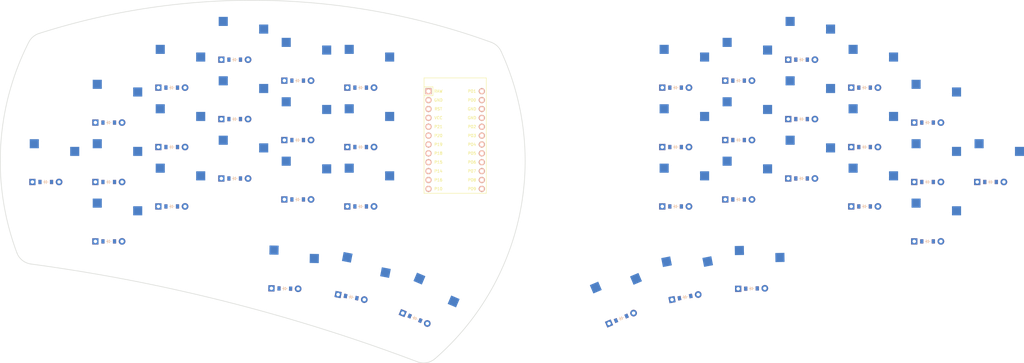
<source format=kicad_pcb>


(kicad_pcb (version 20171130) (host pcbnew 5.1.6)

  (page A3)
  (title_block
    (title "pcb")
    (rev "v1.0.0")
    (company "Jake Evans")
  )

  (general
    (thickness 1.6)
  )

  (layers
    (0 F.Cu signal)
    (31 B.Cu signal)
    (32 B.Adhes user)
    (33 F.Adhes user)
    (34 B.Paste user)
    (35 F.Paste user)
    (36 B.SilkS user)
    (37 F.SilkS user)
    (38 B.Mask user)
    (39 F.Mask user)
    (40 Dwgs.User user)
    (41 Cmts.User user)
    (42 Eco1.User user)
    (43 Eco2.User user)
    (44 Edge.Cuts user)
    (45 Margin user)
    (46 B.CrtYd user)
    (47 F.CrtYd user)
    (48 B.Fab user)
    (49 F.Fab user)
  )

  (setup
    (last_trace_width 0.25)
    (trace_clearance 0.2)
    (zone_clearance 0.508)
    (zone_45_only no)
    (trace_min 0.2)
    (via_size 0.8)
    (via_drill 0.4)
    (via_min_size 0.4)
    (via_min_drill 0.3)
    (uvia_size 0.3)
    (uvia_drill 0.1)
    (uvias_allowed no)
    (uvia_min_size 0.2)
    (uvia_min_drill 0.1)
    (edge_width 0.05)
    (segment_width 0.2)
    (pcb_text_width 0.3)
    (pcb_text_size 1.5 1.5)
    (mod_edge_width 0.12)
    (mod_text_size 1 1)
    (mod_text_width 0.15)
    (pad_size 1.524 1.524)
    (pad_drill 0.762)
    (pad_to_mask_clearance 0.05)
    (aux_axis_origin 0 0)
    (visible_elements FFFFFF7F)
    (pcbplotparams
      (layerselection 0x010fc_ffffffff)
      (usegerberextensions false)
      (usegerberattributes true)
      (usegerberadvancedattributes true)
      (creategerberjobfile true)
      (excludeedgelayer true)
      (linewidth 0.100000)
      (plotframeref false)
      (viasonmask false)
      (mode 1)
      (useauxorigin false)
      (hpglpennumber 1)
      (hpglpenspeed 20)
      (hpglpendiameter 15.000000)
      (psnegative false)
      (psa4output false)
      (plotreference true)
      (plotvalue true)
      (plotinvisibletext false)
      (padsonsilk false)
      (subtractmaskfromsilk false)
      (outputformat 1)
      (mirror false)
      (drillshape 1)
      (scaleselection 1)
      (outputdirectory ""))
  )

  (net 0 "")
(net 1 "outer_home")
(net 2 "pinky_bottom")
(net 3 "pinky_home")
(net 4 "pinky_top")
(net 5 "ring_bottom")
(net 6 "ring_home")
(net 7 "ring_top")
(net 8 "middle_bottom")
(net 9 "middle_home")
(net 10 "middle_top")
(net 11 "index_bottom")
(net 12 "index_home")
(net 13 "index_top")
(net 14 "inner_bottom")
(net 15 "inner_home")
(net 16 "inner_top")
(net 17 "close_home")
(net 18 "mid_home")
(net 19 "far_home")
(net 20 "mirror_outer_home")
(net 21 "mirror_pinky_bottom")
(net 22 "mirror_pinky_home")
(net 23 "mirror_pinky_top")
(net 24 "mirror_ring_bottom")
(net 25 "mirror_ring_home")
(net 26 "mirror_ring_top")
(net 27 "mirror_middle_bottom")
(net 28 "mirror_middle_home")
(net 29 "mirror_middle_top")
(net 30 "mirror_index_bottom")
(net 31 "mirror_index_home")
(net 32 "mirror_index_top")
(net 33 "mirror_inner_bottom")
(net 34 "mirror_inner_home")
(net 35 "mirror_inner_top")
(net 36 "mirror_close_home")
(net 37 "mirror_mid_home")
(net 38 "mirror_far_home")
(net 39 "RAW")
(net 40 "GND")
(net 41 "RST")
(net 42 "VCC")
(net 43 "P21")
(net 44 "P20")
(net 45 "P19")
(net 46 "P18")
(net 47 "P15")
(net 48 "P14")
(net 49 "P16")
(net 50 "P10")
(net 51 "P1")
(net 52 "P0")
(net 53 "P2")
(net 54 "P3")
(net 55 "P4")
(net 56 "P5")
(net 57 "P6")
(net 58 "P7")
(net 59 "P8")
(net 60 "P9")

  (net_class Default "This is the default net class."
    (clearance 0.2)
    (trace_width 0.25)
    (via_dia 0.8)
    (via_drill 0.4)
    (uvia_dia 0.3)
    (uvia_drill 0.1)
    (add_net "")
(add_net "outer_home")
(add_net "pinky_bottom")
(add_net "pinky_home")
(add_net "pinky_top")
(add_net "ring_bottom")
(add_net "ring_home")
(add_net "ring_top")
(add_net "middle_bottom")
(add_net "middle_home")
(add_net "middle_top")
(add_net "index_bottom")
(add_net "index_home")
(add_net "index_top")
(add_net "inner_bottom")
(add_net "inner_home")
(add_net "inner_top")
(add_net "close_home")
(add_net "mid_home")
(add_net "far_home")
(add_net "mirror_outer_home")
(add_net "mirror_pinky_bottom")
(add_net "mirror_pinky_home")
(add_net "mirror_pinky_top")
(add_net "mirror_ring_bottom")
(add_net "mirror_ring_home")
(add_net "mirror_ring_top")
(add_net "mirror_middle_bottom")
(add_net "mirror_middle_home")
(add_net "mirror_middle_top")
(add_net "mirror_index_bottom")
(add_net "mirror_index_home")
(add_net "mirror_index_top")
(add_net "mirror_inner_bottom")
(add_net "mirror_inner_home")
(add_net "mirror_inner_top")
(add_net "mirror_close_home")
(add_net "mirror_mid_home")
(add_net "mirror_far_home")
(add_net "RAW")
(add_net "GND")
(add_net "RST")
(add_net "VCC")
(add_net "P21")
(add_net "P20")
(add_net "P19")
(add_net "P18")
(add_net "P15")
(add_net "P14")
(add_net "P16")
(add_net "P10")
(add_net "P1")
(add_net "P0")
(add_net "P2")
(add_net "P3")
(add_net "P4")
(add_net "P5")
(add_net "P6")
(add_net "P7")
(add_net "P8")
(add_net "P9")
  )

  
        
      (module PG1350 (layer F.Cu) (tedit 5DD50112)
      (at 100 133 0)

      
      (fp_text reference "S1" (at 0 0) (layer F.SilkS) hide (effects (font (size 1.27 1.27) (thickness 0.15))))
      (fp_text value "" (at 0 0) (layer F.SilkS) hide (effects (font (size 1.27 1.27) (thickness 0.15))))

      
      (fp_line (start -7 -6) (end -7 -7) (layer Dwgs.User) (width 0.15))
      (fp_line (start -7 7) (end -6 7) (layer Dwgs.User) (width 0.15))
      (fp_line (start -6 -7) (end -7 -7) (layer Dwgs.User) (width 0.15))
      (fp_line (start -7 7) (end -7 6) (layer Dwgs.User) (width 0.15))
      (fp_line (start 7 6) (end 7 7) (layer Dwgs.User) (width 0.15))
      (fp_line (start 7 -7) (end 6 -7) (layer Dwgs.User) (width 0.15))
      (fp_line (start 6 7) (end 7 7) (layer Dwgs.User) (width 0.15))
      (fp_line (start 7 -7) (end 7 -6) (layer Dwgs.User) (width 0.15))      
      
      
      (pad "" np_thru_hole circle (at 0 0) (size 3.429 3.429) (drill 3.429) (layers *.Cu *.Mask))
        
      
      (pad "" np_thru_hole circle (at 5.5 0) (size 1.7018 1.7018) (drill 1.7018) (layers *.Cu *.Mask))
      (pad "" np_thru_hole circle (at -5.5 0) (size 1.7018 1.7018) (drill 1.7018) (layers *.Cu *.Mask))
      
        
      
      (fp_line (start -9 -8.5) (end 9 -8.5) (layer Dwgs.User) (width 0.15))
      (fp_line (start 9 -8.5) (end 9 8.5) (layer Dwgs.User) (width 0.15))
      (fp_line (start 9 8.5) (end -9 8.5) (layer Dwgs.User) (width 0.15))
      (fp_line (start -9 8.5) (end -9 -8.5) (layer Dwgs.User) (width 0.15))
      
        
          
          (pad "" np_thru_hole circle (at 5 -3.75) (size 3 3) (drill 3) (layers *.Cu *.Mask))
          (pad "" np_thru_hole circle (at 0 -5.95) (size 3 3) (drill 3) (layers *.Cu *.Mask))
      
          
          (pad 1 smd rect (at -3.275 -5.95 0) (size 2.6 2.6) (layers B.Cu B.Paste B.Mask)  (net 0 ""))
          (pad 2 smd rect (at 8.275 -3.75 0) (size 2.6 2.6) (layers B.Cu B.Paste B.Mask)  (net 1 "outer_home"))
        )
        

        
      (module PG1350 (layer F.Cu) (tedit 5DD50112)
      (at 118 150 0)

      
      (fp_text reference "S2" (at 0 0) (layer F.SilkS) hide (effects (font (size 1.27 1.27) (thickness 0.15))))
      (fp_text value "" (at 0 0) (layer F.SilkS) hide (effects (font (size 1.27 1.27) (thickness 0.15))))

      
      (fp_line (start -7 -6) (end -7 -7) (layer Dwgs.User) (width 0.15))
      (fp_line (start -7 7) (end -6 7) (layer Dwgs.User) (width 0.15))
      (fp_line (start -6 -7) (end -7 -7) (layer Dwgs.User) (width 0.15))
      (fp_line (start -7 7) (end -7 6) (layer Dwgs.User) (width 0.15))
      (fp_line (start 7 6) (end 7 7) (layer Dwgs.User) (width 0.15))
      (fp_line (start 7 -7) (end 6 -7) (layer Dwgs.User) (width 0.15))
      (fp_line (start 6 7) (end 7 7) (layer Dwgs.User) (width 0.15))
      (fp_line (start 7 -7) (end 7 -6) (layer Dwgs.User) (width 0.15))      
      
      
      (pad "" np_thru_hole circle (at 0 0) (size 3.429 3.429) (drill 3.429) (layers *.Cu *.Mask))
        
      
      (pad "" np_thru_hole circle (at 5.5 0) (size 1.7018 1.7018) (drill 1.7018) (layers *.Cu *.Mask))
      (pad "" np_thru_hole circle (at -5.5 0) (size 1.7018 1.7018) (drill 1.7018) (layers *.Cu *.Mask))
      
        
      
      (fp_line (start -9 -8.5) (end 9 -8.5) (layer Dwgs.User) (width 0.15))
      (fp_line (start 9 -8.5) (end 9 8.5) (layer Dwgs.User) (width 0.15))
      (fp_line (start 9 8.5) (end -9 8.5) (layer Dwgs.User) (width 0.15))
      (fp_line (start -9 8.5) (end -9 -8.5) (layer Dwgs.User) (width 0.15))
      
        
          
          (pad "" np_thru_hole circle (at 5 -3.75) (size 3 3) (drill 3) (layers *.Cu *.Mask))
          (pad "" np_thru_hole circle (at 0 -5.95) (size 3 3) (drill 3) (layers *.Cu *.Mask))
      
          
          (pad 1 smd rect (at -3.275 -5.95 0) (size 2.6 2.6) (layers B.Cu B.Paste B.Mask)  (net 0 ""))
          (pad 2 smd rect (at 8.275 -3.75 0) (size 2.6 2.6) (layers B.Cu B.Paste B.Mask)  (net 2 "pinky_bottom"))
        )
        

        
      (module PG1350 (layer F.Cu) (tedit 5DD50112)
      (at 118 133 0)

      
      (fp_text reference "S3" (at 0 0) (layer F.SilkS) hide (effects (font (size 1.27 1.27) (thickness 0.15))))
      (fp_text value "" (at 0 0) (layer F.SilkS) hide (effects (font (size 1.27 1.27) (thickness 0.15))))

      
      (fp_line (start -7 -6) (end -7 -7) (layer Dwgs.User) (width 0.15))
      (fp_line (start -7 7) (end -6 7) (layer Dwgs.User) (width 0.15))
      (fp_line (start -6 -7) (end -7 -7) (layer Dwgs.User) (width 0.15))
      (fp_line (start -7 7) (end -7 6) (layer Dwgs.User) (width 0.15))
      (fp_line (start 7 6) (end 7 7) (layer Dwgs.User) (width 0.15))
      (fp_line (start 7 -7) (end 6 -7) (layer Dwgs.User) (width 0.15))
      (fp_line (start 6 7) (end 7 7) (layer Dwgs.User) (width 0.15))
      (fp_line (start 7 -7) (end 7 -6) (layer Dwgs.User) (width 0.15))      
      
      
      (pad "" np_thru_hole circle (at 0 0) (size 3.429 3.429) (drill 3.429) (layers *.Cu *.Mask))
        
      
      (pad "" np_thru_hole circle (at 5.5 0) (size 1.7018 1.7018) (drill 1.7018) (layers *.Cu *.Mask))
      (pad "" np_thru_hole circle (at -5.5 0) (size 1.7018 1.7018) (drill 1.7018) (layers *.Cu *.Mask))
      
        
      
      (fp_line (start -9 -8.5) (end 9 -8.5) (layer Dwgs.User) (width 0.15))
      (fp_line (start 9 -8.5) (end 9 8.5) (layer Dwgs.User) (width 0.15))
      (fp_line (start 9 8.5) (end -9 8.5) (layer Dwgs.User) (width 0.15))
      (fp_line (start -9 8.5) (end -9 -8.5) (layer Dwgs.User) (width 0.15))
      
        
          
          (pad "" np_thru_hole circle (at 5 -3.75) (size 3 3) (drill 3) (layers *.Cu *.Mask))
          (pad "" np_thru_hole circle (at 0 -5.95) (size 3 3) (drill 3) (layers *.Cu *.Mask))
      
          
          (pad 1 smd rect (at -3.275 -5.95 0) (size 2.6 2.6) (layers B.Cu B.Paste B.Mask)  (net 0 ""))
          (pad 2 smd rect (at 8.275 -3.75 0) (size 2.6 2.6) (layers B.Cu B.Paste B.Mask)  (net 3 "pinky_home"))
        )
        

        
      (module PG1350 (layer F.Cu) (tedit 5DD50112)
      (at 118 116 0)

      
      (fp_text reference "S4" (at 0 0) (layer F.SilkS) hide (effects (font (size 1.27 1.27) (thickness 0.15))))
      (fp_text value "" (at 0 0) (layer F.SilkS) hide (effects (font (size 1.27 1.27) (thickness 0.15))))

      
      (fp_line (start -7 -6) (end -7 -7) (layer Dwgs.User) (width 0.15))
      (fp_line (start -7 7) (end -6 7) (layer Dwgs.User) (width 0.15))
      (fp_line (start -6 -7) (end -7 -7) (layer Dwgs.User) (width 0.15))
      (fp_line (start -7 7) (end -7 6) (layer Dwgs.User) (width 0.15))
      (fp_line (start 7 6) (end 7 7) (layer Dwgs.User) (width 0.15))
      (fp_line (start 7 -7) (end 6 -7) (layer Dwgs.User) (width 0.15))
      (fp_line (start 6 7) (end 7 7) (layer Dwgs.User) (width 0.15))
      (fp_line (start 7 -7) (end 7 -6) (layer Dwgs.User) (width 0.15))      
      
      
      (pad "" np_thru_hole circle (at 0 0) (size 3.429 3.429) (drill 3.429) (layers *.Cu *.Mask))
        
      
      (pad "" np_thru_hole circle (at 5.5 0) (size 1.7018 1.7018) (drill 1.7018) (layers *.Cu *.Mask))
      (pad "" np_thru_hole circle (at -5.5 0) (size 1.7018 1.7018) (drill 1.7018) (layers *.Cu *.Mask))
      
        
      
      (fp_line (start -9 -8.5) (end 9 -8.5) (layer Dwgs.User) (width 0.15))
      (fp_line (start 9 -8.5) (end 9 8.5) (layer Dwgs.User) (width 0.15))
      (fp_line (start 9 8.5) (end -9 8.5) (layer Dwgs.User) (width 0.15))
      (fp_line (start -9 8.5) (end -9 -8.5) (layer Dwgs.User) (width 0.15))
      
        
          
          (pad "" np_thru_hole circle (at 5 -3.75) (size 3 3) (drill 3) (layers *.Cu *.Mask))
          (pad "" np_thru_hole circle (at 0 -5.95) (size 3 3) (drill 3) (layers *.Cu *.Mask))
      
          
          (pad 1 smd rect (at -3.275 -5.95 0) (size 2.6 2.6) (layers B.Cu B.Paste B.Mask)  (net 0 ""))
          (pad 2 smd rect (at 8.275 -3.75 0) (size 2.6 2.6) (layers B.Cu B.Paste B.Mask)  (net 4 "pinky_top"))
        )
        

        
      (module PG1350 (layer F.Cu) (tedit 5DD50112)
      (at 136 140 0)

      
      (fp_text reference "S5" (at 0 0) (layer F.SilkS) hide (effects (font (size 1.27 1.27) (thickness 0.15))))
      (fp_text value "" (at 0 0) (layer F.SilkS) hide (effects (font (size 1.27 1.27) (thickness 0.15))))

      
      (fp_line (start -7 -6) (end -7 -7) (layer Dwgs.User) (width 0.15))
      (fp_line (start -7 7) (end -6 7) (layer Dwgs.User) (width 0.15))
      (fp_line (start -6 -7) (end -7 -7) (layer Dwgs.User) (width 0.15))
      (fp_line (start -7 7) (end -7 6) (layer Dwgs.User) (width 0.15))
      (fp_line (start 7 6) (end 7 7) (layer Dwgs.User) (width 0.15))
      (fp_line (start 7 -7) (end 6 -7) (layer Dwgs.User) (width 0.15))
      (fp_line (start 6 7) (end 7 7) (layer Dwgs.User) (width 0.15))
      (fp_line (start 7 -7) (end 7 -6) (layer Dwgs.User) (width 0.15))      
      
      
      (pad "" np_thru_hole circle (at 0 0) (size 3.429 3.429) (drill 3.429) (layers *.Cu *.Mask))
        
      
      (pad "" np_thru_hole circle (at 5.5 0) (size 1.7018 1.7018) (drill 1.7018) (layers *.Cu *.Mask))
      (pad "" np_thru_hole circle (at -5.5 0) (size 1.7018 1.7018) (drill 1.7018) (layers *.Cu *.Mask))
      
        
      
      (fp_line (start -9 -8.5) (end 9 -8.5) (layer Dwgs.User) (width 0.15))
      (fp_line (start 9 -8.5) (end 9 8.5) (layer Dwgs.User) (width 0.15))
      (fp_line (start 9 8.5) (end -9 8.5) (layer Dwgs.User) (width 0.15))
      (fp_line (start -9 8.5) (end -9 -8.5) (layer Dwgs.User) (width 0.15))
      
        
          
          (pad "" np_thru_hole circle (at 5 -3.75) (size 3 3) (drill 3) (layers *.Cu *.Mask))
          (pad "" np_thru_hole circle (at 0 -5.95) (size 3 3) (drill 3) (layers *.Cu *.Mask))
      
          
          (pad 1 smd rect (at -3.275 -5.95 0) (size 2.6 2.6) (layers B.Cu B.Paste B.Mask)  (net 0 ""))
          (pad 2 smd rect (at 8.275 -3.75 0) (size 2.6 2.6) (layers B.Cu B.Paste B.Mask)  (net 5 "ring_bottom"))
        )
        

        
      (module PG1350 (layer F.Cu) (tedit 5DD50112)
      (at 136 123 0)

      
      (fp_text reference "S6" (at 0 0) (layer F.SilkS) hide (effects (font (size 1.27 1.27) (thickness 0.15))))
      (fp_text value "" (at 0 0) (layer F.SilkS) hide (effects (font (size 1.27 1.27) (thickness 0.15))))

      
      (fp_line (start -7 -6) (end -7 -7) (layer Dwgs.User) (width 0.15))
      (fp_line (start -7 7) (end -6 7) (layer Dwgs.User) (width 0.15))
      (fp_line (start -6 -7) (end -7 -7) (layer Dwgs.User) (width 0.15))
      (fp_line (start -7 7) (end -7 6) (layer Dwgs.User) (width 0.15))
      (fp_line (start 7 6) (end 7 7) (layer Dwgs.User) (width 0.15))
      (fp_line (start 7 -7) (end 6 -7) (layer Dwgs.User) (width 0.15))
      (fp_line (start 6 7) (end 7 7) (layer Dwgs.User) (width 0.15))
      (fp_line (start 7 -7) (end 7 -6) (layer Dwgs.User) (width 0.15))      
      
      
      (pad "" np_thru_hole circle (at 0 0) (size 3.429 3.429) (drill 3.429) (layers *.Cu *.Mask))
        
      
      (pad "" np_thru_hole circle (at 5.5 0) (size 1.7018 1.7018) (drill 1.7018) (layers *.Cu *.Mask))
      (pad "" np_thru_hole circle (at -5.5 0) (size 1.7018 1.7018) (drill 1.7018) (layers *.Cu *.Mask))
      
        
      
      (fp_line (start -9 -8.5) (end 9 -8.5) (layer Dwgs.User) (width 0.15))
      (fp_line (start 9 -8.5) (end 9 8.5) (layer Dwgs.User) (width 0.15))
      (fp_line (start 9 8.5) (end -9 8.5) (layer Dwgs.User) (width 0.15))
      (fp_line (start -9 8.5) (end -9 -8.5) (layer Dwgs.User) (width 0.15))
      
        
          
          (pad "" np_thru_hole circle (at 5 -3.75) (size 3 3) (drill 3) (layers *.Cu *.Mask))
          (pad "" np_thru_hole circle (at 0 -5.95) (size 3 3) (drill 3) (layers *.Cu *.Mask))
      
          
          (pad 1 smd rect (at -3.275 -5.95 0) (size 2.6 2.6) (layers B.Cu B.Paste B.Mask)  (net 0 ""))
          (pad 2 smd rect (at 8.275 -3.75 0) (size 2.6 2.6) (layers B.Cu B.Paste B.Mask)  (net 6 "ring_home"))
        )
        

        
      (module PG1350 (layer F.Cu) (tedit 5DD50112)
      (at 136 106 0)

      
      (fp_text reference "S7" (at 0 0) (layer F.SilkS) hide (effects (font (size 1.27 1.27) (thickness 0.15))))
      (fp_text value "" (at 0 0) (layer F.SilkS) hide (effects (font (size 1.27 1.27) (thickness 0.15))))

      
      (fp_line (start -7 -6) (end -7 -7) (layer Dwgs.User) (width 0.15))
      (fp_line (start -7 7) (end -6 7) (layer Dwgs.User) (width 0.15))
      (fp_line (start -6 -7) (end -7 -7) (layer Dwgs.User) (width 0.15))
      (fp_line (start -7 7) (end -7 6) (layer Dwgs.User) (width 0.15))
      (fp_line (start 7 6) (end 7 7) (layer Dwgs.User) (width 0.15))
      (fp_line (start 7 -7) (end 6 -7) (layer Dwgs.User) (width 0.15))
      (fp_line (start 6 7) (end 7 7) (layer Dwgs.User) (width 0.15))
      (fp_line (start 7 -7) (end 7 -6) (layer Dwgs.User) (width 0.15))      
      
      
      (pad "" np_thru_hole circle (at 0 0) (size 3.429 3.429) (drill 3.429) (layers *.Cu *.Mask))
        
      
      (pad "" np_thru_hole circle (at 5.5 0) (size 1.7018 1.7018) (drill 1.7018) (layers *.Cu *.Mask))
      (pad "" np_thru_hole circle (at -5.5 0) (size 1.7018 1.7018) (drill 1.7018) (layers *.Cu *.Mask))
      
        
      
      (fp_line (start -9 -8.5) (end 9 -8.5) (layer Dwgs.User) (width 0.15))
      (fp_line (start 9 -8.5) (end 9 8.5) (layer Dwgs.User) (width 0.15))
      (fp_line (start 9 8.5) (end -9 8.5) (layer Dwgs.User) (width 0.15))
      (fp_line (start -9 8.5) (end -9 -8.5) (layer Dwgs.User) (width 0.15))
      
        
          
          (pad "" np_thru_hole circle (at 5 -3.75) (size 3 3) (drill 3) (layers *.Cu *.Mask))
          (pad "" np_thru_hole circle (at 0 -5.95) (size 3 3) (drill 3) (layers *.Cu *.Mask))
      
          
          (pad 1 smd rect (at -3.275 -5.95 0) (size 2.6 2.6) (layers B.Cu B.Paste B.Mask)  (net 0 ""))
          (pad 2 smd rect (at 8.275 -3.75 0) (size 2.6 2.6) (layers B.Cu B.Paste B.Mask)  (net 7 "ring_top"))
        )
        

        
      (module PG1350 (layer F.Cu) (tedit 5DD50112)
      (at 154 132 0)

      
      (fp_text reference "S8" (at 0 0) (layer F.SilkS) hide (effects (font (size 1.27 1.27) (thickness 0.15))))
      (fp_text value "" (at 0 0) (layer F.SilkS) hide (effects (font (size 1.27 1.27) (thickness 0.15))))

      
      (fp_line (start -7 -6) (end -7 -7) (layer Dwgs.User) (width 0.15))
      (fp_line (start -7 7) (end -6 7) (layer Dwgs.User) (width 0.15))
      (fp_line (start -6 -7) (end -7 -7) (layer Dwgs.User) (width 0.15))
      (fp_line (start -7 7) (end -7 6) (layer Dwgs.User) (width 0.15))
      (fp_line (start 7 6) (end 7 7) (layer Dwgs.User) (width 0.15))
      (fp_line (start 7 -7) (end 6 -7) (layer Dwgs.User) (width 0.15))
      (fp_line (start 6 7) (end 7 7) (layer Dwgs.User) (width 0.15))
      (fp_line (start 7 -7) (end 7 -6) (layer Dwgs.User) (width 0.15))      
      
      
      (pad "" np_thru_hole circle (at 0 0) (size 3.429 3.429) (drill 3.429) (layers *.Cu *.Mask))
        
      
      (pad "" np_thru_hole circle (at 5.5 0) (size 1.7018 1.7018) (drill 1.7018) (layers *.Cu *.Mask))
      (pad "" np_thru_hole circle (at -5.5 0) (size 1.7018 1.7018) (drill 1.7018) (layers *.Cu *.Mask))
      
        
      
      (fp_line (start -9 -8.5) (end 9 -8.5) (layer Dwgs.User) (width 0.15))
      (fp_line (start 9 -8.5) (end 9 8.5) (layer Dwgs.User) (width 0.15))
      (fp_line (start 9 8.5) (end -9 8.5) (layer Dwgs.User) (width 0.15))
      (fp_line (start -9 8.5) (end -9 -8.5) (layer Dwgs.User) (width 0.15))
      
        
          
          (pad "" np_thru_hole circle (at 5 -3.75) (size 3 3) (drill 3) (layers *.Cu *.Mask))
          (pad "" np_thru_hole circle (at 0 -5.95) (size 3 3) (drill 3) (layers *.Cu *.Mask))
      
          
          (pad 1 smd rect (at -3.275 -5.95 0) (size 2.6 2.6) (layers B.Cu B.Paste B.Mask)  (net 0 ""))
          (pad 2 smd rect (at 8.275 -3.75 0) (size 2.6 2.6) (layers B.Cu B.Paste B.Mask)  (net 8 "middle_bottom"))
        )
        

        
      (module PG1350 (layer F.Cu) (tedit 5DD50112)
      (at 154 115 0)

      
      (fp_text reference "S9" (at 0 0) (layer F.SilkS) hide (effects (font (size 1.27 1.27) (thickness 0.15))))
      (fp_text value "" (at 0 0) (layer F.SilkS) hide (effects (font (size 1.27 1.27) (thickness 0.15))))

      
      (fp_line (start -7 -6) (end -7 -7) (layer Dwgs.User) (width 0.15))
      (fp_line (start -7 7) (end -6 7) (layer Dwgs.User) (width 0.15))
      (fp_line (start -6 -7) (end -7 -7) (layer Dwgs.User) (width 0.15))
      (fp_line (start -7 7) (end -7 6) (layer Dwgs.User) (width 0.15))
      (fp_line (start 7 6) (end 7 7) (layer Dwgs.User) (width 0.15))
      (fp_line (start 7 -7) (end 6 -7) (layer Dwgs.User) (width 0.15))
      (fp_line (start 6 7) (end 7 7) (layer Dwgs.User) (width 0.15))
      (fp_line (start 7 -7) (end 7 -6) (layer Dwgs.User) (width 0.15))      
      
      
      (pad "" np_thru_hole circle (at 0 0) (size 3.429 3.429) (drill 3.429) (layers *.Cu *.Mask))
        
      
      (pad "" np_thru_hole circle (at 5.5 0) (size 1.7018 1.7018) (drill 1.7018) (layers *.Cu *.Mask))
      (pad "" np_thru_hole circle (at -5.5 0) (size 1.7018 1.7018) (drill 1.7018) (layers *.Cu *.Mask))
      
        
      
      (fp_line (start -9 -8.5) (end 9 -8.5) (layer Dwgs.User) (width 0.15))
      (fp_line (start 9 -8.5) (end 9 8.5) (layer Dwgs.User) (width 0.15))
      (fp_line (start 9 8.5) (end -9 8.5) (layer Dwgs.User) (width 0.15))
      (fp_line (start -9 8.5) (end -9 -8.5) (layer Dwgs.User) (width 0.15))
      
        
          
          (pad "" np_thru_hole circle (at 5 -3.75) (size 3 3) (drill 3) (layers *.Cu *.Mask))
          (pad "" np_thru_hole circle (at 0 -5.95) (size 3 3) (drill 3) (layers *.Cu *.Mask))
      
          
          (pad 1 smd rect (at -3.275 -5.95 0) (size 2.6 2.6) (layers B.Cu B.Paste B.Mask)  (net 0 ""))
          (pad 2 smd rect (at 8.275 -3.75 0) (size 2.6 2.6) (layers B.Cu B.Paste B.Mask)  (net 9 "middle_home"))
        )
        

        
      (module PG1350 (layer F.Cu) (tedit 5DD50112)
      (at 154 98 0)

      
      (fp_text reference "S10" (at 0 0) (layer F.SilkS) hide (effects (font (size 1.27 1.27) (thickness 0.15))))
      (fp_text value "" (at 0 0) (layer F.SilkS) hide (effects (font (size 1.27 1.27) (thickness 0.15))))

      
      (fp_line (start -7 -6) (end -7 -7) (layer Dwgs.User) (width 0.15))
      (fp_line (start -7 7) (end -6 7) (layer Dwgs.User) (width 0.15))
      (fp_line (start -6 -7) (end -7 -7) (layer Dwgs.User) (width 0.15))
      (fp_line (start -7 7) (end -7 6) (layer Dwgs.User) (width 0.15))
      (fp_line (start 7 6) (end 7 7) (layer Dwgs.User) (width 0.15))
      (fp_line (start 7 -7) (end 6 -7) (layer Dwgs.User) (width 0.15))
      (fp_line (start 6 7) (end 7 7) (layer Dwgs.User) (width 0.15))
      (fp_line (start 7 -7) (end 7 -6) (layer Dwgs.User) (width 0.15))      
      
      
      (pad "" np_thru_hole circle (at 0 0) (size 3.429 3.429) (drill 3.429) (layers *.Cu *.Mask))
        
      
      (pad "" np_thru_hole circle (at 5.5 0) (size 1.7018 1.7018) (drill 1.7018) (layers *.Cu *.Mask))
      (pad "" np_thru_hole circle (at -5.5 0) (size 1.7018 1.7018) (drill 1.7018) (layers *.Cu *.Mask))
      
        
      
      (fp_line (start -9 -8.5) (end 9 -8.5) (layer Dwgs.User) (width 0.15))
      (fp_line (start 9 -8.5) (end 9 8.5) (layer Dwgs.User) (width 0.15))
      (fp_line (start 9 8.5) (end -9 8.5) (layer Dwgs.User) (width 0.15))
      (fp_line (start -9 8.5) (end -9 -8.5) (layer Dwgs.User) (width 0.15))
      
        
          
          (pad "" np_thru_hole circle (at 5 -3.75) (size 3 3) (drill 3) (layers *.Cu *.Mask))
          (pad "" np_thru_hole circle (at 0 -5.95) (size 3 3) (drill 3) (layers *.Cu *.Mask))
      
          
          (pad 1 smd rect (at -3.275 -5.95 0) (size 2.6 2.6) (layers B.Cu B.Paste B.Mask)  (net 0 ""))
          (pad 2 smd rect (at 8.275 -3.75 0) (size 2.6 2.6) (layers B.Cu B.Paste B.Mask)  (net 10 "middle_top"))
        )
        

        
      (module PG1350 (layer F.Cu) (tedit 5DD50112)
      (at 172 138 0)

      
      (fp_text reference "S11" (at 0 0) (layer F.SilkS) hide (effects (font (size 1.27 1.27) (thickness 0.15))))
      (fp_text value "" (at 0 0) (layer F.SilkS) hide (effects (font (size 1.27 1.27) (thickness 0.15))))

      
      (fp_line (start -7 -6) (end -7 -7) (layer Dwgs.User) (width 0.15))
      (fp_line (start -7 7) (end -6 7) (layer Dwgs.User) (width 0.15))
      (fp_line (start -6 -7) (end -7 -7) (layer Dwgs.User) (width 0.15))
      (fp_line (start -7 7) (end -7 6) (layer Dwgs.User) (width 0.15))
      (fp_line (start 7 6) (end 7 7) (layer Dwgs.User) (width 0.15))
      (fp_line (start 7 -7) (end 6 -7) (layer Dwgs.User) (width 0.15))
      (fp_line (start 6 7) (end 7 7) (layer Dwgs.User) (width 0.15))
      (fp_line (start 7 -7) (end 7 -6) (layer Dwgs.User) (width 0.15))      
      
      
      (pad "" np_thru_hole circle (at 0 0) (size 3.429 3.429) (drill 3.429) (layers *.Cu *.Mask))
        
      
      (pad "" np_thru_hole circle (at 5.5 0) (size 1.7018 1.7018) (drill 1.7018) (layers *.Cu *.Mask))
      (pad "" np_thru_hole circle (at -5.5 0) (size 1.7018 1.7018) (drill 1.7018) (layers *.Cu *.Mask))
      
        
      
      (fp_line (start -9 -8.5) (end 9 -8.5) (layer Dwgs.User) (width 0.15))
      (fp_line (start 9 -8.5) (end 9 8.5) (layer Dwgs.User) (width 0.15))
      (fp_line (start 9 8.5) (end -9 8.5) (layer Dwgs.User) (width 0.15))
      (fp_line (start -9 8.5) (end -9 -8.5) (layer Dwgs.User) (width 0.15))
      
        
          
          (pad "" np_thru_hole circle (at 5 -3.75) (size 3 3) (drill 3) (layers *.Cu *.Mask))
          (pad "" np_thru_hole circle (at 0 -5.95) (size 3 3) (drill 3) (layers *.Cu *.Mask))
      
          
          (pad 1 smd rect (at -3.275 -5.95 0) (size 2.6 2.6) (layers B.Cu B.Paste B.Mask)  (net 0 ""))
          (pad 2 smd rect (at 8.275 -3.75 0) (size 2.6 2.6) (layers B.Cu B.Paste B.Mask)  (net 11 "index_bottom"))
        )
        

        
      (module PG1350 (layer F.Cu) (tedit 5DD50112)
      (at 172 121 0)

      
      (fp_text reference "S12" (at 0 0) (layer F.SilkS) hide (effects (font (size 1.27 1.27) (thickness 0.15))))
      (fp_text value "" (at 0 0) (layer F.SilkS) hide (effects (font (size 1.27 1.27) (thickness 0.15))))

      
      (fp_line (start -7 -6) (end -7 -7) (layer Dwgs.User) (width 0.15))
      (fp_line (start -7 7) (end -6 7) (layer Dwgs.User) (width 0.15))
      (fp_line (start -6 -7) (end -7 -7) (layer Dwgs.User) (width 0.15))
      (fp_line (start -7 7) (end -7 6) (layer Dwgs.User) (width 0.15))
      (fp_line (start 7 6) (end 7 7) (layer Dwgs.User) (width 0.15))
      (fp_line (start 7 -7) (end 6 -7) (layer Dwgs.User) (width 0.15))
      (fp_line (start 6 7) (end 7 7) (layer Dwgs.User) (width 0.15))
      (fp_line (start 7 -7) (end 7 -6) (layer Dwgs.User) (width 0.15))      
      
      
      (pad "" np_thru_hole circle (at 0 0) (size 3.429 3.429) (drill 3.429) (layers *.Cu *.Mask))
        
      
      (pad "" np_thru_hole circle (at 5.5 0) (size 1.7018 1.7018) (drill 1.7018) (layers *.Cu *.Mask))
      (pad "" np_thru_hole circle (at -5.5 0) (size 1.7018 1.7018) (drill 1.7018) (layers *.Cu *.Mask))
      
        
      
      (fp_line (start -9 -8.5) (end 9 -8.5) (layer Dwgs.User) (width 0.15))
      (fp_line (start 9 -8.5) (end 9 8.5) (layer Dwgs.User) (width 0.15))
      (fp_line (start 9 8.5) (end -9 8.5) (layer Dwgs.User) (width 0.15))
      (fp_line (start -9 8.5) (end -9 -8.5) (layer Dwgs.User) (width 0.15))
      
        
          
          (pad "" np_thru_hole circle (at 5 -3.75) (size 3 3) (drill 3) (layers *.Cu *.Mask))
          (pad "" np_thru_hole circle (at 0 -5.95) (size 3 3) (drill 3) (layers *.Cu *.Mask))
      
          
          (pad 1 smd rect (at -3.275 -5.95 0) (size 2.6 2.6) (layers B.Cu B.Paste B.Mask)  (net 0 ""))
          (pad 2 smd rect (at 8.275 -3.75 0) (size 2.6 2.6) (layers B.Cu B.Paste B.Mask)  (net 12 "index_home"))
        )
        

        
      (module PG1350 (layer F.Cu) (tedit 5DD50112)
      (at 172 104 0)

      
      (fp_text reference "S13" (at 0 0) (layer F.SilkS) hide (effects (font (size 1.27 1.27) (thickness 0.15))))
      (fp_text value "" (at 0 0) (layer F.SilkS) hide (effects (font (size 1.27 1.27) (thickness 0.15))))

      
      (fp_line (start -7 -6) (end -7 -7) (layer Dwgs.User) (width 0.15))
      (fp_line (start -7 7) (end -6 7) (layer Dwgs.User) (width 0.15))
      (fp_line (start -6 -7) (end -7 -7) (layer Dwgs.User) (width 0.15))
      (fp_line (start -7 7) (end -7 6) (layer Dwgs.User) (width 0.15))
      (fp_line (start 7 6) (end 7 7) (layer Dwgs.User) (width 0.15))
      (fp_line (start 7 -7) (end 6 -7) (layer Dwgs.User) (width 0.15))
      (fp_line (start 6 7) (end 7 7) (layer Dwgs.User) (width 0.15))
      (fp_line (start 7 -7) (end 7 -6) (layer Dwgs.User) (width 0.15))      
      
      
      (pad "" np_thru_hole circle (at 0 0) (size 3.429 3.429) (drill 3.429) (layers *.Cu *.Mask))
        
      
      (pad "" np_thru_hole circle (at 5.5 0) (size 1.7018 1.7018) (drill 1.7018) (layers *.Cu *.Mask))
      (pad "" np_thru_hole circle (at -5.5 0) (size 1.7018 1.7018) (drill 1.7018) (layers *.Cu *.Mask))
      
        
      
      (fp_line (start -9 -8.5) (end 9 -8.5) (layer Dwgs.User) (width 0.15))
      (fp_line (start 9 -8.5) (end 9 8.5) (layer Dwgs.User) (width 0.15))
      (fp_line (start 9 8.5) (end -9 8.5) (layer Dwgs.User) (width 0.15))
      (fp_line (start -9 8.5) (end -9 -8.5) (layer Dwgs.User) (width 0.15))
      
        
          
          (pad "" np_thru_hole circle (at 5 -3.75) (size 3 3) (drill 3) (layers *.Cu *.Mask))
          (pad "" np_thru_hole circle (at 0 -5.95) (size 3 3) (drill 3) (layers *.Cu *.Mask))
      
          
          (pad 1 smd rect (at -3.275 -5.95 0) (size 2.6 2.6) (layers B.Cu B.Paste B.Mask)  (net 0 ""))
          (pad 2 smd rect (at 8.275 -3.75 0) (size 2.6 2.6) (layers B.Cu B.Paste B.Mask)  (net 13 "index_top"))
        )
        

        
      (module PG1350 (layer F.Cu) (tedit 5DD50112)
      (at 190 140 0)

      
      (fp_text reference "S14" (at 0 0) (layer F.SilkS) hide (effects (font (size 1.27 1.27) (thickness 0.15))))
      (fp_text value "" (at 0 0) (layer F.SilkS) hide (effects (font (size 1.27 1.27) (thickness 0.15))))

      
      (fp_line (start -7 -6) (end -7 -7) (layer Dwgs.User) (width 0.15))
      (fp_line (start -7 7) (end -6 7) (layer Dwgs.User) (width 0.15))
      (fp_line (start -6 -7) (end -7 -7) (layer Dwgs.User) (width 0.15))
      (fp_line (start -7 7) (end -7 6) (layer Dwgs.User) (width 0.15))
      (fp_line (start 7 6) (end 7 7) (layer Dwgs.User) (width 0.15))
      (fp_line (start 7 -7) (end 6 -7) (layer Dwgs.User) (width 0.15))
      (fp_line (start 6 7) (end 7 7) (layer Dwgs.User) (width 0.15))
      (fp_line (start 7 -7) (end 7 -6) (layer Dwgs.User) (width 0.15))      
      
      
      (pad "" np_thru_hole circle (at 0 0) (size 3.429 3.429) (drill 3.429) (layers *.Cu *.Mask))
        
      
      (pad "" np_thru_hole circle (at 5.5 0) (size 1.7018 1.7018) (drill 1.7018) (layers *.Cu *.Mask))
      (pad "" np_thru_hole circle (at -5.5 0) (size 1.7018 1.7018) (drill 1.7018) (layers *.Cu *.Mask))
      
        
      
      (fp_line (start -9 -8.5) (end 9 -8.5) (layer Dwgs.User) (width 0.15))
      (fp_line (start 9 -8.5) (end 9 8.5) (layer Dwgs.User) (width 0.15))
      (fp_line (start 9 8.5) (end -9 8.5) (layer Dwgs.User) (width 0.15))
      (fp_line (start -9 8.5) (end -9 -8.5) (layer Dwgs.User) (width 0.15))
      
        
          
          (pad "" np_thru_hole circle (at 5 -3.75) (size 3 3) (drill 3) (layers *.Cu *.Mask))
          (pad "" np_thru_hole circle (at 0 -5.95) (size 3 3) (drill 3) (layers *.Cu *.Mask))
      
          
          (pad 1 smd rect (at -3.275 -5.95 0) (size 2.6 2.6) (layers B.Cu B.Paste B.Mask)  (net 0 ""))
          (pad 2 smd rect (at 8.275 -3.75 0) (size 2.6 2.6) (layers B.Cu B.Paste B.Mask)  (net 14 "inner_bottom"))
        )
        

        
      (module PG1350 (layer F.Cu) (tedit 5DD50112)
      (at 190 123 0)

      
      (fp_text reference "S15" (at 0 0) (layer F.SilkS) hide (effects (font (size 1.27 1.27) (thickness 0.15))))
      (fp_text value "" (at 0 0) (layer F.SilkS) hide (effects (font (size 1.27 1.27) (thickness 0.15))))

      
      (fp_line (start -7 -6) (end -7 -7) (layer Dwgs.User) (width 0.15))
      (fp_line (start -7 7) (end -6 7) (layer Dwgs.User) (width 0.15))
      (fp_line (start -6 -7) (end -7 -7) (layer Dwgs.User) (width 0.15))
      (fp_line (start -7 7) (end -7 6) (layer Dwgs.User) (width 0.15))
      (fp_line (start 7 6) (end 7 7) (layer Dwgs.User) (width 0.15))
      (fp_line (start 7 -7) (end 6 -7) (layer Dwgs.User) (width 0.15))
      (fp_line (start 6 7) (end 7 7) (layer Dwgs.User) (width 0.15))
      (fp_line (start 7 -7) (end 7 -6) (layer Dwgs.User) (width 0.15))      
      
      
      (pad "" np_thru_hole circle (at 0 0) (size 3.429 3.429) (drill 3.429) (layers *.Cu *.Mask))
        
      
      (pad "" np_thru_hole circle (at 5.5 0) (size 1.7018 1.7018) (drill 1.7018) (layers *.Cu *.Mask))
      (pad "" np_thru_hole circle (at -5.5 0) (size 1.7018 1.7018) (drill 1.7018) (layers *.Cu *.Mask))
      
        
      
      (fp_line (start -9 -8.5) (end 9 -8.5) (layer Dwgs.User) (width 0.15))
      (fp_line (start 9 -8.5) (end 9 8.5) (layer Dwgs.User) (width 0.15))
      (fp_line (start 9 8.5) (end -9 8.5) (layer Dwgs.User) (width 0.15))
      (fp_line (start -9 8.5) (end -9 -8.5) (layer Dwgs.User) (width 0.15))
      
        
          
          (pad "" np_thru_hole circle (at 5 -3.75) (size 3 3) (drill 3) (layers *.Cu *.Mask))
          (pad "" np_thru_hole circle (at 0 -5.95) (size 3 3) (drill 3) (layers *.Cu *.Mask))
      
          
          (pad 1 smd rect (at -3.275 -5.95 0) (size 2.6 2.6) (layers B.Cu B.Paste B.Mask)  (net 0 ""))
          (pad 2 smd rect (at 8.275 -3.75 0) (size 2.6 2.6) (layers B.Cu B.Paste B.Mask)  (net 15 "inner_home"))
        )
        

        
      (module PG1350 (layer F.Cu) (tedit 5DD50112)
      (at 190 106 0)

      
      (fp_text reference "S16" (at 0 0) (layer F.SilkS) hide (effects (font (size 1.27 1.27) (thickness 0.15))))
      (fp_text value "" (at 0 0) (layer F.SilkS) hide (effects (font (size 1.27 1.27) (thickness 0.15))))

      
      (fp_line (start -7 -6) (end -7 -7) (layer Dwgs.User) (width 0.15))
      (fp_line (start -7 7) (end -6 7) (layer Dwgs.User) (width 0.15))
      (fp_line (start -6 -7) (end -7 -7) (layer Dwgs.User) (width 0.15))
      (fp_line (start -7 7) (end -7 6) (layer Dwgs.User) (width 0.15))
      (fp_line (start 7 6) (end 7 7) (layer Dwgs.User) (width 0.15))
      (fp_line (start 7 -7) (end 6 -7) (layer Dwgs.User) (width 0.15))
      (fp_line (start 6 7) (end 7 7) (layer Dwgs.User) (width 0.15))
      (fp_line (start 7 -7) (end 7 -6) (layer Dwgs.User) (width 0.15))      
      
      
      (pad "" np_thru_hole circle (at 0 0) (size 3.429 3.429) (drill 3.429) (layers *.Cu *.Mask))
        
      
      (pad "" np_thru_hole circle (at 5.5 0) (size 1.7018 1.7018) (drill 1.7018) (layers *.Cu *.Mask))
      (pad "" np_thru_hole circle (at -5.5 0) (size 1.7018 1.7018) (drill 1.7018) (layers *.Cu *.Mask))
      
        
      
      (fp_line (start -9 -8.5) (end 9 -8.5) (layer Dwgs.User) (width 0.15))
      (fp_line (start 9 -8.5) (end 9 8.5) (layer Dwgs.User) (width 0.15))
      (fp_line (start 9 8.5) (end -9 8.5) (layer Dwgs.User) (width 0.15))
      (fp_line (start -9 8.5) (end -9 -8.5) (layer Dwgs.User) (width 0.15))
      
        
          
          (pad "" np_thru_hole circle (at 5 -3.75) (size 3 3) (drill 3) (layers *.Cu *.Mask))
          (pad "" np_thru_hole circle (at 0 -5.95) (size 3 3) (drill 3) (layers *.Cu *.Mask))
      
          
          (pad 1 smd rect (at -3.275 -5.95 0) (size 2.6 2.6) (layers B.Cu B.Paste B.Mask)  (net 0 ""))
          (pad 2 smd rect (at 8.275 -3.75 0) (size 2.6 2.6) (layers B.Cu B.Paste B.Mask)  (net 16 "inner_top"))
        )
        

        
      (module PG1350 (layer F.Cu) (tedit 5DD50112)
      (at 168.4 163.5 -1)

      
      (fp_text reference "S17" (at 0 0) (layer F.SilkS) hide (effects (font (size 1.27 1.27) (thickness 0.15))))
      (fp_text value "" (at 0 0) (layer F.SilkS) hide (effects (font (size 1.27 1.27) (thickness 0.15))))

      
      (fp_line (start -7 -6) (end -7 -7) (layer Dwgs.User) (width 0.15))
      (fp_line (start -7 7) (end -6 7) (layer Dwgs.User) (width 0.15))
      (fp_line (start -6 -7) (end -7 -7) (layer Dwgs.User) (width 0.15))
      (fp_line (start -7 7) (end -7 6) (layer Dwgs.User) (width 0.15))
      (fp_line (start 7 6) (end 7 7) (layer Dwgs.User) (width 0.15))
      (fp_line (start 7 -7) (end 6 -7) (layer Dwgs.User) (width 0.15))
      (fp_line (start 6 7) (end 7 7) (layer Dwgs.User) (width 0.15))
      (fp_line (start 7 -7) (end 7 -6) (layer Dwgs.User) (width 0.15))      
      
      
      (pad "" np_thru_hole circle (at 0 0) (size 3.429 3.429) (drill 3.429) (layers *.Cu *.Mask))
        
      
      (pad "" np_thru_hole circle (at 5.5 0) (size 1.7018 1.7018) (drill 1.7018) (layers *.Cu *.Mask))
      (pad "" np_thru_hole circle (at -5.5 0) (size 1.7018 1.7018) (drill 1.7018) (layers *.Cu *.Mask))
      
        
      
      (fp_line (start -9 -8.5) (end 9 -8.5) (layer Dwgs.User) (width 0.15))
      (fp_line (start 9 -8.5) (end 9 8.5) (layer Dwgs.User) (width 0.15))
      (fp_line (start 9 8.5) (end -9 8.5) (layer Dwgs.User) (width 0.15))
      (fp_line (start -9 8.5) (end -9 -8.5) (layer Dwgs.User) (width 0.15))
      
        
          
          (pad "" np_thru_hole circle (at 5 -3.75) (size 3 3) (drill 3) (layers *.Cu *.Mask))
          (pad "" np_thru_hole circle (at 0 -5.95) (size 3 3) (drill 3) (layers *.Cu *.Mask))
      
          
          (pad 1 smd rect (at -3.275 -5.95 -1) (size 2.6 2.6) (layers B.Cu B.Paste B.Mask)  (net 0 ""))
          (pad 2 smd rect (at 8.275 -3.75 -1) (size 2.6 2.6) (layers B.Cu B.Paste B.Mask)  (net 17 "close_home"))
        )
        

        
      (module PG1350 (layer F.Cu) (tedit 5DD50112)
      (at 188.2425222 166.0333614 -11)

      
      (fp_text reference "S18" (at 0 0) (layer F.SilkS) hide (effects (font (size 1.27 1.27) (thickness 0.15))))
      (fp_text value "" (at 0 0) (layer F.SilkS) hide (effects (font (size 1.27 1.27) (thickness 0.15))))

      
      (fp_line (start -7 -6) (end -7 -7) (layer Dwgs.User) (width 0.15))
      (fp_line (start -7 7) (end -6 7) (layer Dwgs.User) (width 0.15))
      (fp_line (start -6 -7) (end -7 -7) (layer Dwgs.User) (width 0.15))
      (fp_line (start -7 7) (end -7 6) (layer Dwgs.User) (width 0.15))
      (fp_line (start 7 6) (end 7 7) (layer Dwgs.User) (width 0.15))
      (fp_line (start 7 -7) (end 6 -7) (layer Dwgs.User) (width 0.15))
      (fp_line (start 6 7) (end 7 7) (layer Dwgs.User) (width 0.15))
      (fp_line (start 7 -7) (end 7 -6) (layer Dwgs.User) (width 0.15))      
      
      
      (pad "" np_thru_hole circle (at 0 0) (size 3.429 3.429) (drill 3.429) (layers *.Cu *.Mask))
        
      
      (pad "" np_thru_hole circle (at 5.5 0) (size 1.7018 1.7018) (drill 1.7018) (layers *.Cu *.Mask))
      (pad "" np_thru_hole circle (at -5.5 0) (size 1.7018 1.7018) (drill 1.7018) (layers *.Cu *.Mask))
      
        
      
      (fp_line (start -9 -8.5) (end 9 -8.5) (layer Dwgs.User) (width 0.15))
      (fp_line (start 9 -8.5) (end 9 8.5) (layer Dwgs.User) (width 0.15))
      (fp_line (start 9 8.5) (end -9 8.5) (layer Dwgs.User) (width 0.15))
      (fp_line (start -9 8.5) (end -9 -8.5) (layer Dwgs.User) (width 0.15))
      
        
          
          (pad "" np_thru_hole circle (at 5 -3.75) (size 3 3) (drill 3) (layers *.Cu *.Mask))
          (pad "" np_thru_hole circle (at 0 -5.95) (size 3 3) (drill 3) (layers *.Cu *.Mask))
      
          
          (pad 1 smd rect (at -3.275 -5.95 -11) (size 2.6 2.6) (layers B.Cu B.Paste B.Mask)  (net 0 ""))
          (pad 2 smd rect (at 8.275 -3.75 -11) (size 2.6 2.6) (layers B.Cu B.Paste B.Mask)  (net 18 "mid_home"))
        )
        

        
      (module PG1350 (layer F.Cu) (tedit 5DD50112)
      (at 207.47673899999998 172.40886220000002 -23)

      
      (fp_text reference "S19" (at 0 0) (layer F.SilkS) hide (effects (font (size 1.27 1.27) (thickness 0.15))))
      (fp_text value "" (at 0 0) (layer F.SilkS) hide (effects (font (size 1.27 1.27) (thickness 0.15))))

      
      (fp_line (start -7 -6) (end -7 -7) (layer Dwgs.User) (width 0.15))
      (fp_line (start -7 7) (end -6 7) (layer Dwgs.User) (width 0.15))
      (fp_line (start -6 -7) (end -7 -7) (layer Dwgs.User) (width 0.15))
      (fp_line (start -7 7) (end -7 6) (layer Dwgs.User) (width 0.15))
      (fp_line (start 7 6) (end 7 7) (layer Dwgs.User) (width 0.15))
      (fp_line (start 7 -7) (end 6 -7) (layer Dwgs.User) (width 0.15))
      (fp_line (start 6 7) (end 7 7) (layer Dwgs.User) (width 0.15))
      (fp_line (start 7 -7) (end 7 -6) (layer Dwgs.User) (width 0.15))      
      
      
      (pad "" np_thru_hole circle (at 0 0) (size 3.429 3.429) (drill 3.429) (layers *.Cu *.Mask))
        
      
      (pad "" np_thru_hole circle (at 5.5 0) (size 1.7018 1.7018) (drill 1.7018) (layers *.Cu *.Mask))
      (pad "" np_thru_hole circle (at -5.5 0) (size 1.7018 1.7018) (drill 1.7018) (layers *.Cu *.Mask))
      
        
      
      (fp_line (start -9 -8.5) (end 9 -8.5) (layer Dwgs.User) (width 0.15))
      (fp_line (start 9 -8.5) (end 9 8.5) (layer Dwgs.User) (width 0.15))
      (fp_line (start 9 8.5) (end -9 8.5) (layer Dwgs.User) (width 0.15))
      (fp_line (start -9 8.5) (end -9 -8.5) (layer Dwgs.User) (width 0.15))
      
        
          
          (pad "" np_thru_hole circle (at 5 -3.75) (size 3 3) (drill 3) (layers *.Cu *.Mask))
          (pad "" np_thru_hole circle (at 0 -5.95) (size 3 3) (drill 3) (layers *.Cu *.Mask))
      
          
          (pad 1 smd rect (at -3.275 -5.95 -23) (size 2.6 2.6) (layers B.Cu B.Paste B.Mask)  (net 0 ""))
          (pad 2 smd rect (at 8.275 -3.75 -23) (size 2.6 2.6) (layers B.Cu B.Paste B.Mask)  (net 19 "far_home"))
        )
        

        
      (module PG1350 (layer F.Cu) (tedit 5DD50112)
      (at 370 133 0)

      
      (fp_text reference "S20" (at 0 0) (layer F.SilkS) hide (effects (font (size 1.27 1.27) (thickness 0.15))))
      (fp_text value "" (at 0 0) (layer F.SilkS) hide (effects (font (size 1.27 1.27) (thickness 0.15))))

      
      (fp_line (start -7 -6) (end -7 -7) (layer Dwgs.User) (width 0.15))
      (fp_line (start -7 7) (end -6 7) (layer Dwgs.User) (width 0.15))
      (fp_line (start -6 -7) (end -7 -7) (layer Dwgs.User) (width 0.15))
      (fp_line (start -7 7) (end -7 6) (layer Dwgs.User) (width 0.15))
      (fp_line (start 7 6) (end 7 7) (layer Dwgs.User) (width 0.15))
      (fp_line (start 7 -7) (end 6 -7) (layer Dwgs.User) (width 0.15))
      (fp_line (start 6 7) (end 7 7) (layer Dwgs.User) (width 0.15))
      (fp_line (start 7 -7) (end 7 -6) (layer Dwgs.User) (width 0.15))      
      
      
      (pad "" np_thru_hole circle (at 0 0) (size 3.429 3.429) (drill 3.429) (layers *.Cu *.Mask))
        
      
      (pad "" np_thru_hole circle (at 5.5 0) (size 1.7018 1.7018) (drill 1.7018) (layers *.Cu *.Mask))
      (pad "" np_thru_hole circle (at -5.5 0) (size 1.7018 1.7018) (drill 1.7018) (layers *.Cu *.Mask))
      
        
      
      (fp_line (start -9 -8.5) (end 9 -8.5) (layer Dwgs.User) (width 0.15))
      (fp_line (start 9 -8.5) (end 9 8.5) (layer Dwgs.User) (width 0.15))
      (fp_line (start 9 8.5) (end -9 8.5) (layer Dwgs.User) (width 0.15))
      (fp_line (start -9 8.5) (end -9 -8.5) (layer Dwgs.User) (width 0.15))
      
        
          
          (pad "" np_thru_hole circle (at 5 -3.75) (size 3 3) (drill 3) (layers *.Cu *.Mask))
          (pad "" np_thru_hole circle (at 0 -5.95) (size 3 3) (drill 3) (layers *.Cu *.Mask))
      
          
          (pad 1 smd rect (at -3.275 -5.95 0) (size 2.6 2.6) (layers B.Cu B.Paste B.Mask)  (net 0 ""))
          (pad 2 smd rect (at 8.275 -3.75 0) (size 2.6 2.6) (layers B.Cu B.Paste B.Mask)  (net 20 "mirror_outer_home"))
        )
        

        
      (module PG1350 (layer F.Cu) (tedit 5DD50112)
      (at 352 150 0)

      
      (fp_text reference "S21" (at 0 0) (layer F.SilkS) hide (effects (font (size 1.27 1.27) (thickness 0.15))))
      (fp_text value "" (at 0 0) (layer F.SilkS) hide (effects (font (size 1.27 1.27) (thickness 0.15))))

      
      (fp_line (start -7 -6) (end -7 -7) (layer Dwgs.User) (width 0.15))
      (fp_line (start -7 7) (end -6 7) (layer Dwgs.User) (width 0.15))
      (fp_line (start -6 -7) (end -7 -7) (layer Dwgs.User) (width 0.15))
      (fp_line (start -7 7) (end -7 6) (layer Dwgs.User) (width 0.15))
      (fp_line (start 7 6) (end 7 7) (layer Dwgs.User) (width 0.15))
      (fp_line (start 7 -7) (end 6 -7) (layer Dwgs.User) (width 0.15))
      (fp_line (start 6 7) (end 7 7) (layer Dwgs.User) (width 0.15))
      (fp_line (start 7 -7) (end 7 -6) (layer Dwgs.User) (width 0.15))      
      
      
      (pad "" np_thru_hole circle (at 0 0) (size 3.429 3.429) (drill 3.429) (layers *.Cu *.Mask))
        
      
      (pad "" np_thru_hole circle (at 5.5 0) (size 1.7018 1.7018) (drill 1.7018) (layers *.Cu *.Mask))
      (pad "" np_thru_hole circle (at -5.5 0) (size 1.7018 1.7018) (drill 1.7018) (layers *.Cu *.Mask))
      
        
      
      (fp_line (start -9 -8.5) (end 9 -8.5) (layer Dwgs.User) (width 0.15))
      (fp_line (start 9 -8.5) (end 9 8.5) (layer Dwgs.User) (width 0.15))
      (fp_line (start 9 8.5) (end -9 8.5) (layer Dwgs.User) (width 0.15))
      (fp_line (start -9 8.5) (end -9 -8.5) (layer Dwgs.User) (width 0.15))
      
        
          
          (pad "" np_thru_hole circle (at 5 -3.75) (size 3 3) (drill 3) (layers *.Cu *.Mask))
          (pad "" np_thru_hole circle (at 0 -5.95) (size 3 3) (drill 3) (layers *.Cu *.Mask))
      
          
          (pad 1 smd rect (at -3.275 -5.95 0) (size 2.6 2.6) (layers B.Cu B.Paste B.Mask)  (net 0 ""))
          (pad 2 smd rect (at 8.275 -3.75 0) (size 2.6 2.6) (layers B.Cu B.Paste B.Mask)  (net 21 "mirror_pinky_bottom"))
        )
        

        
      (module PG1350 (layer F.Cu) (tedit 5DD50112)
      (at 352 133 0)

      
      (fp_text reference "S22" (at 0 0) (layer F.SilkS) hide (effects (font (size 1.27 1.27) (thickness 0.15))))
      (fp_text value "" (at 0 0) (layer F.SilkS) hide (effects (font (size 1.27 1.27) (thickness 0.15))))

      
      (fp_line (start -7 -6) (end -7 -7) (layer Dwgs.User) (width 0.15))
      (fp_line (start -7 7) (end -6 7) (layer Dwgs.User) (width 0.15))
      (fp_line (start -6 -7) (end -7 -7) (layer Dwgs.User) (width 0.15))
      (fp_line (start -7 7) (end -7 6) (layer Dwgs.User) (width 0.15))
      (fp_line (start 7 6) (end 7 7) (layer Dwgs.User) (width 0.15))
      (fp_line (start 7 -7) (end 6 -7) (layer Dwgs.User) (width 0.15))
      (fp_line (start 6 7) (end 7 7) (layer Dwgs.User) (width 0.15))
      (fp_line (start 7 -7) (end 7 -6) (layer Dwgs.User) (width 0.15))      
      
      
      (pad "" np_thru_hole circle (at 0 0) (size 3.429 3.429) (drill 3.429) (layers *.Cu *.Mask))
        
      
      (pad "" np_thru_hole circle (at 5.5 0) (size 1.7018 1.7018) (drill 1.7018) (layers *.Cu *.Mask))
      (pad "" np_thru_hole circle (at -5.5 0) (size 1.7018 1.7018) (drill 1.7018) (layers *.Cu *.Mask))
      
        
      
      (fp_line (start -9 -8.5) (end 9 -8.5) (layer Dwgs.User) (width 0.15))
      (fp_line (start 9 -8.5) (end 9 8.5) (layer Dwgs.User) (width 0.15))
      (fp_line (start 9 8.5) (end -9 8.5) (layer Dwgs.User) (width 0.15))
      (fp_line (start -9 8.5) (end -9 -8.5) (layer Dwgs.User) (width 0.15))
      
        
          
          (pad "" np_thru_hole circle (at 5 -3.75) (size 3 3) (drill 3) (layers *.Cu *.Mask))
          (pad "" np_thru_hole circle (at 0 -5.95) (size 3 3) (drill 3) (layers *.Cu *.Mask))
      
          
          (pad 1 smd rect (at -3.275 -5.95 0) (size 2.6 2.6) (layers B.Cu B.Paste B.Mask)  (net 0 ""))
          (pad 2 smd rect (at 8.275 -3.75 0) (size 2.6 2.6) (layers B.Cu B.Paste B.Mask)  (net 22 "mirror_pinky_home"))
        )
        

        
      (module PG1350 (layer F.Cu) (tedit 5DD50112)
      (at 352 116 0)

      
      (fp_text reference "S23" (at 0 0) (layer F.SilkS) hide (effects (font (size 1.27 1.27) (thickness 0.15))))
      (fp_text value "" (at 0 0) (layer F.SilkS) hide (effects (font (size 1.27 1.27) (thickness 0.15))))

      
      (fp_line (start -7 -6) (end -7 -7) (layer Dwgs.User) (width 0.15))
      (fp_line (start -7 7) (end -6 7) (layer Dwgs.User) (width 0.15))
      (fp_line (start -6 -7) (end -7 -7) (layer Dwgs.User) (width 0.15))
      (fp_line (start -7 7) (end -7 6) (layer Dwgs.User) (width 0.15))
      (fp_line (start 7 6) (end 7 7) (layer Dwgs.User) (width 0.15))
      (fp_line (start 7 -7) (end 6 -7) (layer Dwgs.User) (width 0.15))
      (fp_line (start 6 7) (end 7 7) (layer Dwgs.User) (width 0.15))
      (fp_line (start 7 -7) (end 7 -6) (layer Dwgs.User) (width 0.15))      
      
      
      (pad "" np_thru_hole circle (at 0 0) (size 3.429 3.429) (drill 3.429) (layers *.Cu *.Mask))
        
      
      (pad "" np_thru_hole circle (at 5.5 0) (size 1.7018 1.7018) (drill 1.7018) (layers *.Cu *.Mask))
      (pad "" np_thru_hole circle (at -5.5 0) (size 1.7018 1.7018) (drill 1.7018) (layers *.Cu *.Mask))
      
        
      
      (fp_line (start -9 -8.5) (end 9 -8.5) (layer Dwgs.User) (width 0.15))
      (fp_line (start 9 -8.5) (end 9 8.5) (layer Dwgs.User) (width 0.15))
      (fp_line (start 9 8.5) (end -9 8.5) (layer Dwgs.User) (width 0.15))
      (fp_line (start -9 8.5) (end -9 -8.5) (layer Dwgs.User) (width 0.15))
      
        
          
          (pad "" np_thru_hole circle (at 5 -3.75) (size 3 3) (drill 3) (layers *.Cu *.Mask))
          (pad "" np_thru_hole circle (at 0 -5.95) (size 3 3) (drill 3) (layers *.Cu *.Mask))
      
          
          (pad 1 smd rect (at -3.275 -5.95 0) (size 2.6 2.6) (layers B.Cu B.Paste B.Mask)  (net 0 ""))
          (pad 2 smd rect (at 8.275 -3.75 0) (size 2.6 2.6) (layers B.Cu B.Paste B.Mask)  (net 23 "mirror_pinky_top"))
        )
        

        
      (module PG1350 (layer F.Cu) (tedit 5DD50112)
      (at 334 140 0)

      
      (fp_text reference "S24" (at 0 0) (layer F.SilkS) hide (effects (font (size 1.27 1.27) (thickness 0.15))))
      (fp_text value "" (at 0 0) (layer F.SilkS) hide (effects (font (size 1.27 1.27) (thickness 0.15))))

      
      (fp_line (start -7 -6) (end -7 -7) (layer Dwgs.User) (width 0.15))
      (fp_line (start -7 7) (end -6 7) (layer Dwgs.User) (width 0.15))
      (fp_line (start -6 -7) (end -7 -7) (layer Dwgs.User) (width 0.15))
      (fp_line (start -7 7) (end -7 6) (layer Dwgs.User) (width 0.15))
      (fp_line (start 7 6) (end 7 7) (layer Dwgs.User) (width 0.15))
      (fp_line (start 7 -7) (end 6 -7) (layer Dwgs.User) (width 0.15))
      (fp_line (start 6 7) (end 7 7) (layer Dwgs.User) (width 0.15))
      (fp_line (start 7 -7) (end 7 -6) (layer Dwgs.User) (width 0.15))      
      
      
      (pad "" np_thru_hole circle (at 0 0) (size 3.429 3.429) (drill 3.429) (layers *.Cu *.Mask))
        
      
      (pad "" np_thru_hole circle (at 5.5 0) (size 1.7018 1.7018) (drill 1.7018) (layers *.Cu *.Mask))
      (pad "" np_thru_hole circle (at -5.5 0) (size 1.7018 1.7018) (drill 1.7018) (layers *.Cu *.Mask))
      
        
      
      (fp_line (start -9 -8.5) (end 9 -8.5) (layer Dwgs.User) (width 0.15))
      (fp_line (start 9 -8.5) (end 9 8.5) (layer Dwgs.User) (width 0.15))
      (fp_line (start 9 8.5) (end -9 8.5) (layer Dwgs.User) (width 0.15))
      (fp_line (start -9 8.5) (end -9 -8.5) (layer Dwgs.User) (width 0.15))
      
        
          
          (pad "" np_thru_hole circle (at 5 -3.75) (size 3 3) (drill 3) (layers *.Cu *.Mask))
          (pad "" np_thru_hole circle (at 0 -5.95) (size 3 3) (drill 3) (layers *.Cu *.Mask))
      
          
          (pad 1 smd rect (at -3.275 -5.95 0) (size 2.6 2.6) (layers B.Cu B.Paste B.Mask)  (net 0 ""))
          (pad 2 smd rect (at 8.275 -3.75 0) (size 2.6 2.6) (layers B.Cu B.Paste B.Mask)  (net 24 "mirror_ring_bottom"))
        )
        

        
      (module PG1350 (layer F.Cu) (tedit 5DD50112)
      (at 334 123 0)

      
      (fp_text reference "S25" (at 0 0) (layer F.SilkS) hide (effects (font (size 1.27 1.27) (thickness 0.15))))
      (fp_text value "" (at 0 0) (layer F.SilkS) hide (effects (font (size 1.27 1.27) (thickness 0.15))))

      
      (fp_line (start -7 -6) (end -7 -7) (layer Dwgs.User) (width 0.15))
      (fp_line (start -7 7) (end -6 7) (layer Dwgs.User) (width 0.15))
      (fp_line (start -6 -7) (end -7 -7) (layer Dwgs.User) (width 0.15))
      (fp_line (start -7 7) (end -7 6) (layer Dwgs.User) (width 0.15))
      (fp_line (start 7 6) (end 7 7) (layer Dwgs.User) (width 0.15))
      (fp_line (start 7 -7) (end 6 -7) (layer Dwgs.User) (width 0.15))
      (fp_line (start 6 7) (end 7 7) (layer Dwgs.User) (width 0.15))
      (fp_line (start 7 -7) (end 7 -6) (layer Dwgs.User) (width 0.15))      
      
      
      (pad "" np_thru_hole circle (at 0 0) (size 3.429 3.429) (drill 3.429) (layers *.Cu *.Mask))
        
      
      (pad "" np_thru_hole circle (at 5.5 0) (size 1.7018 1.7018) (drill 1.7018) (layers *.Cu *.Mask))
      (pad "" np_thru_hole circle (at -5.5 0) (size 1.7018 1.7018) (drill 1.7018) (layers *.Cu *.Mask))
      
        
      
      (fp_line (start -9 -8.5) (end 9 -8.5) (layer Dwgs.User) (width 0.15))
      (fp_line (start 9 -8.5) (end 9 8.5) (layer Dwgs.User) (width 0.15))
      (fp_line (start 9 8.5) (end -9 8.5) (layer Dwgs.User) (width 0.15))
      (fp_line (start -9 8.5) (end -9 -8.5) (layer Dwgs.User) (width 0.15))
      
        
          
          (pad "" np_thru_hole circle (at 5 -3.75) (size 3 3) (drill 3) (layers *.Cu *.Mask))
          (pad "" np_thru_hole circle (at 0 -5.95) (size 3 3) (drill 3) (layers *.Cu *.Mask))
      
          
          (pad 1 smd rect (at -3.275 -5.95 0) (size 2.6 2.6) (layers B.Cu B.Paste B.Mask)  (net 0 ""))
          (pad 2 smd rect (at 8.275 -3.75 0) (size 2.6 2.6) (layers B.Cu B.Paste B.Mask)  (net 25 "mirror_ring_home"))
        )
        

        
      (module PG1350 (layer F.Cu) (tedit 5DD50112)
      (at 334 106 0)

      
      (fp_text reference "S26" (at 0 0) (layer F.SilkS) hide (effects (font (size 1.27 1.27) (thickness 0.15))))
      (fp_text value "" (at 0 0) (layer F.SilkS) hide (effects (font (size 1.27 1.27) (thickness 0.15))))

      
      (fp_line (start -7 -6) (end -7 -7) (layer Dwgs.User) (width 0.15))
      (fp_line (start -7 7) (end -6 7) (layer Dwgs.User) (width 0.15))
      (fp_line (start -6 -7) (end -7 -7) (layer Dwgs.User) (width 0.15))
      (fp_line (start -7 7) (end -7 6) (layer Dwgs.User) (width 0.15))
      (fp_line (start 7 6) (end 7 7) (layer Dwgs.User) (width 0.15))
      (fp_line (start 7 -7) (end 6 -7) (layer Dwgs.User) (width 0.15))
      (fp_line (start 6 7) (end 7 7) (layer Dwgs.User) (width 0.15))
      (fp_line (start 7 -7) (end 7 -6) (layer Dwgs.User) (width 0.15))      
      
      
      (pad "" np_thru_hole circle (at 0 0) (size 3.429 3.429) (drill 3.429) (layers *.Cu *.Mask))
        
      
      (pad "" np_thru_hole circle (at 5.5 0) (size 1.7018 1.7018) (drill 1.7018) (layers *.Cu *.Mask))
      (pad "" np_thru_hole circle (at -5.5 0) (size 1.7018 1.7018) (drill 1.7018) (layers *.Cu *.Mask))
      
        
      
      (fp_line (start -9 -8.5) (end 9 -8.5) (layer Dwgs.User) (width 0.15))
      (fp_line (start 9 -8.5) (end 9 8.5) (layer Dwgs.User) (width 0.15))
      (fp_line (start 9 8.5) (end -9 8.5) (layer Dwgs.User) (width 0.15))
      (fp_line (start -9 8.5) (end -9 -8.5) (layer Dwgs.User) (width 0.15))
      
        
          
          (pad "" np_thru_hole circle (at 5 -3.75) (size 3 3) (drill 3) (layers *.Cu *.Mask))
          (pad "" np_thru_hole circle (at 0 -5.95) (size 3 3) (drill 3) (layers *.Cu *.Mask))
      
          
          (pad 1 smd rect (at -3.275 -5.95 0) (size 2.6 2.6) (layers B.Cu B.Paste B.Mask)  (net 0 ""))
          (pad 2 smd rect (at 8.275 -3.75 0) (size 2.6 2.6) (layers B.Cu B.Paste B.Mask)  (net 26 "mirror_ring_top"))
        )
        

        
      (module PG1350 (layer F.Cu) (tedit 5DD50112)
      (at 316 132 0)

      
      (fp_text reference "S27" (at 0 0) (layer F.SilkS) hide (effects (font (size 1.27 1.27) (thickness 0.15))))
      (fp_text value "" (at 0 0) (layer F.SilkS) hide (effects (font (size 1.27 1.27) (thickness 0.15))))

      
      (fp_line (start -7 -6) (end -7 -7) (layer Dwgs.User) (width 0.15))
      (fp_line (start -7 7) (end -6 7) (layer Dwgs.User) (width 0.15))
      (fp_line (start -6 -7) (end -7 -7) (layer Dwgs.User) (width 0.15))
      (fp_line (start -7 7) (end -7 6) (layer Dwgs.User) (width 0.15))
      (fp_line (start 7 6) (end 7 7) (layer Dwgs.User) (width 0.15))
      (fp_line (start 7 -7) (end 6 -7) (layer Dwgs.User) (width 0.15))
      (fp_line (start 6 7) (end 7 7) (layer Dwgs.User) (width 0.15))
      (fp_line (start 7 -7) (end 7 -6) (layer Dwgs.User) (width 0.15))      
      
      
      (pad "" np_thru_hole circle (at 0 0) (size 3.429 3.429) (drill 3.429) (layers *.Cu *.Mask))
        
      
      (pad "" np_thru_hole circle (at 5.5 0) (size 1.7018 1.7018) (drill 1.7018) (layers *.Cu *.Mask))
      (pad "" np_thru_hole circle (at -5.5 0) (size 1.7018 1.7018) (drill 1.7018) (layers *.Cu *.Mask))
      
        
      
      (fp_line (start -9 -8.5) (end 9 -8.5) (layer Dwgs.User) (width 0.15))
      (fp_line (start 9 -8.5) (end 9 8.5) (layer Dwgs.User) (width 0.15))
      (fp_line (start 9 8.5) (end -9 8.5) (layer Dwgs.User) (width 0.15))
      (fp_line (start -9 8.5) (end -9 -8.5) (layer Dwgs.User) (width 0.15))
      
        
          
          (pad "" np_thru_hole circle (at 5 -3.75) (size 3 3) (drill 3) (layers *.Cu *.Mask))
          (pad "" np_thru_hole circle (at 0 -5.95) (size 3 3) (drill 3) (layers *.Cu *.Mask))
      
          
          (pad 1 smd rect (at -3.275 -5.95 0) (size 2.6 2.6) (layers B.Cu B.Paste B.Mask)  (net 0 ""))
          (pad 2 smd rect (at 8.275 -3.75 0) (size 2.6 2.6) (layers B.Cu B.Paste B.Mask)  (net 27 "mirror_middle_bottom"))
        )
        

        
      (module PG1350 (layer F.Cu) (tedit 5DD50112)
      (at 316 115 0)

      
      (fp_text reference "S28" (at 0 0) (layer F.SilkS) hide (effects (font (size 1.27 1.27) (thickness 0.15))))
      (fp_text value "" (at 0 0) (layer F.SilkS) hide (effects (font (size 1.27 1.27) (thickness 0.15))))

      
      (fp_line (start -7 -6) (end -7 -7) (layer Dwgs.User) (width 0.15))
      (fp_line (start -7 7) (end -6 7) (layer Dwgs.User) (width 0.15))
      (fp_line (start -6 -7) (end -7 -7) (layer Dwgs.User) (width 0.15))
      (fp_line (start -7 7) (end -7 6) (layer Dwgs.User) (width 0.15))
      (fp_line (start 7 6) (end 7 7) (layer Dwgs.User) (width 0.15))
      (fp_line (start 7 -7) (end 6 -7) (layer Dwgs.User) (width 0.15))
      (fp_line (start 6 7) (end 7 7) (layer Dwgs.User) (width 0.15))
      (fp_line (start 7 -7) (end 7 -6) (layer Dwgs.User) (width 0.15))      
      
      
      (pad "" np_thru_hole circle (at 0 0) (size 3.429 3.429) (drill 3.429) (layers *.Cu *.Mask))
        
      
      (pad "" np_thru_hole circle (at 5.5 0) (size 1.7018 1.7018) (drill 1.7018) (layers *.Cu *.Mask))
      (pad "" np_thru_hole circle (at -5.5 0) (size 1.7018 1.7018) (drill 1.7018) (layers *.Cu *.Mask))
      
        
      
      (fp_line (start -9 -8.5) (end 9 -8.5) (layer Dwgs.User) (width 0.15))
      (fp_line (start 9 -8.5) (end 9 8.5) (layer Dwgs.User) (width 0.15))
      (fp_line (start 9 8.5) (end -9 8.5) (layer Dwgs.User) (width 0.15))
      (fp_line (start -9 8.5) (end -9 -8.5) (layer Dwgs.User) (width 0.15))
      
        
          
          (pad "" np_thru_hole circle (at 5 -3.75) (size 3 3) (drill 3) (layers *.Cu *.Mask))
          (pad "" np_thru_hole circle (at 0 -5.95) (size 3 3) (drill 3) (layers *.Cu *.Mask))
      
          
          (pad 1 smd rect (at -3.275 -5.95 0) (size 2.6 2.6) (layers B.Cu B.Paste B.Mask)  (net 0 ""))
          (pad 2 smd rect (at 8.275 -3.75 0) (size 2.6 2.6) (layers B.Cu B.Paste B.Mask)  (net 28 "mirror_middle_home"))
        )
        

        
      (module PG1350 (layer F.Cu) (tedit 5DD50112)
      (at 316 98 0)

      
      (fp_text reference "S29" (at 0 0) (layer F.SilkS) hide (effects (font (size 1.27 1.27) (thickness 0.15))))
      (fp_text value "" (at 0 0) (layer F.SilkS) hide (effects (font (size 1.27 1.27) (thickness 0.15))))

      
      (fp_line (start -7 -6) (end -7 -7) (layer Dwgs.User) (width 0.15))
      (fp_line (start -7 7) (end -6 7) (layer Dwgs.User) (width 0.15))
      (fp_line (start -6 -7) (end -7 -7) (layer Dwgs.User) (width 0.15))
      (fp_line (start -7 7) (end -7 6) (layer Dwgs.User) (width 0.15))
      (fp_line (start 7 6) (end 7 7) (layer Dwgs.User) (width 0.15))
      (fp_line (start 7 -7) (end 6 -7) (layer Dwgs.User) (width 0.15))
      (fp_line (start 6 7) (end 7 7) (layer Dwgs.User) (width 0.15))
      (fp_line (start 7 -7) (end 7 -6) (layer Dwgs.User) (width 0.15))      
      
      
      (pad "" np_thru_hole circle (at 0 0) (size 3.429 3.429) (drill 3.429) (layers *.Cu *.Mask))
        
      
      (pad "" np_thru_hole circle (at 5.5 0) (size 1.7018 1.7018) (drill 1.7018) (layers *.Cu *.Mask))
      (pad "" np_thru_hole circle (at -5.5 0) (size 1.7018 1.7018) (drill 1.7018) (layers *.Cu *.Mask))
      
        
      
      (fp_line (start -9 -8.5) (end 9 -8.5) (layer Dwgs.User) (width 0.15))
      (fp_line (start 9 -8.5) (end 9 8.5) (layer Dwgs.User) (width 0.15))
      (fp_line (start 9 8.5) (end -9 8.5) (layer Dwgs.User) (width 0.15))
      (fp_line (start -9 8.5) (end -9 -8.5) (layer Dwgs.User) (width 0.15))
      
        
          
          (pad "" np_thru_hole circle (at 5 -3.75) (size 3 3) (drill 3) (layers *.Cu *.Mask))
          (pad "" np_thru_hole circle (at 0 -5.95) (size 3 3) (drill 3) (layers *.Cu *.Mask))
      
          
          (pad 1 smd rect (at -3.275 -5.95 0) (size 2.6 2.6) (layers B.Cu B.Paste B.Mask)  (net 0 ""))
          (pad 2 smd rect (at 8.275 -3.75 0) (size 2.6 2.6) (layers B.Cu B.Paste B.Mask)  (net 29 "mirror_middle_top"))
        )
        

        
      (module PG1350 (layer F.Cu) (tedit 5DD50112)
      (at 298 138 0)

      
      (fp_text reference "S30" (at 0 0) (layer F.SilkS) hide (effects (font (size 1.27 1.27) (thickness 0.15))))
      (fp_text value "" (at 0 0) (layer F.SilkS) hide (effects (font (size 1.27 1.27) (thickness 0.15))))

      
      (fp_line (start -7 -6) (end -7 -7) (layer Dwgs.User) (width 0.15))
      (fp_line (start -7 7) (end -6 7) (layer Dwgs.User) (width 0.15))
      (fp_line (start -6 -7) (end -7 -7) (layer Dwgs.User) (width 0.15))
      (fp_line (start -7 7) (end -7 6) (layer Dwgs.User) (width 0.15))
      (fp_line (start 7 6) (end 7 7) (layer Dwgs.User) (width 0.15))
      (fp_line (start 7 -7) (end 6 -7) (layer Dwgs.User) (width 0.15))
      (fp_line (start 6 7) (end 7 7) (layer Dwgs.User) (width 0.15))
      (fp_line (start 7 -7) (end 7 -6) (layer Dwgs.User) (width 0.15))      
      
      
      (pad "" np_thru_hole circle (at 0 0) (size 3.429 3.429) (drill 3.429) (layers *.Cu *.Mask))
        
      
      (pad "" np_thru_hole circle (at 5.5 0) (size 1.7018 1.7018) (drill 1.7018) (layers *.Cu *.Mask))
      (pad "" np_thru_hole circle (at -5.5 0) (size 1.7018 1.7018) (drill 1.7018) (layers *.Cu *.Mask))
      
        
      
      (fp_line (start -9 -8.5) (end 9 -8.5) (layer Dwgs.User) (width 0.15))
      (fp_line (start 9 -8.5) (end 9 8.5) (layer Dwgs.User) (width 0.15))
      (fp_line (start 9 8.5) (end -9 8.5) (layer Dwgs.User) (width 0.15))
      (fp_line (start -9 8.5) (end -9 -8.5) (layer Dwgs.User) (width 0.15))
      
        
          
          (pad "" np_thru_hole circle (at 5 -3.75) (size 3 3) (drill 3) (layers *.Cu *.Mask))
          (pad "" np_thru_hole circle (at 0 -5.95) (size 3 3) (drill 3) (layers *.Cu *.Mask))
      
          
          (pad 1 smd rect (at -3.275 -5.95 0) (size 2.6 2.6) (layers B.Cu B.Paste B.Mask)  (net 0 ""))
          (pad 2 smd rect (at 8.275 -3.75 0) (size 2.6 2.6) (layers B.Cu B.Paste B.Mask)  (net 30 "mirror_index_bottom"))
        )
        

        
      (module PG1350 (layer F.Cu) (tedit 5DD50112)
      (at 298 121 0)

      
      (fp_text reference "S31" (at 0 0) (layer F.SilkS) hide (effects (font (size 1.27 1.27) (thickness 0.15))))
      (fp_text value "" (at 0 0) (layer F.SilkS) hide (effects (font (size 1.27 1.27) (thickness 0.15))))

      
      (fp_line (start -7 -6) (end -7 -7) (layer Dwgs.User) (width 0.15))
      (fp_line (start -7 7) (end -6 7) (layer Dwgs.User) (width 0.15))
      (fp_line (start -6 -7) (end -7 -7) (layer Dwgs.User) (width 0.15))
      (fp_line (start -7 7) (end -7 6) (layer Dwgs.User) (width 0.15))
      (fp_line (start 7 6) (end 7 7) (layer Dwgs.User) (width 0.15))
      (fp_line (start 7 -7) (end 6 -7) (layer Dwgs.User) (width 0.15))
      (fp_line (start 6 7) (end 7 7) (layer Dwgs.User) (width 0.15))
      (fp_line (start 7 -7) (end 7 -6) (layer Dwgs.User) (width 0.15))      
      
      
      (pad "" np_thru_hole circle (at 0 0) (size 3.429 3.429) (drill 3.429) (layers *.Cu *.Mask))
        
      
      (pad "" np_thru_hole circle (at 5.5 0) (size 1.7018 1.7018) (drill 1.7018) (layers *.Cu *.Mask))
      (pad "" np_thru_hole circle (at -5.5 0) (size 1.7018 1.7018) (drill 1.7018) (layers *.Cu *.Mask))
      
        
      
      (fp_line (start -9 -8.5) (end 9 -8.5) (layer Dwgs.User) (width 0.15))
      (fp_line (start 9 -8.5) (end 9 8.5) (layer Dwgs.User) (width 0.15))
      (fp_line (start 9 8.5) (end -9 8.5) (layer Dwgs.User) (width 0.15))
      (fp_line (start -9 8.5) (end -9 -8.5) (layer Dwgs.User) (width 0.15))
      
        
          
          (pad "" np_thru_hole circle (at 5 -3.75) (size 3 3) (drill 3) (layers *.Cu *.Mask))
          (pad "" np_thru_hole circle (at 0 -5.95) (size 3 3) (drill 3) (layers *.Cu *.Mask))
      
          
          (pad 1 smd rect (at -3.275 -5.95 0) (size 2.6 2.6) (layers B.Cu B.Paste B.Mask)  (net 0 ""))
          (pad 2 smd rect (at 8.275 -3.75 0) (size 2.6 2.6) (layers B.Cu B.Paste B.Mask)  (net 31 "mirror_index_home"))
        )
        

        
      (module PG1350 (layer F.Cu) (tedit 5DD50112)
      (at 298 104 0)

      
      (fp_text reference "S32" (at 0 0) (layer F.SilkS) hide (effects (font (size 1.27 1.27) (thickness 0.15))))
      (fp_text value "" (at 0 0) (layer F.SilkS) hide (effects (font (size 1.27 1.27) (thickness 0.15))))

      
      (fp_line (start -7 -6) (end -7 -7) (layer Dwgs.User) (width 0.15))
      (fp_line (start -7 7) (end -6 7) (layer Dwgs.User) (width 0.15))
      (fp_line (start -6 -7) (end -7 -7) (layer Dwgs.User) (width 0.15))
      (fp_line (start -7 7) (end -7 6) (layer Dwgs.User) (width 0.15))
      (fp_line (start 7 6) (end 7 7) (layer Dwgs.User) (width 0.15))
      (fp_line (start 7 -7) (end 6 -7) (layer Dwgs.User) (width 0.15))
      (fp_line (start 6 7) (end 7 7) (layer Dwgs.User) (width 0.15))
      (fp_line (start 7 -7) (end 7 -6) (layer Dwgs.User) (width 0.15))      
      
      
      (pad "" np_thru_hole circle (at 0 0) (size 3.429 3.429) (drill 3.429) (layers *.Cu *.Mask))
        
      
      (pad "" np_thru_hole circle (at 5.5 0) (size 1.7018 1.7018) (drill 1.7018) (layers *.Cu *.Mask))
      (pad "" np_thru_hole circle (at -5.5 0) (size 1.7018 1.7018) (drill 1.7018) (layers *.Cu *.Mask))
      
        
      
      (fp_line (start -9 -8.5) (end 9 -8.5) (layer Dwgs.User) (width 0.15))
      (fp_line (start 9 -8.5) (end 9 8.5) (layer Dwgs.User) (width 0.15))
      (fp_line (start 9 8.5) (end -9 8.5) (layer Dwgs.User) (width 0.15))
      (fp_line (start -9 8.5) (end -9 -8.5) (layer Dwgs.User) (width 0.15))
      
        
          
          (pad "" np_thru_hole circle (at 5 -3.75) (size 3 3) (drill 3) (layers *.Cu *.Mask))
          (pad "" np_thru_hole circle (at 0 -5.95) (size 3 3) (drill 3) (layers *.Cu *.Mask))
      
          
          (pad 1 smd rect (at -3.275 -5.95 0) (size 2.6 2.6) (layers B.Cu B.Paste B.Mask)  (net 0 ""))
          (pad 2 smd rect (at 8.275 -3.75 0) (size 2.6 2.6) (layers B.Cu B.Paste B.Mask)  (net 32 "mirror_index_top"))
        )
        

        
      (module PG1350 (layer F.Cu) (tedit 5DD50112)
      (at 280 140 0)

      
      (fp_text reference "S33" (at 0 0) (layer F.SilkS) hide (effects (font (size 1.27 1.27) (thickness 0.15))))
      (fp_text value "" (at 0 0) (layer F.SilkS) hide (effects (font (size 1.27 1.27) (thickness 0.15))))

      
      (fp_line (start -7 -6) (end -7 -7) (layer Dwgs.User) (width 0.15))
      (fp_line (start -7 7) (end -6 7) (layer Dwgs.User) (width 0.15))
      (fp_line (start -6 -7) (end -7 -7) (layer Dwgs.User) (width 0.15))
      (fp_line (start -7 7) (end -7 6) (layer Dwgs.User) (width 0.15))
      (fp_line (start 7 6) (end 7 7) (layer Dwgs.User) (width 0.15))
      (fp_line (start 7 -7) (end 6 -7) (layer Dwgs.User) (width 0.15))
      (fp_line (start 6 7) (end 7 7) (layer Dwgs.User) (width 0.15))
      (fp_line (start 7 -7) (end 7 -6) (layer Dwgs.User) (width 0.15))      
      
      
      (pad "" np_thru_hole circle (at 0 0) (size 3.429 3.429) (drill 3.429) (layers *.Cu *.Mask))
        
      
      (pad "" np_thru_hole circle (at 5.5 0) (size 1.7018 1.7018) (drill 1.7018) (layers *.Cu *.Mask))
      (pad "" np_thru_hole circle (at -5.5 0) (size 1.7018 1.7018) (drill 1.7018) (layers *.Cu *.Mask))
      
        
      
      (fp_line (start -9 -8.5) (end 9 -8.5) (layer Dwgs.User) (width 0.15))
      (fp_line (start 9 -8.5) (end 9 8.5) (layer Dwgs.User) (width 0.15))
      (fp_line (start 9 8.5) (end -9 8.5) (layer Dwgs.User) (width 0.15))
      (fp_line (start -9 8.5) (end -9 -8.5) (layer Dwgs.User) (width 0.15))
      
        
          
          (pad "" np_thru_hole circle (at 5 -3.75) (size 3 3) (drill 3) (layers *.Cu *.Mask))
          (pad "" np_thru_hole circle (at 0 -5.95) (size 3 3) (drill 3) (layers *.Cu *.Mask))
      
          
          (pad 1 smd rect (at -3.275 -5.95 0) (size 2.6 2.6) (layers B.Cu B.Paste B.Mask)  (net 0 ""))
          (pad 2 smd rect (at 8.275 -3.75 0) (size 2.6 2.6) (layers B.Cu B.Paste B.Mask)  (net 33 "mirror_inner_bottom"))
        )
        

        
      (module PG1350 (layer F.Cu) (tedit 5DD50112)
      (at 280 123 0)

      
      (fp_text reference "S34" (at 0 0) (layer F.SilkS) hide (effects (font (size 1.27 1.27) (thickness 0.15))))
      (fp_text value "" (at 0 0) (layer F.SilkS) hide (effects (font (size 1.27 1.27) (thickness 0.15))))

      
      (fp_line (start -7 -6) (end -7 -7) (layer Dwgs.User) (width 0.15))
      (fp_line (start -7 7) (end -6 7) (layer Dwgs.User) (width 0.15))
      (fp_line (start -6 -7) (end -7 -7) (layer Dwgs.User) (width 0.15))
      (fp_line (start -7 7) (end -7 6) (layer Dwgs.User) (width 0.15))
      (fp_line (start 7 6) (end 7 7) (layer Dwgs.User) (width 0.15))
      (fp_line (start 7 -7) (end 6 -7) (layer Dwgs.User) (width 0.15))
      (fp_line (start 6 7) (end 7 7) (layer Dwgs.User) (width 0.15))
      (fp_line (start 7 -7) (end 7 -6) (layer Dwgs.User) (width 0.15))      
      
      
      (pad "" np_thru_hole circle (at 0 0) (size 3.429 3.429) (drill 3.429) (layers *.Cu *.Mask))
        
      
      (pad "" np_thru_hole circle (at 5.5 0) (size 1.7018 1.7018) (drill 1.7018) (layers *.Cu *.Mask))
      (pad "" np_thru_hole circle (at -5.5 0) (size 1.7018 1.7018) (drill 1.7018) (layers *.Cu *.Mask))
      
        
      
      (fp_line (start -9 -8.5) (end 9 -8.5) (layer Dwgs.User) (width 0.15))
      (fp_line (start 9 -8.5) (end 9 8.5) (layer Dwgs.User) (width 0.15))
      (fp_line (start 9 8.5) (end -9 8.5) (layer Dwgs.User) (width 0.15))
      (fp_line (start -9 8.5) (end -9 -8.5) (layer Dwgs.User) (width 0.15))
      
        
          
          (pad "" np_thru_hole circle (at 5 -3.75) (size 3 3) (drill 3) (layers *.Cu *.Mask))
          (pad "" np_thru_hole circle (at 0 -5.95) (size 3 3) (drill 3) (layers *.Cu *.Mask))
      
          
          (pad 1 smd rect (at -3.275 -5.95 0) (size 2.6 2.6) (layers B.Cu B.Paste B.Mask)  (net 0 ""))
          (pad 2 smd rect (at 8.275 -3.75 0) (size 2.6 2.6) (layers B.Cu B.Paste B.Mask)  (net 34 "mirror_inner_home"))
        )
        

        
      (module PG1350 (layer F.Cu) (tedit 5DD50112)
      (at 280 106 0)

      
      (fp_text reference "S35" (at 0 0) (layer F.SilkS) hide (effects (font (size 1.27 1.27) (thickness 0.15))))
      (fp_text value "" (at 0 0) (layer F.SilkS) hide (effects (font (size 1.27 1.27) (thickness 0.15))))

      
      (fp_line (start -7 -6) (end -7 -7) (layer Dwgs.User) (width 0.15))
      (fp_line (start -7 7) (end -6 7) (layer Dwgs.User) (width 0.15))
      (fp_line (start -6 -7) (end -7 -7) (layer Dwgs.User) (width 0.15))
      (fp_line (start -7 7) (end -7 6) (layer Dwgs.User) (width 0.15))
      (fp_line (start 7 6) (end 7 7) (layer Dwgs.User) (width 0.15))
      (fp_line (start 7 -7) (end 6 -7) (layer Dwgs.User) (width 0.15))
      (fp_line (start 6 7) (end 7 7) (layer Dwgs.User) (width 0.15))
      (fp_line (start 7 -7) (end 7 -6) (layer Dwgs.User) (width 0.15))      
      
      
      (pad "" np_thru_hole circle (at 0 0) (size 3.429 3.429) (drill 3.429) (layers *.Cu *.Mask))
        
      
      (pad "" np_thru_hole circle (at 5.5 0) (size 1.7018 1.7018) (drill 1.7018) (layers *.Cu *.Mask))
      (pad "" np_thru_hole circle (at -5.5 0) (size 1.7018 1.7018) (drill 1.7018) (layers *.Cu *.Mask))
      
        
      
      (fp_line (start -9 -8.5) (end 9 -8.5) (layer Dwgs.User) (width 0.15))
      (fp_line (start 9 -8.5) (end 9 8.5) (layer Dwgs.User) (width 0.15))
      (fp_line (start 9 8.5) (end -9 8.5) (layer Dwgs.User) (width 0.15))
      (fp_line (start -9 8.5) (end -9 -8.5) (layer Dwgs.User) (width 0.15))
      
        
          
          (pad "" np_thru_hole circle (at 5 -3.75) (size 3 3) (drill 3) (layers *.Cu *.Mask))
          (pad "" np_thru_hole circle (at 0 -5.95) (size 3 3) (drill 3) (layers *.Cu *.Mask))
      
          
          (pad 1 smd rect (at -3.275 -5.95 0) (size 2.6 2.6) (layers B.Cu B.Paste B.Mask)  (net 0 ""))
          (pad 2 smd rect (at 8.275 -3.75 0) (size 2.6 2.6) (layers B.Cu B.Paste B.Mask)  (net 35 "mirror_inner_top"))
        )
        

        
      (module PG1350 (layer F.Cu) (tedit 5DD50112)
      (at 301.6 163.5 1)

      
      (fp_text reference "S36" (at 0 0) (layer F.SilkS) hide (effects (font (size 1.27 1.27) (thickness 0.15))))
      (fp_text value "" (at 0 0) (layer F.SilkS) hide (effects (font (size 1.27 1.27) (thickness 0.15))))

      
      (fp_line (start -7 -6) (end -7 -7) (layer Dwgs.User) (width 0.15))
      (fp_line (start -7 7) (end -6 7) (layer Dwgs.User) (width 0.15))
      (fp_line (start -6 -7) (end -7 -7) (layer Dwgs.User) (width 0.15))
      (fp_line (start -7 7) (end -7 6) (layer Dwgs.User) (width 0.15))
      (fp_line (start 7 6) (end 7 7) (layer Dwgs.User) (width 0.15))
      (fp_line (start 7 -7) (end 6 -7) (layer Dwgs.User) (width 0.15))
      (fp_line (start 6 7) (end 7 7) (layer Dwgs.User) (width 0.15))
      (fp_line (start 7 -7) (end 7 -6) (layer Dwgs.User) (width 0.15))      
      
      
      (pad "" np_thru_hole circle (at 0 0) (size 3.429 3.429) (drill 3.429) (layers *.Cu *.Mask))
        
      
      (pad "" np_thru_hole circle (at 5.5 0) (size 1.7018 1.7018) (drill 1.7018) (layers *.Cu *.Mask))
      (pad "" np_thru_hole circle (at -5.5 0) (size 1.7018 1.7018) (drill 1.7018) (layers *.Cu *.Mask))
      
        
      
      (fp_line (start -9 -8.5) (end 9 -8.5) (layer Dwgs.User) (width 0.15))
      (fp_line (start 9 -8.5) (end 9 8.5) (layer Dwgs.User) (width 0.15))
      (fp_line (start 9 8.5) (end -9 8.5) (layer Dwgs.User) (width 0.15))
      (fp_line (start -9 8.5) (end -9 -8.5) (layer Dwgs.User) (width 0.15))
      
        
          
          (pad "" np_thru_hole circle (at 5 -3.75) (size 3 3) (drill 3) (layers *.Cu *.Mask))
          (pad "" np_thru_hole circle (at 0 -5.95) (size 3 3) (drill 3) (layers *.Cu *.Mask))
      
          
          (pad 1 smd rect (at -3.275 -5.95 1) (size 2.6 2.6) (layers B.Cu B.Paste B.Mask)  (net 0 ""))
          (pad 2 smd rect (at 8.275 -3.75 1) (size 2.6 2.6) (layers B.Cu B.Paste B.Mask)  (net 36 "mirror_close_home"))
        )
        

        
      (module PG1350 (layer F.Cu) (tedit 5DD50112)
      (at 281.7574778 166.0333614 11)

      
      (fp_text reference "S37" (at 0 0) (layer F.SilkS) hide (effects (font (size 1.27 1.27) (thickness 0.15))))
      (fp_text value "" (at 0 0) (layer F.SilkS) hide (effects (font (size 1.27 1.27) (thickness 0.15))))

      
      (fp_line (start -7 -6) (end -7 -7) (layer Dwgs.User) (width 0.15))
      (fp_line (start -7 7) (end -6 7) (layer Dwgs.User) (width 0.15))
      (fp_line (start -6 -7) (end -7 -7) (layer Dwgs.User) (width 0.15))
      (fp_line (start -7 7) (end -7 6) (layer Dwgs.User) (width 0.15))
      (fp_line (start 7 6) (end 7 7) (layer Dwgs.User) (width 0.15))
      (fp_line (start 7 -7) (end 6 -7) (layer Dwgs.User) (width 0.15))
      (fp_line (start 6 7) (end 7 7) (layer Dwgs.User) (width 0.15))
      (fp_line (start 7 -7) (end 7 -6) (layer Dwgs.User) (width 0.15))      
      
      
      (pad "" np_thru_hole circle (at 0 0) (size 3.429 3.429) (drill 3.429) (layers *.Cu *.Mask))
        
      
      (pad "" np_thru_hole circle (at 5.5 0) (size 1.7018 1.7018) (drill 1.7018) (layers *.Cu *.Mask))
      (pad "" np_thru_hole circle (at -5.5 0) (size 1.7018 1.7018) (drill 1.7018) (layers *.Cu *.Mask))
      
        
      
      (fp_line (start -9 -8.5) (end 9 -8.5) (layer Dwgs.User) (width 0.15))
      (fp_line (start 9 -8.5) (end 9 8.5) (layer Dwgs.User) (width 0.15))
      (fp_line (start 9 8.5) (end -9 8.5) (layer Dwgs.User) (width 0.15))
      (fp_line (start -9 8.5) (end -9 -8.5) (layer Dwgs.User) (width 0.15))
      
        
          
          (pad "" np_thru_hole circle (at 5 -3.75) (size 3 3) (drill 3) (layers *.Cu *.Mask))
          (pad "" np_thru_hole circle (at 0 -5.95) (size 3 3) (drill 3) (layers *.Cu *.Mask))
      
          
          (pad 1 smd rect (at -3.275 -5.95 11) (size 2.6 2.6) (layers B.Cu B.Paste B.Mask)  (net 0 ""))
          (pad 2 smd rect (at 8.275 -3.75 11) (size 2.6 2.6) (layers B.Cu B.Paste B.Mask)  (net 37 "mirror_mid_home"))
        )
        

        
      (module PG1350 (layer F.Cu) (tedit 5DD50112)
      (at 262.52326100000005 172.40886220000002 23)

      
      (fp_text reference "S38" (at 0 0) (layer F.SilkS) hide (effects (font (size 1.27 1.27) (thickness 0.15))))
      (fp_text value "" (at 0 0) (layer F.SilkS) hide (effects (font (size 1.27 1.27) (thickness 0.15))))

      
      (fp_line (start -7 -6) (end -7 -7) (layer Dwgs.User) (width 0.15))
      (fp_line (start -7 7) (end -6 7) (layer Dwgs.User) (width 0.15))
      (fp_line (start -6 -7) (end -7 -7) (layer Dwgs.User) (width 0.15))
      (fp_line (start -7 7) (end -7 6) (layer Dwgs.User) (width 0.15))
      (fp_line (start 7 6) (end 7 7) (layer Dwgs.User) (width 0.15))
      (fp_line (start 7 -7) (end 6 -7) (layer Dwgs.User) (width 0.15))
      (fp_line (start 6 7) (end 7 7) (layer Dwgs.User) (width 0.15))
      (fp_line (start 7 -7) (end 7 -6) (layer Dwgs.User) (width 0.15))      
      
      
      (pad "" np_thru_hole circle (at 0 0) (size 3.429 3.429) (drill 3.429) (layers *.Cu *.Mask))
        
      
      (pad "" np_thru_hole circle (at 5.5 0) (size 1.7018 1.7018) (drill 1.7018) (layers *.Cu *.Mask))
      (pad "" np_thru_hole circle (at -5.5 0) (size 1.7018 1.7018) (drill 1.7018) (layers *.Cu *.Mask))
      
        
      
      (fp_line (start -9 -8.5) (end 9 -8.5) (layer Dwgs.User) (width 0.15))
      (fp_line (start 9 -8.5) (end 9 8.5) (layer Dwgs.User) (width 0.15))
      (fp_line (start 9 8.5) (end -9 8.5) (layer Dwgs.User) (width 0.15))
      (fp_line (start -9 8.5) (end -9 -8.5) (layer Dwgs.User) (width 0.15))
      
        
          
          (pad "" np_thru_hole circle (at 5 -3.75) (size 3 3) (drill 3) (layers *.Cu *.Mask))
          (pad "" np_thru_hole circle (at 0 -5.95) (size 3 3) (drill 3) (layers *.Cu *.Mask))
      
          
          (pad 1 smd rect (at -3.275 -5.95 23) (size 2.6 2.6) (layers B.Cu B.Paste B.Mask)  (net 0 ""))
          (pad 2 smd rect (at 8.275 -3.75 23) (size 2.6 2.6) (layers B.Cu B.Paste B.Mask)  (net 38 "mirror_far_home"))
        )
        

  
    (module ComboDiode (layer F.Cu) (tedit 5B24D78E)


        (at 100 138 0)

        
        (fp_text reference "D1" (at 0 0) (layer F.SilkS) hide (effects (font (size 1.27 1.27) (thickness 0.15))))
        (fp_text value "" (at 0 0) (layer F.SilkS) hide (effects (font (size 1.27 1.27) (thickness 0.15))))
        
        
        (fp_line (start 0.25 0) (end 0.75 0) (layer F.SilkS) (width 0.1))
        (fp_line (start 0.25 0.4) (end -0.35 0) (layer F.SilkS) (width 0.1))
        (fp_line (start 0.25 -0.4) (end 0.25 0.4) (layer F.SilkS) (width 0.1))
        (fp_line (start -0.35 0) (end 0.25 -0.4) (layer F.SilkS) (width 0.1))
        (fp_line (start -0.35 0) (end -0.35 0.55) (layer F.SilkS) (width 0.1))
        (fp_line (start -0.35 0) (end -0.35 -0.55) (layer F.SilkS) (width 0.1))
        (fp_line (start -0.75 0) (end -0.35 0) (layer F.SilkS) (width 0.1))
        (fp_line (start 0.25 0) (end 0.75 0) (layer B.SilkS) (width 0.1))
        (fp_line (start 0.25 0.4) (end -0.35 0) (layer B.SilkS) (width 0.1))
        (fp_line (start 0.25 -0.4) (end 0.25 0.4) (layer B.SilkS) (width 0.1))
        (fp_line (start -0.35 0) (end 0.25 -0.4) (layer B.SilkS) (width 0.1))
        (fp_line (start -0.35 0) (end -0.35 0.55) (layer B.SilkS) (width 0.1))
        (fp_line (start -0.35 0) (end -0.35 -0.55) (layer B.SilkS) (width 0.1))
        (fp_line (start -0.75 0) (end -0.35 0) (layer B.SilkS) (width 0.1))
    
        
        (pad 1 smd rect (at -1.65 0 0) (size 0.9 1.2) (layers F.Cu F.Paste F.Mask) (net 0 ""))
        (pad 2 smd rect (at 1.65 0 0) (size 0.9 1.2) (layers B.Cu B.Paste B.Mask) (net 1 "outer_home"))
        (pad 1 smd rect (at -1.65 0 0) (size 0.9 1.2) (layers B.Cu B.Paste B.Mask) (net 0 ""))
        (pad 2 smd rect (at 1.65 0 0) (size 0.9 1.2) (layers F.Cu F.Paste F.Mask) (net 1 "outer_home"))
        
        
        (pad 1 thru_hole rect (at -3.81 0 0) (size 1.778 1.778) (drill 0.9906) (layers *.Cu *.Mask) (net 0 ""))
        (pad 2 thru_hole circle (at 3.81 0 0) (size 1.905 1.905) (drill 0.9906) (layers *.Cu *.Mask) (net 1 "outer_home"))
    )
  
    

  
    (module ComboDiode (layer F.Cu) (tedit 5B24D78E)


        (at 118 155 0)

        
        (fp_text reference "D2" (at 0 0) (layer F.SilkS) hide (effects (font (size 1.27 1.27) (thickness 0.15))))
        (fp_text value "" (at 0 0) (layer F.SilkS) hide (effects (font (size 1.27 1.27) (thickness 0.15))))
        
        
        (fp_line (start 0.25 0) (end 0.75 0) (layer F.SilkS) (width 0.1))
        (fp_line (start 0.25 0.4) (end -0.35 0) (layer F.SilkS) (width 0.1))
        (fp_line (start 0.25 -0.4) (end 0.25 0.4) (layer F.SilkS) (width 0.1))
        (fp_line (start -0.35 0) (end 0.25 -0.4) (layer F.SilkS) (width 0.1))
        (fp_line (start -0.35 0) (end -0.35 0.55) (layer F.SilkS) (width 0.1))
        (fp_line (start -0.35 0) (end -0.35 -0.55) (layer F.SilkS) (width 0.1))
        (fp_line (start -0.75 0) (end -0.35 0) (layer F.SilkS) (width 0.1))
        (fp_line (start 0.25 0) (end 0.75 0) (layer B.SilkS) (width 0.1))
        (fp_line (start 0.25 0.4) (end -0.35 0) (layer B.SilkS) (width 0.1))
        (fp_line (start 0.25 -0.4) (end 0.25 0.4) (layer B.SilkS) (width 0.1))
        (fp_line (start -0.35 0) (end 0.25 -0.4) (layer B.SilkS) (width 0.1))
        (fp_line (start -0.35 0) (end -0.35 0.55) (layer B.SilkS) (width 0.1))
        (fp_line (start -0.35 0) (end -0.35 -0.55) (layer B.SilkS) (width 0.1))
        (fp_line (start -0.75 0) (end -0.35 0) (layer B.SilkS) (width 0.1))
    
        
        (pad 1 smd rect (at -1.65 0 0) (size 0.9 1.2) (layers F.Cu F.Paste F.Mask) (net 0 ""))
        (pad 2 smd rect (at 1.65 0 0) (size 0.9 1.2) (layers B.Cu B.Paste B.Mask) (net 2 "pinky_bottom"))
        (pad 1 smd rect (at -1.65 0 0) (size 0.9 1.2) (layers B.Cu B.Paste B.Mask) (net 0 ""))
        (pad 2 smd rect (at 1.65 0 0) (size 0.9 1.2) (layers F.Cu F.Paste F.Mask) (net 2 "pinky_bottom"))
        
        
        (pad 1 thru_hole rect (at -3.81 0 0) (size 1.778 1.778) (drill 0.9906) (layers *.Cu *.Mask) (net 0 ""))
        (pad 2 thru_hole circle (at 3.81 0 0) (size 1.905 1.905) (drill 0.9906) (layers *.Cu *.Mask) (net 2 "pinky_bottom"))
    )
  
    

  
    (module ComboDiode (layer F.Cu) (tedit 5B24D78E)


        (at 118 138 0)

        
        (fp_text reference "D3" (at 0 0) (layer F.SilkS) hide (effects (font (size 1.27 1.27) (thickness 0.15))))
        (fp_text value "" (at 0 0) (layer F.SilkS) hide (effects (font (size 1.27 1.27) (thickness 0.15))))
        
        
        (fp_line (start 0.25 0) (end 0.75 0) (layer F.SilkS) (width 0.1))
        (fp_line (start 0.25 0.4) (end -0.35 0) (layer F.SilkS) (width 0.1))
        (fp_line (start 0.25 -0.4) (end 0.25 0.4) (layer F.SilkS) (width 0.1))
        (fp_line (start -0.35 0) (end 0.25 -0.4) (layer F.SilkS) (width 0.1))
        (fp_line (start -0.35 0) (end -0.35 0.55) (layer F.SilkS) (width 0.1))
        (fp_line (start -0.35 0) (end -0.35 -0.55) (layer F.SilkS) (width 0.1))
        (fp_line (start -0.75 0) (end -0.35 0) (layer F.SilkS) (width 0.1))
        (fp_line (start 0.25 0) (end 0.75 0) (layer B.SilkS) (width 0.1))
        (fp_line (start 0.25 0.4) (end -0.35 0) (layer B.SilkS) (width 0.1))
        (fp_line (start 0.25 -0.4) (end 0.25 0.4) (layer B.SilkS) (width 0.1))
        (fp_line (start -0.35 0) (end 0.25 -0.4) (layer B.SilkS) (width 0.1))
        (fp_line (start -0.35 0) (end -0.35 0.55) (layer B.SilkS) (width 0.1))
        (fp_line (start -0.35 0) (end -0.35 -0.55) (layer B.SilkS) (width 0.1))
        (fp_line (start -0.75 0) (end -0.35 0) (layer B.SilkS) (width 0.1))
    
        
        (pad 1 smd rect (at -1.65 0 0) (size 0.9 1.2) (layers F.Cu F.Paste F.Mask) (net 0 ""))
        (pad 2 smd rect (at 1.65 0 0) (size 0.9 1.2) (layers B.Cu B.Paste B.Mask) (net 3 "pinky_home"))
        (pad 1 smd rect (at -1.65 0 0) (size 0.9 1.2) (layers B.Cu B.Paste B.Mask) (net 0 ""))
        (pad 2 smd rect (at 1.65 0 0) (size 0.9 1.2) (layers F.Cu F.Paste F.Mask) (net 3 "pinky_home"))
        
        
        (pad 1 thru_hole rect (at -3.81 0 0) (size 1.778 1.778) (drill 0.9906) (layers *.Cu *.Mask) (net 0 ""))
        (pad 2 thru_hole circle (at 3.81 0 0) (size 1.905 1.905) (drill 0.9906) (layers *.Cu *.Mask) (net 3 "pinky_home"))
    )
  
    

  
    (module ComboDiode (layer F.Cu) (tedit 5B24D78E)


        (at 118 121 0)

        
        (fp_text reference "D4" (at 0 0) (layer F.SilkS) hide (effects (font (size 1.27 1.27) (thickness 0.15))))
        (fp_text value "" (at 0 0) (layer F.SilkS) hide (effects (font (size 1.27 1.27) (thickness 0.15))))
        
        
        (fp_line (start 0.25 0) (end 0.75 0) (layer F.SilkS) (width 0.1))
        (fp_line (start 0.25 0.4) (end -0.35 0) (layer F.SilkS) (width 0.1))
        (fp_line (start 0.25 -0.4) (end 0.25 0.4) (layer F.SilkS) (width 0.1))
        (fp_line (start -0.35 0) (end 0.25 -0.4) (layer F.SilkS) (width 0.1))
        (fp_line (start -0.35 0) (end -0.35 0.55) (layer F.SilkS) (width 0.1))
        (fp_line (start -0.35 0) (end -0.35 -0.55) (layer F.SilkS) (width 0.1))
        (fp_line (start -0.75 0) (end -0.35 0) (layer F.SilkS) (width 0.1))
        (fp_line (start 0.25 0) (end 0.75 0) (layer B.SilkS) (width 0.1))
        (fp_line (start 0.25 0.4) (end -0.35 0) (layer B.SilkS) (width 0.1))
        (fp_line (start 0.25 -0.4) (end 0.25 0.4) (layer B.SilkS) (width 0.1))
        (fp_line (start -0.35 0) (end 0.25 -0.4) (layer B.SilkS) (width 0.1))
        (fp_line (start -0.35 0) (end -0.35 0.55) (layer B.SilkS) (width 0.1))
        (fp_line (start -0.35 0) (end -0.35 -0.55) (layer B.SilkS) (width 0.1))
        (fp_line (start -0.75 0) (end -0.35 0) (layer B.SilkS) (width 0.1))
    
        
        (pad 1 smd rect (at -1.65 0 0) (size 0.9 1.2) (layers F.Cu F.Paste F.Mask) (net 0 ""))
        (pad 2 smd rect (at 1.65 0 0) (size 0.9 1.2) (layers B.Cu B.Paste B.Mask) (net 4 "pinky_top"))
        (pad 1 smd rect (at -1.65 0 0) (size 0.9 1.2) (layers B.Cu B.Paste B.Mask) (net 0 ""))
        (pad 2 smd rect (at 1.65 0 0) (size 0.9 1.2) (layers F.Cu F.Paste F.Mask) (net 4 "pinky_top"))
        
        
        (pad 1 thru_hole rect (at -3.81 0 0) (size 1.778 1.778) (drill 0.9906) (layers *.Cu *.Mask) (net 0 ""))
        (pad 2 thru_hole circle (at 3.81 0 0) (size 1.905 1.905) (drill 0.9906) (layers *.Cu *.Mask) (net 4 "pinky_top"))
    )
  
    

  
    (module ComboDiode (layer F.Cu) (tedit 5B24D78E)


        (at 136 145 0)

        
        (fp_text reference "D5" (at 0 0) (layer F.SilkS) hide (effects (font (size 1.27 1.27) (thickness 0.15))))
        (fp_text value "" (at 0 0) (layer F.SilkS) hide (effects (font (size 1.27 1.27) (thickness 0.15))))
        
        
        (fp_line (start 0.25 0) (end 0.75 0) (layer F.SilkS) (width 0.1))
        (fp_line (start 0.25 0.4) (end -0.35 0) (layer F.SilkS) (width 0.1))
        (fp_line (start 0.25 -0.4) (end 0.25 0.4) (layer F.SilkS) (width 0.1))
        (fp_line (start -0.35 0) (end 0.25 -0.4) (layer F.SilkS) (width 0.1))
        (fp_line (start -0.35 0) (end -0.35 0.55) (layer F.SilkS) (width 0.1))
        (fp_line (start -0.35 0) (end -0.35 -0.55) (layer F.SilkS) (width 0.1))
        (fp_line (start -0.75 0) (end -0.35 0) (layer F.SilkS) (width 0.1))
        (fp_line (start 0.25 0) (end 0.75 0) (layer B.SilkS) (width 0.1))
        (fp_line (start 0.25 0.4) (end -0.35 0) (layer B.SilkS) (width 0.1))
        (fp_line (start 0.25 -0.4) (end 0.25 0.4) (layer B.SilkS) (width 0.1))
        (fp_line (start -0.35 0) (end 0.25 -0.4) (layer B.SilkS) (width 0.1))
        (fp_line (start -0.35 0) (end -0.35 0.55) (layer B.SilkS) (width 0.1))
        (fp_line (start -0.35 0) (end -0.35 -0.55) (layer B.SilkS) (width 0.1))
        (fp_line (start -0.75 0) (end -0.35 0) (layer B.SilkS) (width 0.1))
    
        
        (pad 1 smd rect (at -1.65 0 0) (size 0.9 1.2) (layers F.Cu F.Paste F.Mask) (net 0 ""))
        (pad 2 smd rect (at 1.65 0 0) (size 0.9 1.2) (layers B.Cu B.Paste B.Mask) (net 5 "ring_bottom"))
        (pad 1 smd rect (at -1.65 0 0) (size 0.9 1.2) (layers B.Cu B.Paste B.Mask) (net 0 ""))
        (pad 2 smd rect (at 1.65 0 0) (size 0.9 1.2) (layers F.Cu F.Paste F.Mask) (net 5 "ring_bottom"))
        
        
        (pad 1 thru_hole rect (at -3.81 0 0) (size 1.778 1.778) (drill 0.9906) (layers *.Cu *.Mask) (net 0 ""))
        (pad 2 thru_hole circle (at 3.81 0 0) (size 1.905 1.905) (drill 0.9906) (layers *.Cu *.Mask) (net 5 "ring_bottom"))
    )
  
    

  
    (module ComboDiode (layer F.Cu) (tedit 5B24D78E)


        (at 136 128 0)

        
        (fp_text reference "D6" (at 0 0) (layer F.SilkS) hide (effects (font (size 1.27 1.27) (thickness 0.15))))
        (fp_text value "" (at 0 0) (layer F.SilkS) hide (effects (font (size 1.27 1.27) (thickness 0.15))))
        
        
        (fp_line (start 0.25 0) (end 0.75 0) (layer F.SilkS) (width 0.1))
        (fp_line (start 0.25 0.4) (end -0.35 0) (layer F.SilkS) (width 0.1))
        (fp_line (start 0.25 -0.4) (end 0.25 0.4) (layer F.SilkS) (width 0.1))
        (fp_line (start -0.35 0) (end 0.25 -0.4) (layer F.SilkS) (width 0.1))
        (fp_line (start -0.35 0) (end -0.35 0.55) (layer F.SilkS) (width 0.1))
        (fp_line (start -0.35 0) (end -0.35 -0.55) (layer F.SilkS) (width 0.1))
        (fp_line (start -0.75 0) (end -0.35 0) (layer F.SilkS) (width 0.1))
        (fp_line (start 0.25 0) (end 0.75 0) (layer B.SilkS) (width 0.1))
        (fp_line (start 0.25 0.4) (end -0.35 0) (layer B.SilkS) (width 0.1))
        (fp_line (start 0.25 -0.4) (end 0.25 0.4) (layer B.SilkS) (width 0.1))
        (fp_line (start -0.35 0) (end 0.25 -0.4) (layer B.SilkS) (width 0.1))
        (fp_line (start -0.35 0) (end -0.35 0.55) (layer B.SilkS) (width 0.1))
        (fp_line (start -0.35 0) (end -0.35 -0.55) (layer B.SilkS) (width 0.1))
        (fp_line (start -0.75 0) (end -0.35 0) (layer B.SilkS) (width 0.1))
    
        
        (pad 1 smd rect (at -1.65 0 0) (size 0.9 1.2) (layers F.Cu F.Paste F.Mask) (net 0 ""))
        (pad 2 smd rect (at 1.65 0 0) (size 0.9 1.2) (layers B.Cu B.Paste B.Mask) (net 6 "ring_home"))
        (pad 1 smd rect (at -1.65 0 0) (size 0.9 1.2) (layers B.Cu B.Paste B.Mask) (net 0 ""))
        (pad 2 smd rect (at 1.65 0 0) (size 0.9 1.2) (layers F.Cu F.Paste F.Mask) (net 6 "ring_home"))
        
        
        (pad 1 thru_hole rect (at -3.81 0 0) (size 1.778 1.778) (drill 0.9906) (layers *.Cu *.Mask) (net 0 ""))
        (pad 2 thru_hole circle (at 3.81 0 0) (size 1.905 1.905) (drill 0.9906) (layers *.Cu *.Mask) (net 6 "ring_home"))
    )
  
    

  
    (module ComboDiode (layer F.Cu) (tedit 5B24D78E)


        (at 136 111 0)

        
        (fp_text reference "D7" (at 0 0) (layer F.SilkS) hide (effects (font (size 1.27 1.27) (thickness 0.15))))
        (fp_text value "" (at 0 0) (layer F.SilkS) hide (effects (font (size 1.27 1.27) (thickness 0.15))))
        
        
        (fp_line (start 0.25 0) (end 0.75 0) (layer F.SilkS) (width 0.1))
        (fp_line (start 0.25 0.4) (end -0.35 0) (layer F.SilkS) (width 0.1))
        (fp_line (start 0.25 -0.4) (end 0.25 0.4) (layer F.SilkS) (width 0.1))
        (fp_line (start -0.35 0) (end 0.25 -0.4) (layer F.SilkS) (width 0.1))
        (fp_line (start -0.35 0) (end -0.35 0.55) (layer F.SilkS) (width 0.1))
        (fp_line (start -0.35 0) (end -0.35 -0.55) (layer F.SilkS) (width 0.1))
        (fp_line (start -0.75 0) (end -0.35 0) (layer F.SilkS) (width 0.1))
        (fp_line (start 0.25 0) (end 0.75 0) (layer B.SilkS) (width 0.1))
        (fp_line (start 0.25 0.4) (end -0.35 0) (layer B.SilkS) (width 0.1))
        (fp_line (start 0.25 -0.4) (end 0.25 0.4) (layer B.SilkS) (width 0.1))
        (fp_line (start -0.35 0) (end 0.25 -0.4) (layer B.SilkS) (width 0.1))
        (fp_line (start -0.35 0) (end -0.35 0.55) (layer B.SilkS) (width 0.1))
        (fp_line (start -0.35 0) (end -0.35 -0.55) (layer B.SilkS) (width 0.1))
        (fp_line (start -0.75 0) (end -0.35 0) (layer B.SilkS) (width 0.1))
    
        
        (pad 1 smd rect (at -1.65 0 0) (size 0.9 1.2) (layers F.Cu F.Paste F.Mask) (net 0 ""))
        (pad 2 smd rect (at 1.65 0 0) (size 0.9 1.2) (layers B.Cu B.Paste B.Mask) (net 7 "ring_top"))
        (pad 1 smd rect (at -1.65 0 0) (size 0.9 1.2) (layers B.Cu B.Paste B.Mask) (net 0 ""))
        (pad 2 smd rect (at 1.65 0 0) (size 0.9 1.2) (layers F.Cu F.Paste F.Mask) (net 7 "ring_top"))
        
        
        (pad 1 thru_hole rect (at -3.81 0 0) (size 1.778 1.778) (drill 0.9906) (layers *.Cu *.Mask) (net 0 ""))
        (pad 2 thru_hole circle (at 3.81 0 0) (size 1.905 1.905) (drill 0.9906) (layers *.Cu *.Mask) (net 7 "ring_top"))
    )
  
    

  
    (module ComboDiode (layer F.Cu) (tedit 5B24D78E)


        (at 154 137 0)

        
        (fp_text reference "D8" (at 0 0) (layer F.SilkS) hide (effects (font (size 1.27 1.27) (thickness 0.15))))
        (fp_text value "" (at 0 0) (layer F.SilkS) hide (effects (font (size 1.27 1.27) (thickness 0.15))))
        
        
        (fp_line (start 0.25 0) (end 0.75 0) (layer F.SilkS) (width 0.1))
        (fp_line (start 0.25 0.4) (end -0.35 0) (layer F.SilkS) (width 0.1))
        (fp_line (start 0.25 -0.4) (end 0.25 0.4) (layer F.SilkS) (width 0.1))
        (fp_line (start -0.35 0) (end 0.25 -0.4) (layer F.SilkS) (width 0.1))
        (fp_line (start -0.35 0) (end -0.35 0.55) (layer F.SilkS) (width 0.1))
        (fp_line (start -0.35 0) (end -0.35 -0.55) (layer F.SilkS) (width 0.1))
        (fp_line (start -0.75 0) (end -0.35 0) (layer F.SilkS) (width 0.1))
        (fp_line (start 0.25 0) (end 0.75 0) (layer B.SilkS) (width 0.1))
        (fp_line (start 0.25 0.4) (end -0.35 0) (layer B.SilkS) (width 0.1))
        (fp_line (start 0.25 -0.4) (end 0.25 0.4) (layer B.SilkS) (width 0.1))
        (fp_line (start -0.35 0) (end 0.25 -0.4) (layer B.SilkS) (width 0.1))
        (fp_line (start -0.35 0) (end -0.35 0.55) (layer B.SilkS) (width 0.1))
        (fp_line (start -0.35 0) (end -0.35 -0.55) (layer B.SilkS) (width 0.1))
        (fp_line (start -0.75 0) (end -0.35 0) (layer B.SilkS) (width 0.1))
    
        
        (pad 1 smd rect (at -1.65 0 0) (size 0.9 1.2) (layers F.Cu F.Paste F.Mask) (net 0 ""))
        (pad 2 smd rect (at 1.65 0 0) (size 0.9 1.2) (layers B.Cu B.Paste B.Mask) (net 8 "middle_bottom"))
        (pad 1 smd rect (at -1.65 0 0) (size 0.9 1.2) (layers B.Cu B.Paste B.Mask) (net 0 ""))
        (pad 2 smd rect (at 1.65 0 0) (size 0.9 1.2) (layers F.Cu F.Paste F.Mask) (net 8 "middle_bottom"))
        
        
        (pad 1 thru_hole rect (at -3.81 0 0) (size 1.778 1.778) (drill 0.9906) (layers *.Cu *.Mask) (net 0 ""))
        (pad 2 thru_hole circle (at 3.81 0 0) (size 1.905 1.905) (drill 0.9906) (layers *.Cu *.Mask) (net 8 "middle_bottom"))
    )
  
    

  
    (module ComboDiode (layer F.Cu) (tedit 5B24D78E)


        (at 154 120 0)

        
        (fp_text reference "D9" (at 0 0) (layer F.SilkS) hide (effects (font (size 1.27 1.27) (thickness 0.15))))
        (fp_text value "" (at 0 0) (layer F.SilkS) hide (effects (font (size 1.27 1.27) (thickness 0.15))))
        
        
        (fp_line (start 0.25 0) (end 0.75 0) (layer F.SilkS) (width 0.1))
        (fp_line (start 0.25 0.4) (end -0.35 0) (layer F.SilkS) (width 0.1))
        (fp_line (start 0.25 -0.4) (end 0.25 0.4) (layer F.SilkS) (width 0.1))
        (fp_line (start -0.35 0) (end 0.25 -0.4) (layer F.SilkS) (width 0.1))
        (fp_line (start -0.35 0) (end -0.35 0.55) (layer F.SilkS) (width 0.1))
        (fp_line (start -0.35 0) (end -0.35 -0.55) (layer F.SilkS) (width 0.1))
        (fp_line (start -0.75 0) (end -0.35 0) (layer F.SilkS) (width 0.1))
        (fp_line (start 0.25 0) (end 0.75 0) (layer B.SilkS) (width 0.1))
        (fp_line (start 0.25 0.4) (end -0.35 0) (layer B.SilkS) (width 0.1))
        (fp_line (start 0.25 -0.4) (end 0.25 0.4) (layer B.SilkS) (width 0.1))
        (fp_line (start -0.35 0) (end 0.25 -0.4) (layer B.SilkS) (width 0.1))
        (fp_line (start -0.35 0) (end -0.35 0.55) (layer B.SilkS) (width 0.1))
        (fp_line (start -0.35 0) (end -0.35 -0.55) (layer B.SilkS) (width 0.1))
        (fp_line (start -0.75 0) (end -0.35 0) (layer B.SilkS) (width 0.1))
    
        
        (pad 1 smd rect (at -1.65 0 0) (size 0.9 1.2) (layers F.Cu F.Paste F.Mask) (net 0 ""))
        (pad 2 smd rect (at 1.65 0 0) (size 0.9 1.2) (layers B.Cu B.Paste B.Mask) (net 9 "middle_home"))
        (pad 1 smd rect (at -1.65 0 0) (size 0.9 1.2) (layers B.Cu B.Paste B.Mask) (net 0 ""))
        (pad 2 smd rect (at 1.65 0 0) (size 0.9 1.2) (layers F.Cu F.Paste F.Mask) (net 9 "middle_home"))
        
        
        (pad 1 thru_hole rect (at -3.81 0 0) (size 1.778 1.778) (drill 0.9906) (layers *.Cu *.Mask) (net 0 ""))
        (pad 2 thru_hole circle (at 3.81 0 0) (size 1.905 1.905) (drill 0.9906) (layers *.Cu *.Mask) (net 9 "middle_home"))
    )
  
    

  
    (module ComboDiode (layer F.Cu) (tedit 5B24D78E)


        (at 154 103 0)

        
        (fp_text reference "D10" (at 0 0) (layer F.SilkS) hide (effects (font (size 1.27 1.27) (thickness 0.15))))
        (fp_text value "" (at 0 0) (layer F.SilkS) hide (effects (font (size 1.27 1.27) (thickness 0.15))))
        
        
        (fp_line (start 0.25 0) (end 0.75 0) (layer F.SilkS) (width 0.1))
        (fp_line (start 0.25 0.4) (end -0.35 0) (layer F.SilkS) (width 0.1))
        (fp_line (start 0.25 -0.4) (end 0.25 0.4) (layer F.SilkS) (width 0.1))
        (fp_line (start -0.35 0) (end 0.25 -0.4) (layer F.SilkS) (width 0.1))
        (fp_line (start -0.35 0) (end -0.35 0.55) (layer F.SilkS) (width 0.1))
        (fp_line (start -0.35 0) (end -0.35 -0.55) (layer F.SilkS) (width 0.1))
        (fp_line (start -0.75 0) (end -0.35 0) (layer F.SilkS) (width 0.1))
        (fp_line (start 0.25 0) (end 0.75 0) (layer B.SilkS) (width 0.1))
        (fp_line (start 0.25 0.4) (end -0.35 0) (layer B.SilkS) (width 0.1))
        (fp_line (start 0.25 -0.4) (end 0.25 0.4) (layer B.SilkS) (width 0.1))
        (fp_line (start -0.35 0) (end 0.25 -0.4) (layer B.SilkS) (width 0.1))
        (fp_line (start -0.35 0) (end -0.35 0.55) (layer B.SilkS) (width 0.1))
        (fp_line (start -0.35 0) (end -0.35 -0.55) (layer B.SilkS) (width 0.1))
        (fp_line (start -0.75 0) (end -0.35 0) (layer B.SilkS) (width 0.1))
    
        
        (pad 1 smd rect (at -1.65 0 0) (size 0.9 1.2) (layers F.Cu F.Paste F.Mask) (net 0 ""))
        (pad 2 smd rect (at 1.65 0 0) (size 0.9 1.2) (layers B.Cu B.Paste B.Mask) (net 10 "middle_top"))
        (pad 1 smd rect (at -1.65 0 0) (size 0.9 1.2) (layers B.Cu B.Paste B.Mask) (net 0 ""))
        (pad 2 smd rect (at 1.65 0 0) (size 0.9 1.2) (layers F.Cu F.Paste F.Mask) (net 10 "middle_top"))
        
        
        (pad 1 thru_hole rect (at -3.81 0 0) (size 1.778 1.778) (drill 0.9906) (layers *.Cu *.Mask) (net 0 ""))
        (pad 2 thru_hole circle (at 3.81 0 0) (size 1.905 1.905) (drill 0.9906) (layers *.Cu *.Mask) (net 10 "middle_top"))
    )
  
    

  
    (module ComboDiode (layer F.Cu) (tedit 5B24D78E)


        (at 172 143 0)

        
        (fp_text reference "D11" (at 0 0) (layer F.SilkS) hide (effects (font (size 1.27 1.27) (thickness 0.15))))
        (fp_text value "" (at 0 0) (layer F.SilkS) hide (effects (font (size 1.27 1.27) (thickness 0.15))))
        
        
        (fp_line (start 0.25 0) (end 0.75 0) (layer F.SilkS) (width 0.1))
        (fp_line (start 0.25 0.4) (end -0.35 0) (layer F.SilkS) (width 0.1))
        (fp_line (start 0.25 -0.4) (end 0.25 0.4) (layer F.SilkS) (width 0.1))
        (fp_line (start -0.35 0) (end 0.25 -0.4) (layer F.SilkS) (width 0.1))
        (fp_line (start -0.35 0) (end -0.35 0.55) (layer F.SilkS) (width 0.1))
        (fp_line (start -0.35 0) (end -0.35 -0.55) (layer F.SilkS) (width 0.1))
        (fp_line (start -0.75 0) (end -0.35 0) (layer F.SilkS) (width 0.1))
        (fp_line (start 0.25 0) (end 0.75 0) (layer B.SilkS) (width 0.1))
        (fp_line (start 0.25 0.4) (end -0.35 0) (layer B.SilkS) (width 0.1))
        (fp_line (start 0.25 -0.4) (end 0.25 0.4) (layer B.SilkS) (width 0.1))
        (fp_line (start -0.35 0) (end 0.25 -0.4) (layer B.SilkS) (width 0.1))
        (fp_line (start -0.35 0) (end -0.35 0.55) (layer B.SilkS) (width 0.1))
        (fp_line (start -0.35 0) (end -0.35 -0.55) (layer B.SilkS) (width 0.1))
        (fp_line (start -0.75 0) (end -0.35 0) (layer B.SilkS) (width 0.1))
    
        
        (pad 1 smd rect (at -1.65 0 0) (size 0.9 1.2) (layers F.Cu F.Paste F.Mask) (net 0 ""))
        (pad 2 smd rect (at 1.65 0 0) (size 0.9 1.2) (layers B.Cu B.Paste B.Mask) (net 11 "index_bottom"))
        (pad 1 smd rect (at -1.65 0 0) (size 0.9 1.2) (layers B.Cu B.Paste B.Mask) (net 0 ""))
        (pad 2 smd rect (at 1.65 0 0) (size 0.9 1.2) (layers F.Cu F.Paste F.Mask) (net 11 "index_bottom"))
        
        
        (pad 1 thru_hole rect (at -3.81 0 0) (size 1.778 1.778) (drill 0.9906) (layers *.Cu *.Mask) (net 0 ""))
        (pad 2 thru_hole circle (at 3.81 0 0) (size 1.905 1.905) (drill 0.9906) (layers *.Cu *.Mask) (net 11 "index_bottom"))
    )
  
    

  
    (module ComboDiode (layer F.Cu) (tedit 5B24D78E)


        (at 172 126 0)

        
        (fp_text reference "D12" (at 0 0) (layer F.SilkS) hide (effects (font (size 1.27 1.27) (thickness 0.15))))
        (fp_text value "" (at 0 0) (layer F.SilkS) hide (effects (font (size 1.27 1.27) (thickness 0.15))))
        
        
        (fp_line (start 0.25 0) (end 0.75 0) (layer F.SilkS) (width 0.1))
        (fp_line (start 0.25 0.4) (end -0.35 0) (layer F.SilkS) (width 0.1))
        (fp_line (start 0.25 -0.4) (end 0.25 0.4) (layer F.SilkS) (width 0.1))
        (fp_line (start -0.35 0) (end 0.25 -0.4) (layer F.SilkS) (width 0.1))
        (fp_line (start -0.35 0) (end -0.35 0.55) (layer F.SilkS) (width 0.1))
        (fp_line (start -0.35 0) (end -0.35 -0.55) (layer F.SilkS) (width 0.1))
        (fp_line (start -0.75 0) (end -0.35 0) (layer F.SilkS) (width 0.1))
        (fp_line (start 0.25 0) (end 0.75 0) (layer B.SilkS) (width 0.1))
        (fp_line (start 0.25 0.4) (end -0.35 0) (layer B.SilkS) (width 0.1))
        (fp_line (start 0.25 -0.4) (end 0.25 0.4) (layer B.SilkS) (width 0.1))
        (fp_line (start -0.35 0) (end 0.25 -0.4) (layer B.SilkS) (width 0.1))
        (fp_line (start -0.35 0) (end -0.35 0.55) (layer B.SilkS) (width 0.1))
        (fp_line (start -0.35 0) (end -0.35 -0.55) (layer B.SilkS) (width 0.1))
        (fp_line (start -0.75 0) (end -0.35 0) (layer B.SilkS) (width 0.1))
    
        
        (pad 1 smd rect (at -1.65 0 0) (size 0.9 1.2) (layers F.Cu F.Paste F.Mask) (net 0 ""))
        (pad 2 smd rect (at 1.65 0 0) (size 0.9 1.2) (layers B.Cu B.Paste B.Mask) (net 12 "index_home"))
        (pad 1 smd rect (at -1.65 0 0) (size 0.9 1.2) (layers B.Cu B.Paste B.Mask) (net 0 ""))
        (pad 2 smd rect (at 1.65 0 0) (size 0.9 1.2) (layers F.Cu F.Paste F.Mask) (net 12 "index_home"))
        
        
        (pad 1 thru_hole rect (at -3.81 0 0) (size 1.778 1.778) (drill 0.9906) (layers *.Cu *.Mask) (net 0 ""))
        (pad 2 thru_hole circle (at 3.81 0 0) (size 1.905 1.905) (drill 0.9906) (layers *.Cu *.Mask) (net 12 "index_home"))
    )
  
    

  
    (module ComboDiode (layer F.Cu) (tedit 5B24D78E)


        (at 172 109 0)

        
        (fp_text reference "D13" (at 0 0) (layer F.SilkS) hide (effects (font (size 1.27 1.27) (thickness 0.15))))
        (fp_text value "" (at 0 0) (layer F.SilkS) hide (effects (font (size 1.27 1.27) (thickness 0.15))))
        
        
        (fp_line (start 0.25 0) (end 0.75 0) (layer F.SilkS) (width 0.1))
        (fp_line (start 0.25 0.4) (end -0.35 0) (layer F.SilkS) (width 0.1))
        (fp_line (start 0.25 -0.4) (end 0.25 0.4) (layer F.SilkS) (width 0.1))
        (fp_line (start -0.35 0) (end 0.25 -0.4) (layer F.SilkS) (width 0.1))
        (fp_line (start -0.35 0) (end -0.35 0.55) (layer F.SilkS) (width 0.1))
        (fp_line (start -0.35 0) (end -0.35 -0.55) (layer F.SilkS) (width 0.1))
        (fp_line (start -0.75 0) (end -0.35 0) (layer F.SilkS) (width 0.1))
        (fp_line (start 0.25 0) (end 0.75 0) (layer B.SilkS) (width 0.1))
        (fp_line (start 0.25 0.4) (end -0.35 0) (layer B.SilkS) (width 0.1))
        (fp_line (start 0.25 -0.4) (end 0.25 0.4) (layer B.SilkS) (width 0.1))
        (fp_line (start -0.35 0) (end 0.25 -0.4) (layer B.SilkS) (width 0.1))
        (fp_line (start -0.35 0) (end -0.35 0.55) (layer B.SilkS) (width 0.1))
        (fp_line (start -0.35 0) (end -0.35 -0.55) (layer B.SilkS) (width 0.1))
        (fp_line (start -0.75 0) (end -0.35 0) (layer B.SilkS) (width 0.1))
    
        
        (pad 1 smd rect (at -1.65 0 0) (size 0.9 1.2) (layers F.Cu F.Paste F.Mask) (net 0 ""))
        (pad 2 smd rect (at 1.65 0 0) (size 0.9 1.2) (layers B.Cu B.Paste B.Mask) (net 13 "index_top"))
        (pad 1 smd rect (at -1.65 0 0) (size 0.9 1.2) (layers B.Cu B.Paste B.Mask) (net 0 ""))
        (pad 2 smd rect (at 1.65 0 0) (size 0.9 1.2) (layers F.Cu F.Paste F.Mask) (net 13 "index_top"))
        
        
        (pad 1 thru_hole rect (at -3.81 0 0) (size 1.778 1.778) (drill 0.9906) (layers *.Cu *.Mask) (net 0 ""))
        (pad 2 thru_hole circle (at 3.81 0 0) (size 1.905 1.905) (drill 0.9906) (layers *.Cu *.Mask) (net 13 "index_top"))
    )
  
    

  
    (module ComboDiode (layer F.Cu) (tedit 5B24D78E)


        (at 190 145 0)

        
        (fp_text reference "D14" (at 0 0) (layer F.SilkS) hide (effects (font (size 1.27 1.27) (thickness 0.15))))
        (fp_text value "" (at 0 0) (layer F.SilkS) hide (effects (font (size 1.27 1.27) (thickness 0.15))))
        
        
        (fp_line (start 0.25 0) (end 0.75 0) (layer F.SilkS) (width 0.1))
        (fp_line (start 0.25 0.4) (end -0.35 0) (layer F.SilkS) (width 0.1))
        (fp_line (start 0.25 -0.4) (end 0.25 0.4) (layer F.SilkS) (width 0.1))
        (fp_line (start -0.35 0) (end 0.25 -0.4) (layer F.SilkS) (width 0.1))
        (fp_line (start -0.35 0) (end -0.35 0.55) (layer F.SilkS) (width 0.1))
        (fp_line (start -0.35 0) (end -0.35 -0.55) (layer F.SilkS) (width 0.1))
        (fp_line (start -0.75 0) (end -0.35 0) (layer F.SilkS) (width 0.1))
        (fp_line (start 0.25 0) (end 0.75 0) (layer B.SilkS) (width 0.1))
        (fp_line (start 0.25 0.4) (end -0.35 0) (layer B.SilkS) (width 0.1))
        (fp_line (start 0.25 -0.4) (end 0.25 0.4) (layer B.SilkS) (width 0.1))
        (fp_line (start -0.35 0) (end 0.25 -0.4) (layer B.SilkS) (width 0.1))
        (fp_line (start -0.35 0) (end -0.35 0.55) (layer B.SilkS) (width 0.1))
        (fp_line (start -0.35 0) (end -0.35 -0.55) (layer B.SilkS) (width 0.1))
        (fp_line (start -0.75 0) (end -0.35 0) (layer B.SilkS) (width 0.1))
    
        
        (pad 1 smd rect (at -1.65 0 0) (size 0.9 1.2) (layers F.Cu F.Paste F.Mask) (net 0 ""))
        (pad 2 smd rect (at 1.65 0 0) (size 0.9 1.2) (layers B.Cu B.Paste B.Mask) (net 14 "inner_bottom"))
        (pad 1 smd rect (at -1.65 0 0) (size 0.9 1.2) (layers B.Cu B.Paste B.Mask) (net 0 ""))
        (pad 2 smd rect (at 1.65 0 0) (size 0.9 1.2) (layers F.Cu F.Paste F.Mask) (net 14 "inner_bottom"))
        
        
        (pad 1 thru_hole rect (at -3.81 0 0) (size 1.778 1.778) (drill 0.9906) (layers *.Cu *.Mask) (net 0 ""))
        (pad 2 thru_hole circle (at 3.81 0 0) (size 1.905 1.905) (drill 0.9906) (layers *.Cu *.Mask) (net 14 "inner_bottom"))
    )
  
    

  
    (module ComboDiode (layer F.Cu) (tedit 5B24D78E)


        (at 190 128 0)

        
        (fp_text reference "D15" (at 0 0) (layer F.SilkS) hide (effects (font (size 1.27 1.27) (thickness 0.15))))
        (fp_text value "" (at 0 0) (layer F.SilkS) hide (effects (font (size 1.27 1.27) (thickness 0.15))))
        
        
        (fp_line (start 0.25 0) (end 0.75 0) (layer F.SilkS) (width 0.1))
        (fp_line (start 0.25 0.4) (end -0.35 0) (layer F.SilkS) (width 0.1))
        (fp_line (start 0.25 -0.4) (end 0.25 0.4) (layer F.SilkS) (width 0.1))
        (fp_line (start -0.35 0) (end 0.25 -0.4) (layer F.SilkS) (width 0.1))
        (fp_line (start -0.35 0) (end -0.35 0.55) (layer F.SilkS) (width 0.1))
        (fp_line (start -0.35 0) (end -0.35 -0.55) (layer F.SilkS) (width 0.1))
        (fp_line (start -0.75 0) (end -0.35 0) (layer F.SilkS) (width 0.1))
        (fp_line (start 0.25 0) (end 0.75 0) (layer B.SilkS) (width 0.1))
        (fp_line (start 0.25 0.4) (end -0.35 0) (layer B.SilkS) (width 0.1))
        (fp_line (start 0.25 -0.4) (end 0.25 0.4) (layer B.SilkS) (width 0.1))
        (fp_line (start -0.35 0) (end 0.25 -0.4) (layer B.SilkS) (width 0.1))
        (fp_line (start -0.35 0) (end -0.35 0.55) (layer B.SilkS) (width 0.1))
        (fp_line (start -0.35 0) (end -0.35 -0.55) (layer B.SilkS) (width 0.1))
        (fp_line (start -0.75 0) (end -0.35 0) (layer B.SilkS) (width 0.1))
    
        
        (pad 1 smd rect (at -1.65 0 0) (size 0.9 1.2) (layers F.Cu F.Paste F.Mask) (net 0 ""))
        (pad 2 smd rect (at 1.65 0 0) (size 0.9 1.2) (layers B.Cu B.Paste B.Mask) (net 15 "inner_home"))
        (pad 1 smd rect (at -1.65 0 0) (size 0.9 1.2) (layers B.Cu B.Paste B.Mask) (net 0 ""))
        (pad 2 smd rect (at 1.65 0 0) (size 0.9 1.2) (layers F.Cu F.Paste F.Mask) (net 15 "inner_home"))
        
        
        (pad 1 thru_hole rect (at -3.81 0 0) (size 1.778 1.778) (drill 0.9906) (layers *.Cu *.Mask) (net 0 ""))
        (pad 2 thru_hole circle (at 3.81 0 0) (size 1.905 1.905) (drill 0.9906) (layers *.Cu *.Mask) (net 15 "inner_home"))
    )
  
    

  
    (module ComboDiode (layer F.Cu) (tedit 5B24D78E)


        (at 190 111 0)

        
        (fp_text reference "D16" (at 0 0) (layer F.SilkS) hide (effects (font (size 1.27 1.27) (thickness 0.15))))
        (fp_text value "" (at 0 0) (layer F.SilkS) hide (effects (font (size 1.27 1.27) (thickness 0.15))))
        
        
        (fp_line (start 0.25 0) (end 0.75 0) (layer F.SilkS) (width 0.1))
        (fp_line (start 0.25 0.4) (end -0.35 0) (layer F.SilkS) (width 0.1))
        (fp_line (start 0.25 -0.4) (end 0.25 0.4) (layer F.SilkS) (width 0.1))
        (fp_line (start -0.35 0) (end 0.25 -0.4) (layer F.SilkS) (width 0.1))
        (fp_line (start -0.35 0) (end -0.35 0.55) (layer F.SilkS) (width 0.1))
        (fp_line (start -0.35 0) (end -0.35 -0.55) (layer F.SilkS) (width 0.1))
        (fp_line (start -0.75 0) (end -0.35 0) (layer F.SilkS) (width 0.1))
        (fp_line (start 0.25 0) (end 0.75 0) (layer B.SilkS) (width 0.1))
        (fp_line (start 0.25 0.4) (end -0.35 0) (layer B.SilkS) (width 0.1))
        (fp_line (start 0.25 -0.4) (end 0.25 0.4) (layer B.SilkS) (width 0.1))
        (fp_line (start -0.35 0) (end 0.25 -0.4) (layer B.SilkS) (width 0.1))
        (fp_line (start -0.35 0) (end -0.35 0.55) (layer B.SilkS) (width 0.1))
        (fp_line (start -0.35 0) (end -0.35 -0.55) (layer B.SilkS) (width 0.1))
        (fp_line (start -0.75 0) (end -0.35 0) (layer B.SilkS) (width 0.1))
    
        
        (pad 1 smd rect (at -1.65 0 0) (size 0.9 1.2) (layers F.Cu F.Paste F.Mask) (net 0 ""))
        (pad 2 smd rect (at 1.65 0 0) (size 0.9 1.2) (layers B.Cu B.Paste B.Mask) (net 16 "inner_top"))
        (pad 1 smd rect (at -1.65 0 0) (size 0.9 1.2) (layers B.Cu B.Paste B.Mask) (net 0 ""))
        (pad 2 smd rect (at 1.65 0 0) (size 0.9 1.2) (layers F.Cu F.Paste F.Mask) (net 16 "inner_top"))
        
        
        (pad 1 thru_hole rect (at -3.81 0 0) (size 1.778 1.778) (drill 0.9906) (layers *.Cu *.Mask) (net 0 ""))
        (pad 2 thru_hole circle (at 3.81 0 0) (size 1.905 1.905) (drill 0.9906) (layers *.Cu *.Mask) (net 16 "inner_top"))
    )
  
    

  
    (module ComboDiode (layer F.Cu) (tedit 5B24D78E)


        (at 168.312738 168.4992385 -1)

        
        (fp_text reference "D17" (at 0 0) (layer F.SilkS) hide (effects (font (size 1.27 1.27) (thickness 0.15))))
        (fp_text value "" (at 0 0) (layer F.SilkS) hide (effects (font (size 1.27 1.27) (thickness 0.15))))
        
        
        (fp_line (start 0.25 0) (end 0.75 0) (layer F.SilkS) (width 0.1))
        (fp_line (start 0.25 0.4) (end -0.35 0) (layer F.SilkS) (width 0.1))
        (fp_line (start 0.25 -0.4) (end 0.25 0.4) (layer F.SilkS) (width 0.1))
        (fp_line (start -0.35 0) (end 0.25 -0.4) (layer F.SilkS) (width 0.1))
        (fp_line (start -0.35 0) (end -0.35 0.55) (layer F.SilkS) (width 0.1))
        (fp_line (start -0.35 0) (end -0.35 -0.55) (layer F.SilkS) (width 0.1))
        (fp_line (start -0.75 0) (end -0.35 0) (layer F.SilkS) (width 0.1))
        (fp_line (start 0.25 0) (end 0.75 0) (layer B.SilkS) (width 0.1))
        (fp_line (start 0.25 0.4) (end -0.35 0) (layer B.SilkS) (width 0.1))
        (fp_line (start 0.25 -0.4) (end 0.25 0.4) (layer B.SilkS) (width 0.1))
        (fp_line (start -0.35 0) (end 0.25 -0.4) (layer B.SilkS) (width 0.1))
        (fp_line (start -0.35 0) (end -0.35 0.55) (layer B.SilkS) (width 0.1))
        (fp_line (start -0.35 0) (end -0.35 -0.55) (layer B.SilkS) (width 0.1))
        (fp_line (start -0.75 0) (end -0.35 0) (layer B.SilkS) (width 0.1))
    
        
        (pad 1 smd rect (at -1.65 0 -1) (size 0.9 1.2) (layers F.Cu F.Paste F.Mask) (net 0 ""))
        (pad 2 smd rect (at 1.65 0 -1) (size 0.9 1.2) (layers B.Cu B.Paste B.Mask) (net 17 "close_home"))
        (pad 1 smd rect (at -1.65 0 -1) (size 0.9 1.2) (layers B.Cu B.Paste B.Mask) (net 0 ""))
        (pad 2 smd rect (at 1.65 0 -1) (size 0.9 1.2) (layers F.Cu F.Paste F.Mask) (net 17 "close_home"))
        
        
        (pad 1 thru_hole rect (at -3.81 0 -1) (size 1.778 1.778) (drill 0.9906) (layers *.Cu *.Mask) (net 0 ""))
        (pad 2 thru_hole circle (at 3.81 0 -1) (size 1.905 1.905) (drill 0.9906) (layers *.Cu *.Mask) (net 17 "close_home"))
    )
  
    

  
    (module ComboDiode (layer F.Cu) (tedit 5B24D78E)


        (at 187.2884772 170.94149729999998 -11)

        
        (fp_text reference "D18" (at 0 0) (layer F.SilkS) hide (effects (font (size 1.27 1.27) (thickness 0.15))))
        (fp_text value "" (at 0 0) (layer F.SilkS) hide (effects (font (size 1.27 1.27) (thickness 0.15))))
        
        
        (fp_line (start 0.25 0) (end 0.75 0) (layer F.SilkS) (width 0.1))
        (fp_line (start 0.25 0.4) (end -0.35 0) (layer F.SilkS) (width 0.1))
        (fp_line (start 0.25 -0.4) (end 0.25 0.4) (layer F.SilkS) (width 0.1))
        (fp_line (start -0.35 0) (end 0.25 -0.4) (layer F.SilkS) (width 0.1))
        (fp_line (start -0.35 0) (end -0.35 0.55) (layer F.SilkS) (width 0.1))
        (fp_line (start -0.35 0) (end -0.35 -0.55) (layer F.SilkS) (width 0.1))
        (fp_line (start -0.75 0) (end -0.35 0) (layer F.SilkS) (width 0.1))
        (fp_line (start 0.25 0) (end 0.75 0) (layer B.SilkS) (width 0.1))
        (fp_line (start 0.25 0.4) (end -0.35 0) (layer B.SilkS) (width 0.1))
        (fp_line (start 0.25 -0.4) (end 0.25 0.4) (layer B.SilkS) (width 0.1))
        (fp_line (start -0.35 0) (end 0.25 -0.4) (layer B.SilkS) (width 0.1))
        (fp_line (start -0.35 0) (end -0.35 0.55) (layer B.SilkS) (width 0.1))
        (fp_line (start -0.35 0) (end -0.35 -0.55) (layer B.SilkS) (width 0.1))
        (fp_line (start -0.75 0) (end -0.35 0) (layer B.SilkS) (width 0.1))
    
        
        (pad 1 smd rect (at -1.65 0 -11) (size 0.9 1.2) (layers F.Cu F.Paste F.Mask) (net 0 ""))
        (pad 2 smd rect (at 1.65 0 -11) (size 0.9 1.2) (layers B.Cu B.Paste B.Mask) (net 18 "mid_home"))
        (pad 1 smd rect (at -1.65 0 -11) (size 0.9 1.2) (layers B.Cu B.Paste B.Mask) (net 0 ""))
        (pad 2 smd rect (at 1.65 0 -11) (size 0.9 1.2) (layers F.Cu F.Paste F.Mask) (net 18 "mid_home"))
        
        
        (pad 1 thru_hole rect (at -3.81 0 -11) (size 1.778 1.778) (drill 0.9906) (layers *.Cu *.Mask) (net 0 ""))
        (pad 2 thru_hole circle (at 3.81 0 -11) (size 1.905 1.905) (drill 0.9906) (layers *.Cu *.Mask) (net 18 "mid_home"))
    )
  
    

  
    (module ComboDiode (layer F.Cu) (tedit 5B24D78E)


        (at 205.5230834 177.01138650000001 -23)

        
        (fp_text reference "D19" (at 0 0) (layer F.SilkS) hide (effects (font (size 1.27 1.27) (thickness 0.15))))
        (fp_text value "" (at 0 0) (layer F.SilkS) hide (effects (font (size 1.27 1.27) (thickness 0.15))))
        
        
        (fp_line (start 0.25 0) (end 0.75 0) (layer F.SilkS) (width 0.1))
        (fp_line (start 0.25 0.4) (end -0.35 0) (layer F.SilkS) (width 0.1))
        (fp_line (start 0.25 -0.4) (end 0.25 0.4) (layer F.SilkS) (width 0.1))
        (fp_line (start -0.35 0) (end 0.25 -0.4) (layer F.SilkS) (width 0.1))
        (fp_line (start -0.35 0) (end -0.35 0.55) (layer F.SilkS) (width 0.1))
        (fp_line (start -0.35 0) (end -0.35 -0.55) (layer F.SilkS) (width 0.1))
        (fp_line (start -0.75 0) (end -0.35 0) (layer F.SilkS) (width 0.1))
        (fp_line (start 0.25 0) (end 0.75 0) (layer B.SilkS) (width 0.1))
        (fp_line (start 0.25 0.4) (end -0.35 0) (layer B.SilkS) (width 0.1))
        (fp_line (start 0.25 -0.4) (end 0.25 0.4) (layer B.SilkS) (width 0.1))
        (fp_line (start -0.35 0) (end 0.25 -0.4) (layer B.SilkS) (width 0.1))
        (fp_line (start -0.35 0) (end -0.35 0.55) (layer B.SilkS) (width 0.1))
        (fp_line (start -0.35 0) (end -0.35 -0.55) (layer B.SilkS) (width 0.1))
        (fp_line (start -0.75 0) (end -0.35 0) (layer B.SilkS) (width 0.1))
    
        
        (pad 1 smd rect (at -1.65 0 -23) (size 0.9 1.2) (layers F.Cu F.Paste F.Mask) (net 0 ""))
        (pad 2 smd rect (at 1.65 0 -23) (size 0.9 1.2) (layers B.Cu B.Paste B.Mask) (net 19 "far_home"))
        (pad 1 smd rect (at -1.65 0 -23) (size 0.9 1.2) (layers B.Cu B.Paste B.Mask) (net 0 ""))
        (pad 2 smd rect (at 1.65 0 -23) (size 0.9 1.2) (layers F.Cu F.Paste F.Mask) (net 19 "far_home"))
        
        
        (pad 1 thru_hole rect (at -3.81 0 -23) (size 1.778 1.778) (drill 0.9906) (layers *.Cu *.Mask) (net 0 ""))
        (pad 2 thru_hole circle (at 3.81 0 -23) (size 1.905 1.905) (drill 0.9906) (layers *.Cu *.Mask) (net 19 "far_home"))
    )
  
    

  
    (module ComboDiode (layer F.Cu) (tedit 5B24D78E)


        (at 370 138 0)

        
        (fp_text reference "D20" (at 0 0) (layer F.SilkS) hide (effects (font (size 1.27 1.27) (thickness 0.15))))
        (fp_text value "" (at 0 0) (layer F.SilkS) hide (effects (font (size 1.27 1.27) (thickness 0.15))))
        
        
        (fp_line (start 0.25 0) (end 0.75 0) (layer F.SilkS) (width 0.1))
        (fp_line (start 0.25 0.4) (end -0.35 0) (layer F.SilkS) (width 0.1))
        (fp_line (start 0.25 -0.4) (end 0.25 0.4) (layer F.SilkS) (width 0.1))
        (fp_line (start -0.35 0) (end 0.25 -0.4) (layer F.SilkS) (width 0.1))
        (fp_line (start -0.35 0) (end -0.35 0.55) (layer F.SilkS) (width 0.1))
        (fp_line (start -0.35 0) (end -0.35 -0.55) (layer F.SilkS) (width 0.1))
        (fp_line (start -0.75 0) (end -0.35 0) (layer F.SilkS) (width 0.1))
        (fp_line (start 0.25 0) (end 0.75 0) (layer B.SilkS) (width 0.1))
        (fp_line (start 0.25 0.4) (end -0.35 0) (layer B.SilkS) (width 0.1))
        (fp_line (start 0.25 -0.4) (end 0.25 0.4) (layer B.SilkS) (width 0.1))
        (fp_line (start -0.35 0) (end 0.25 -0.4) (layer B.SilkS) (width 0.1))
        (fp_line (start -0.35 0) (end -0.35 0.55) (layer B.SilkS) (width 0.1))
        (fp_line (start -0.35 0) (end -0.35 -0.55) (layer B.SilkS) (width 0.1))
        (fp_line (start -0.75 0) (end -0.35 0) (layer B.SilkS) (width 0.1))
    
        
        (pad 1 smd rect (at -1.65 0 0) (size 0.9 1.2) (layers F.Cu F.Paste F.Mask) (net 0 ""))
        (pad 2 smd rect (at 1.65 0 0) (size 0.9 1.2) (layers B.Cu B.Paste B.Mask) (net 20 "mirror_outer_home"))
        (pad 1 smd rect (at -1.65 0 0) (size 0.9 1.2) (layers B.Cu B.Paste B.Mask) (net 0 ""))
        (pad 2 smd rect (at 1.65 0 0) (size 0.9 1.2) (layers F.Cu F.Paste F.Mask) (net 20 "mirror_outer_home"))
        
        
        (pad 1 thru_hole rect (at -3.81 0 0) (size 1.778 1.778) (drill 0.9906) (layers *.Cu *.Mask) (net 0 ""))
        (pad 2 thru_hole circle (at 3.81 0 0) (size 1.905 1.905) (drill 0.9906) (layers *.Cu *.Mask) (net 20 "mirror_outer_home"))
    )
  
    

  
    (module ComboDiode (layer F.Cu) (tedit 5B24D78E)


        (at 352 155 0)

        
        (fp_text reference "D21" (at 0 0) (layer F.SilkS) hide (effects (font (size 1.27 1.27) (thickness 0.15))))
        (fp_text value "" (at 0 0) (layer F.SilkS) hide (effects (font (size 1.27 1.27) (thickness 0.15))))
        
        
        (fp_line (start 0.25 0) (end 0.75 0) (layer F.SilkS) (width 0.1))
        (fp_line (start 0.25 0.4) (end -0.35 0) (layer F.SilkS) (width 0.1))
        (fp_line (start 0.25 -0.4) (end 0.25 0.4) (layer F.SilkS) (width 0.1))
        (fp_line (start -0.35 0) (end 0.25 -0.4) (layer F.SilkS) (width 0.1))
        (fp_line (start -0.35 0) (end -0.35 0.55) (layer F.SilkS) (width 0.1))
        (fp_line (start -0.35 0) (end -0.35 -0.55) (layer F.SilkS) (width 0.1))
        (fp_line (start -0.75 0) (end -0.35 0) (layer F.SilkS) (width 0.1))
        (fp_line (start 0.25 0) (end 0.75 0) (layer B.SilkS) (width 0.1))
        (fp_line (start 0.25 0.4) (end -0.35 0) (layer B.SilkS) (width 0.1))
        (fp_line (start 0.25 -0.4) (end 0.25 0.4) (layer B.SilkS) (width 0.1))
        (fp_line (start -0.35 0) (end 0.25 -0.4) (layer B.SilkS) (width 0.1))
        (fp_line (start -0.35 0) (end -0.35 0.55) (layer B.SilkS) (width 0.1))
        (fp_line (start -0.35 0) (end -0.35 -0.55) (layer B.SilkS) (width 0.1))
        (fp_line (start -0.75 0) (end -0.35 0) (layer B.SilkS) (width 0.1))
    
        
        (pad 1 smd rect (at -1.65 0 0) (size 0.9 1.2) (layers F.Cu F.Paste F.Mask) (net 0 ""))
        (pad 2 smd rect (at 1.65 0 0) (size 0.9 1.2) (layers B.Cu B.Paste B.Mask) (net 21 "mirror_pinky_bottom"))
        (pad 1 smd rect (at -1.65 0 0) (size 0.9 1.2) (layers B.Cu B.Paste B.Mask) (net 0 ""))
        (pad 2 smd rect (at 1.65 0 0) (size 0.9 1.2) (layers F.Cu F.Paste F.Mask) (net 21 "mirror_pinky_bottom"))
        
        
        (pad 1 thru_hole rect (at -3.81 0 0) (size 1.778 1.778) (drill 0.9906) (layers *.Cu *.Mask) (net 0 ""))
        (pad 2 thru_hole circle (at 3.81 0 0) (size 1.905 1.905) (drill 0.9906) (layers *.Cu *.Mask) (net 21 "mirror_pinky_bottom"))
    )
  
    

  
    (module ComboDiode (layer F.Cu) (tedit 5B24D78E)


        (at 352 138 0)

        
        (fp_text reference "D22" (at 0 0) (layer F.SilkS) hide (effects (font (size 1.27 1.27) (thickness 0.15))))
        (fp_text value "" (at 0 0) (layer F.SilkS) hide (effects (font (size 1.27 1.27) (thickness 0.15))))
        
        
        (fp_line (start 0.25 0) (end 0.75 0) (layer F.SilkS) (width 0.1))
        (fp_line (start 0.25 0.4) (end -0.35 0) (layer F.SilkS) (width 0.1))
        (fp_line (start 0.25 -0.4) (end 0.25 0.4) (layer F.SilkS) (width 0.1))
        (fp_line (start -0.35 0) (end 0.25 -0.4) (layer F.SilkS) (width 0.1))
        (fp_line (start -0.35 0) (end -0.35 0.55) (layer F.SilkS) (width 0.1))
        (fp_line (start -0.35 0) (end -0.35 -0.55) (layer F.SilkS) (width 0.1))
        (fp_line (start -0.75 0) (end -0.35 0) (layer F.SilkS) (width 0.1))
        (fp_line (start 0.25 0) (end 0.75 0) (layer B.SilkS) (width 0.1))
        (fp_line (start 0.25 0.4) (end -0.35 0) (layer B.SilkS) (width 0.1))
        (fp_line (start 0.25 -0.4) (end 0.25 0.4) (layer B.SilkS) (width 0.1))
        (fp_line (start -0.35 0) (end 0.25 -0.4) (layer B.SilkS) (width 0.1))
        (fp_line (start -0.35 0) (end -0.35 0.55) (layer B.SilkS) (width 0.1))
        (fp_line (start -0.35 0) (end -0.35 -0.55) (layer B.SilkS) (width 0.1))
        (fp_line (start -0.75 0) (end -0.35 0) (layer B.SilkS) (width 0.1))
    
        
        (pad 1 smd rect (at -1.65 0 0) (size 0.9 1.2) (layers F.Cu F.Paste F.Mask) (net 0 ""))
        (pad 2 smd rect (at 1.65 0 0) (size 0.9 1.2) (layers B.Cu B.Paste B.Mask) (net 22 "mirror_pinky_home"))
        (pad 1 smd rect (at -1.65 0 0) (size 0.9 1.2) (layers B.Cu B.Paste B.Mask) (net 0 ""))
        (pad 2 smd rect (at 1.65 0 0) (size 0.9 1.2) (layers F.Cu F.Paste F.Mask) (net 22 "mirror_pinky_home"))
        
        
        (pad 1 thru_hole rect (at -3.81 0 0) (size 1.778 1.778) (drill 0.9906) (layers *.Cu *.Mask) (net 0 ""))
        (pad 2 thru_hole circle (at 3.81 0 0) (size 1.905 1.905) (drill 0.9906) (layers *.Cu *.Mask) (net 22 "mirror_pinky_home"))
    )
  
    

  
    (module ComboDiode (layer F.Cu) (tedit 5B24D78E)


        (at 352 121 0)

        
        (fp_text reference "D23" (at 0 0) (layer F.SilkS) hide (effects (font (size 1.27 1.27) (thickness 0.15))))
        (fp_text value "" (at 0 0) (layer F.SilkS) hide (effects (font (size 1.27 1.27) (thickness 0.15))))
        
        
        (fp_line (start 0.25 0) (end 0.75 0) (layer F.SilkS) (width 0.1))
        (fp_line (start 0.25 0.4) (end -0.35 0) (layer F.SilkS) (width 0.1))
        (fp_line (start 0.25 -0.4) (end 0.25 0.4) (layer F.SilkS) (width 0.1))
        (fp_line (start -0.35 0) (end 0.25 -0.4) (layer F.SilkS) (width 0.1))
        (fp_line (start -0.35 0) (end -0.35 0.55) (layer F.SilkS) (width 0.1))
        (fp_line (start -0.35 0) (end -0.35 -0.55) (layer F.SilkS) (width 0.1))
        (fp_line (start -0.75 0) (end -0.35 0) (layer F.SilkS) (width 0.1))
        (fp_line (start 0.25 0) (end 0.75 0) (layer B.SilkS) (width 0.1))
        (fp_line (start 0.25 0.4) (end -0.35 0) (layer B.SilkS) (width 0.1))
        (fp_line (start 0.25 -0.4) (end 0.25 0.4) (layer B.SilkS) (width 0.1))
        (fp_line (start -0.35 0) (end 0.25 -0.4) (layer B.SilkS) (width 0.1))
        (fp_line (start -0.35 0) (end -0.35 0.55) (layer B.SilkS) (width 0.1))
        (fp_line (start -0.35 0) (end -0.35 -0.55) (layer B.SilkS) (width 0.1))
        (fp_line (start -0.75 0) (end -0.35 0) (layer B.SilkS) (width 0.1))
    
        
        (pad 1 smd rect (at -1.65 0 0) (size 0.9 1.2) (layers F.Cu F.Paste F.Mask) (net 0 ""))
        (pad 2 smd rect (at 1.65 0 0) (size 0.9 1.2) (layers B.Cu B.Paste B.Mask) (net 23 "mirror_pinky_top"))
        (pad 1 smd rect (at -1.65 0 0) (size 0.9 1.2) (layers B.Cu B.Paste B.Mask) (net 0 ""))
        (pad 2 smd rect (at 1.65 0 0) (size 0.9 1.2) (layers F.Cu F.Paste F.Mask) (net 23 "mirror_pinky_top"))
        
        
        (pad 1 thru_hole rect (at -3.81 0 0) (size 1.778 1.778) (drill 0.9906) (layers *.Cu *.Mask) (net 0 ""))
        (pad 2 thru_hole circle (at 3.81 0 0) (size 1.905 1.905) (drill 0.9906) (layers *.Cu *.Mask) (net 23 "mirror_pinky_top"))
    )
  
    

  
    (module ComboDiode (layer F.Cu) (tedit 5B24D78E)


        (at 334 145 0)

        
        (fp_text reference "D24" (at 0 0) (layer F.SilkS) hide (effects (font (size 1.27 1.27) (thickness 0.15))))
        (fp_text value "" (at 0 0) (layer F.SilkS) hide (effects (font (size 1.27 1.27) (thickness 0.15))))
        
        
        (fp_line (start 0.25 0) (end 0.75 0) (layer F.SilkS) (width 0.1))
        (fp_line (start 0.25 0.4) (end -0.35 0) (layer F.SilkS) (width 0.1))
        (fp_line (start 0.25 -0.4) (end 0.25 0.4) (layer F.SilkS) (width 0.1))
        (fp_line (start -0.35 0) (end 0.25 -0.4) (layer F.SilkS) (width 0.1))
        (fp_line (start -0.35 0) (end -0.35 0.55) (layer F.SilkS) (width 0.1))
        (fp_line (start -0.35 0) (end -0.35 -0.55) (layer F.SilkS) (width 0.1))
        (fp_line (start -0.75 0) (end -0.35 0) (layer F.SilkS) (width 0.1))
        (fp_line (start 0.25 0) (end 0.75 0) (layer B.SilkS) (width 0.1))
        (fp_line (start 0.25 0.4) (end -0.35 0) (layer B.SilkS) (width 0.1))
        (fp_line (start 0.25 -0.4) (end 0.25 0.4) (layer B.SilkS) (width 0.1))
        (fp_line (start -0.35 0) (end 0.25 -0.4) (layer B.SilkS) (width 0.1))
        (fp_line (start -0.35 0) (end -0.35 0.55) (layer B.SilkS) (width 0.1))
        (fp_line (start -0.35 0) (end -0.35 -0.55) (layer B.SilkS) (width 0.1))
        (fp_line (start -0.75 0) (end -0.35 0) (layer B.SilkS) (width 0.1))
    
        
        (pad 1 smd rect (at -1.65 0 0) (size 0.9 1.2) (layers F.Cu F.Paste F.Mask) (net 0 ""))
        (pad 2 smd rect (at 1.65 0 0) (size 0.9 1.2) (layers B.Cu B.Paste B.Mask) (net 24 "mirror_ring_bottom"))
        (pad 1 smd rect (at -1.65 0 0) (size 0.9 1.2) (layers B.Cu B.Paste B.Mask) (net 0 ""))
        (pad 2 smd rect (at 1.65 0 0) (size 0.9 1.2) (layers F.Cu F.Paste F.Mask) (net 24 "mirror_ring_bottom"))
        
        
        (pad 1 thru_hole rect (at -3.81 0 0) (size 1.778 1.778) (drill 0.9906) (layers *.Cu *.Mask) (net 0 ""))
        (pad 2 thru_hole circle (at 3.81 0 0) (size 1.905 1.905) (drill 0.9906) (layers *.Cu *.Mask) (net 24 "mirror_ring_bottom"))
    )
  
    

  
    (module ComboDiode (layer F.Cu) (tedit 5B24D78E)


        (at 334 128 0)

        
        (fp_text reference "D25" (at 0 0) (layer F.SilkS) hide (effects (font (size 1.27 1.27) (thickness 0.15))))
        (fp_text value "" (at 0 0) (layer F.SilkS) hide (effects (font (size 1.27 1.27) (thickness 0.15))))
        
        
        (fp_line (start 0.25 0) (end 0.75 0) (layer F.SilkS) (width 0.1))
        (fp_line (start 0.25 0.4) (end -0.35 0) (layer F.SilkS) (width 0.1))
        (fp_line (start 0.25 -0.4) (end 0.25 0.4) (layer F.SilkS) (width 0.1))
        (fp_line (start -0.35 0) (end 0.25 -0.4) (layer F.SilkS) (width 0.1))
        (fp_line (start -0.35 0) (end -0.35 0.55) (layer F.SilkS) (width 0.1))
        (fp_line (start -0.35 0) (end -0.35 -0.55) (layer F.SilkS) (width 0.1))
        (fp_line (start -0.75 0) (end -0.35 0) (layer F.SilkS) (width 0.1))
        (fp_line (start 0.25 0) (end 0.75 0) (layer B.SilkS) (width 0.1))
        (fp_line (start 0.25 0.4) (end -0.35 0) (layer B.SilkS) (width 0.1))
        (fp_line (start 0.25 -0.4) (end 0.25 0.4) (layer B.SilkS) (width 0.1))
        (fp_line (start -0.35 0) (end 0.25 -0.4) (layer B.SilkS) (width 0.1))
        (fp_line (start -0.35 0) (end -0.35 0.55) (layer B.SilkS) (width 0.1))
        (fp_line (start -0.35 0) (end -0.35 -0.55) (layer B.SilkS) (width 0.1))
        (fp_line (start -0.75 0) (end -0.35 0) (layer B.SilkS) (width 0.1))
    
        
        (pad 1 smd rect (at -1.65 0 0) (size 0.9 1.2) (layers F.Cu F.Paste F.Mask) (net 0 ""))
        (pad 2 smd rect (at 1.65 0 0) (size 0.9 1.2) (layers B.Cu B.Paste B.Mask) (net 25 "mirror_ring_home"))
        (pad 1 smd rect (at -1.65 0 0) (size 0.9 1.2) (layers B.Cu B.Paste B.Mask) (net 0 ""))
        (pad 2 smd rect (at 1.65 0 0) (size 0.9 1.2) (layers F.Cu F.Paste F.Mask) (net 25 "mirror_ring_home"))
        
        
        (pad 1 thru_hole rect (at -3.81 0 0) (size 1.778 1.778) (drill 0.9906) (layers *.Cu *.Mask) (net 0 ""))
        (pad 2 thru_hole circle (at 3.81 0 0) (size 1.905 1.905) (drill 0.9906) (layers *.Cu *.Mask) (net 25 "mirror_ring_home"))
    )
  
    

  
    (module ComboDiode (layer F.Cu) (tedit 5B24D78E)


        (at 334 111 0)

        
        (fp_text reference "D26" (at 0 0) (layer F.SilkS) hide (effects (font (size 1.27 1.27) (thickness 0.15))))
        (fp_text value "" (at 0 0) (layer F.SilkS) hide (effects (font (size 1.27 1.27) (thickness 0.15))))
        
        
        (fp_line (start 0.25 0) (end 0.75 0) (layer F.SilkS) (width 0.1))
        (fp_line (start 0.25 0.4) (end -0.35 0) (layer F.SilkS) (width 0.1))
        (fp_line (start 0.25 -0.4) (end 0.25 0.4) (layer F.SilkS) (width 0.1))
        (fp_line (start -0.35 0) (end 0.25 -0.4) (layer F.SilkS) (width 0.1))
        (fp_line (start -0.35 0) (end -0.35 0.55) (layer F.SilkS) (width 0.1))
        (fp_line (start -0.35 0) (end -0.35 -0.55) (layer F.SilkS) (width 0.1))
        (fp_line (start -0.75 0) (end -0.35 0) (layer F.SilkS) (width 0.1))
        (fp_line (start 0.25 0) (end 0.75 0) (layer B.SilkS) (width 0.1))
        (fp_line (start 0.25 0.4) (end -0.35 0) (layer B.SilkS) (width 0.1))
        (fp_line (start 0.25 -0.4) (end 0.25 0.4) (layer B.SilkS) (width 0.1))
        (fp_line (start -0.35 0) (end 0.25 -0.4) (layer B.SilkS) (width 0.1))
        (fp_line (start -0.35 0) (end -0.35 0.55) (layer B.SilkS) (width 0.1))
        (fp_line (start -0.35 0) (end -0.35 -0.55) (layer B.SilkS) (width 0.1))
        (fp_line (start -0.75 0) (end -0.35 0) (layer B.SilkS) (width 0.1))
    
        
        (pad 1 smd rect (at -1.65 0 0) (size 0.9 1.2) (layers F.Cu F.Paste F.Mask) (net 0 ""))
        (pad 2 smd rect (at 1.65 0 0) (size 0.9 1.2) (layers B.Cu B.Paste B.Mask) (net 26 "mirror_ring_top"))
        (pad 1 smd rect (at -1.65 0 0) (size 0.9 1.2) (layers B.Cu B.Paste B.Mask) (net 0 ""))
        (pad 2 smd rect (at 1.65 0 0) (size 0.9 1.2) (layers F.Cu F.Paste F.Mask) (net 26 "mirror_ring_top"))
        
        
        (pad 1 thru_hole rect (at -3.81 0 0) (size 1.778 1.778) (drill 0.9906) (layers *.Cu *.Mask) (net 0 ""))
        (pad 2 thru_hole circle (at 3.81 0 0) (size 1.905 1.905) (drill 0.9906) (layers *.Cu *.Mask) (net 26 "mirror_ring_top"))
    )
  
    

  
    (module ComboDiode (layer F.Cu) (tedit 5B24D78E)


        (at 316 137 0)

        
        (fp_text reference "D27" (at 0 0) (layer F.SilkS) hide (effects (font (size 1.27 1.27) (thickness 0.15))))
        (fp_text value "" (at 0 0) (layer F.SilkS) hide (effects (font (size 1.27 1.27) (thickness 0.15))))
        
        
        (fp_line (start 0.25 0) (end 0.75 0) (layer F.SilkS) (width 0.1))
        (fp_line (start 0.25 0.4) (end -0.35 0) (layer F.SilkS) (width 0.1))
        (fp_line (start 0.25 -0.4) (end 0.25 0.4) (layer F.SilkS) (width 0.1))
        (fp_line (start -0.35 0) (end 0.25 -0.4) (layer F.SilkS) (width 0.1))
        (fp_line (start -0.35 0) (end -0.35 0.55) (layer F.SilkS) (width 0.1))
        (fp_line (start -0.35 0) (end -0.35 -0.55) (layer F.SilkS) (width 0.1))
        (fp_line (start -0.75 0) (end -0.35 0) (layer F.SilkS) (width 0.1))
        (fp_line (start 0.25 0) (end 0.75 0) (layer B.SilkS) (width 0.1))
        (fp_line (start 0.25 0.4) (end -0.35 0) (layer B.SilkS) (width 0.1))
        (fp_line (start 0.25 -0.4) (end 0.25 0.4) (layer B.SilkS) (width 0.1))
        (fp_line (start -0.35 0) (end 0.25 -0.4) (layer B.SilkS) (width 0.1))
        (fp_line (start -0.35 0) (end -0.35 0.55) (layer B.SilkS) (width 0.1))
        (fp_line (start -0.35 0) (end -0.35 -0.55) (layer B.SilkS) (width 0.1))
        (fp_line (start -0.75 0) (end -0.35 0) (layer B.SilkS) (width 0.1))
    
        
        (pad 1 smd rect (at -1.65 0 0) (size 0.9 1.2) (layers F.Cu F.Paste F.Mask) (net 0 ""))
        (pad 2 smd rect (at 1.65 0 0) (size 0.9 1.2) (layers B.Cu B.Paste B.Mask) (net 27 "mirror_middle_bottom"))
        (pad 1 smd rect (at -1.65 0 0) (size 0.9 1.2) (layers B.Cu B.Paste B.Mask) (net 0 ""))
        (pad 2 smd rect (at 1.65 0 0) (size 0.9 1.2) (layers F.Cu F.Paste F.Mask) (net 27 "mirror_middle_bottom"))
        
        
        (pad 1 thru_hole rect (at -3.81 0 0) (size 1.778 1.778) (drill 0.9906) (layers *.Cu *.Mask) (net 0 ""))
        (pad 2 thru_hole circle (at 3.81 0 0) (size 1.905 1.905) (drill 0.9906) (layers *.Cu *.Mask) (net 27 "mirror_middle_bottom"))
    )
  
    

  
    (module ComboDiode (layer F.Cu) (tedit 5B24D78E)


        (at 316 120 0)

        
        (fp_text reference "D28" (at 0 0) (layer F.SilkS) hide (effects (font (size 1.27 1.27) (thickness 0.15))))
        (fp_text value "" (at 0 0) (layer F.SilkS) hide (effects (font (size 1.27 1.27) (thickness 0.15))))
        
        
        (fp_line (start 0.25 0) (end 0.75 0) (layer F.SilkS) (width 0.1))
        (fp_line (start 0.25 0.4) (end -0.35 0) (layer F.SilkS) (width 0.1))
        (fp_line (start 0.25 -0.4) (end 0.25 0.4) (layer F.SilkS) (width 0.1))
        (fp_line (start -0.35 0) (end 0.25 -0.4) (layer F.SilkS) (width 0.1))
        (fp_line (start -0.35 0) (end -0.35 0.55) (layer F.SilkS) (width 0.1))
        (fp_line (start -0.35 0) (end -0.35 -0.55) (layer F.SilkS) (width 0.1))
        (fp_line (start -0.75 0) (end -0.35 0) (layer F.SilkS) (width 0.1))
        (fp_line (start 0.25 0) (end 0.75 0) (layer B.SilkS) (width 0.1))
        (fp_line (start 0.25 0.4) (end -0.35 0) (layer B.SilkS) (width 0.1))
        (fp_line (start 0.25 -0.4) (end 0.25 0.4) (layer B.SilkS) (width 0.1))
        (fp_line (start -0.35 0) (end 0.25 -0.4) (layer B.SilkS) (width 0.1))
        (fp_line (start -0.35 0) (end -0.35 0.55) (layer B.SilkS) (width 0.1))
        (fp_line (start -0.35 0) (end -0.35 -0.55) (layer B.SilkS) (width 0.1))
        (fp_line (start -0.75 0) (end -0.35 0) (layer B.SilkS) (width 0.1))
    
        
        (pad 1 smd rect (at -1.65 0 0) (size 0.9 1.2) (layers F.Cu F.Paste F.Mask) (net 0 ""))
        (pad 2 smd rect (at 1.65 0 0) (size 0.9 1.2) (layers B.Cu B.Paste B.Mask) (net 28 "mirror_middle_home"))
        (pad 1 smd rect (at -1.65 0 0) (size 0.9 1.2) (layers B.Cu B.Paste B.Mask) (net 0 ""))
        (pad 2 smd rect (at 1.65 0 0) (size 0.9 1.2) (layers F.Cu F.Paste F.Mask) (net 28 "mirror_middle_home"))
        
        
        (pad 1 thru_hole rect (at -3.81 0 0) (size 1.778 1.778) (drill 0.9906) (layers *.Cu *.Mask) (net 0 ""))
        (pad 2 thru_hole circle (at 3.81 0 0) (size 1.905 1.905) (drill 0.9906) (layers *.Cu *.Mask) (net 28 "mirror_middle_home"))
    )
  
    

  
    (module ComboDiode (layer F.Cu) (tedit 5B24D78E)


        (at 316 103 0)

        
        (fp_text reference "D29" (at 0 0) (layer F.SilkS) hide (effects (font (size 1.27 1.27) (thickness 0.15))))
        (fp_text value "" (at 0 0) (layer F.SilkS) hide (effects (font (size 1.27 1.27) (thickness 0.15))))
        
        
        (fp_line (start 0.25 0) (end 0.75 0) (layer F.SilkS) (width 0.1))
        (fp_line (start 0.25 0.4) (end -0.35 0) (layer F.SilkS) (width 0.1))
        (fp_line (start 0.25 -0.4) (end 0.25 0.4) (layer F.SilkS) (width 0.1))
        (fp_line (start -0.35 0) (end 0.25 -0.4) (layer F.SilkS) (width 0.1))
        (fp_line (start -0.35 0) (end -0.35 0.55) (layer F.SilkS) (width 0.1))
        (fp_line (start -0.35 0) (end -0.35 -0.55) (layer F.SilkS) (width 0.1))
        (fp_line (start -0.75 0) (end -0.35 0) (layer F.SilkS) (width 0.1))
        (fp_line (start 0.25 0) (end 0.75 0) (layer B.SilkS) (width 0.1))
        (fp_line (start 0.25 0.4) (end -0.35 0) (layer B.SilkS) (width 0.1))
        (fp_line (start 0.25 -0.4) (end 0.25 0.4) (layer B.SilkS) (width 0.1))
        (fp_line (start -0.35 0) (end 0.25 -0.4) (layer B.SilkS) (width 0.1))
        (fp_line (start -0.35 0) (end -0.35 0.55) (layer B.SilkS) (width 0.1))
        (fp_line (start -0.35 0) (end -0.35 -0.55) (layer B.SilkS) (width 0.1))
        (fp_line (start -0.75 0) (end -0.35 0) (layer B.SilkS) (width 0.1))
    
        
        (pad 1 smd rect (at -1.65 0 0) (size 0.9 1.2) (layers F.Cu F.Paste F.Mask) (net 0 ""))
        (pad 2 smd rect (at 1.65 0 0) (size 0.9 1.2) (layers B.Cu B.Paste B.Mask) (net 29 "mirror_middle_top"))
        (pad 1 smd rect (at -1.65 0 0) (size 0.9 1.2) (layers B.Cu B.Paste B.Mask) (net 0 ""))
        (pad 2 smd rect (at 1.65 0 0) (size 0.9 1.2) (layers F.Cu F.Paste F.Mask) (net 29 "mirror_middle_top"))
        
        
        (pad 1 thru_hole rect (at -3.81 0 0) (size 1.778 1.778) (drill 0.9906) (layers *.Cu *.Mask) (net 0 ""))
        (pad 2 thru_hole circle (at 3.81 0 0) (size 1.905 1.905) (drill 0.9906) (layers *.Cu *.Mask) (net 29 "mirror_middle_top"))
    )
  
    

  
    (module ComboDiode (layer F.Cu) (tedit 5B24D78E)


        (at 298 143 0)

        
        (fp_text reference "D30" (at 0 0) (layer F.SilkS) hide (effects (font (size 1.27 1.27) (thickness 0.15))))
        (fp_text value "" (at 0 0) (layer F.SilkS) hide (effects (font (size 1.27 1.27) (thickness 0.15))))
        
        
        (fp_line (start 0.25 0) (end 0.75 0) (layer F.SilkS) (width 0.1))
        (fp_line (start 0.25 0.4) (end -0.35 0) (layer F.SilkS) (width 0.1))
        (fp_line (start 0.25 -0.4) (end 0.25 0.4) (layer F.SilkS) (width 0.1))
        (fp_line (start -0.35 0) (end 0.25 -0.4) (layer F.SilkS) (width 0.1))
        (fp_line (start -0.35 0) (end -0.35 0.55) (layer F.SilkS) (width 0.1))
        (fp_line (start -0.35 0) (end -0.35 -0.55) (layer F.SilkS) (width 0.1))
        (fp_line (start -0.75 0) (end -0.35 0) (layer F.SilkS) (width 0.1))
        (fp_line (start 0.25 0) (end 0.75 0) (layer B.SilkS) (width 0.1))
        (fp_line (start 0.25 0.4) (end -0.35 0) (layer B.SilkS) (width 0.1))
        (fp_line (start 0.25 -0.4) (end 0.25 0.4) (layer B.SilkS) (width 0.1))
        (fp_line (start -0.35 0) (end 0.25 -0.4) (layer B.SilkS) (width 0.1))
        (fp_line (start -0.35 0) (end -0.35 0.55) (layer B.SilkS) (width 0.1))
        (fp_line (start -0.35 0) (end -0.35 -0.55) (layer B.SilkS) (width 0.1))
        (fp_line (start -0.75 0) (end -0.35 0) (layer B.SilkS) (width 0.1))
    
        
        (pad 1 smd rect (at -1.65 0 0) (size 0.9 1.2) (layers F.Cu F.Paste F.Mask) (net 0 ""))
        (pad 2 smd rect (at 1.65 0 0) (size 0.9 1.2) (layers B.Cu B.Paste B.Mask) (net 30 "mirror_index_bottom"))
        (pad 1 smd rect (at -1.65 0 0) (size 0.9 1.2) (layers B.Cu B.Paste B.Mask) (net 0 ""))
        (pad 2 smd rect (at 1.65 0 0) (size 0.9 1.2) (layers F.Cu F.Paste F.Mask) (net 30 "mirror_index_bottom"))
        
        
        (pad 1 thru_hole rect (at -3.81 0 0) (size 1.778 1.778) (drill 0.9906) (layers *.Cu *.Mask) (net 0 ""))
        (pad 2 thru_hole circle (at 3.81 0 0) (size 1.905 1.905) (drill 0.9906) (layers *.Cu *.Mask) (net 30 "mirror_index_bottom"))
    )
  
    

  
    (module ComboDiode (layer F.Cu) (tedit 5B24D78E)


        (at 298 126 0)

        
        (fp_text reference "D31" (at 0 0) (layer F.SilkS) hide (effects (font (size 1.27 1.27) (thickness 0.15))))
        (fp_text value "" (at 0 0) (layer F.SilkS) hide (effects (font (size 1.27 1.27) (thickness 0.15))))
        
        
        (fp_line (start 0.25 0) (end 0.75 0) (layer F.SilkS) (width 0.1))
        (fp_line (start 0.25 0.4) (end -0.35 0) (layer F.SilkS) (width 0.1))
        (fp_line (start 0.25 -0.4) (end 0.25 0.4) (layer F.SilkS) (width 0.1))
        (fp_line (start -0.35 0) (end 0.25 -0.4) (layer F.SilkS) (width 0.1))
        (fp_line (start -0.35 0) (end -0.35 0.55) (layer F.SilkS) (width 0.1))
        (fp_line (start -0.35 0) (end -0.35 -0.55) (layer F.SilkS) (width 0.1))
        (fp_line (start -0.75 0) (end -0.35 0) (layer F.SilkS) (width 0.1))
        (fp_line (start 0.25 0) (end 0.75 0) (layer B.SilkS) (width 0.1))
        (fp_line (start 0.25 0.4) (end -0.35 0) (layer B.SilkS) (width 0.1))
        (fp_line (start 0.25 -0.4) (end 0.25 0.4) (layer B.SilkS) (width 0.1))
        (fp_line (start -0.35 0) (end 0.25 -0.4) (layer B.SilkS) (width 0.1))
        (fp_line (start -0.35 0) (end -0.35 0.55) (layer B.SilkS) (width 0.1))
        (fp_line (start -0.35 0) (end -0.35 -0.55) (layer B.SilkS) (width 0.1))
        (fp_line (start -0.75 0) (end -0.35 0) (layer B.SilkS) (width 0.1))
    
        
        (pad 1 smd rect (at -1.65 0 0) (size 0.9 1.2) (layers F.Cu F.Paste F.Mask) (net 0 ""))
        (pad 2 smd rect (at 1.65 0 0) (size 0.9 1.2) (layers B.Cu B.Paste B.Mask) (net 31 "mirror_index_home"))
        (pad 1 smd rect (at -1.65 0 0) (size 0.9 1.2) (layers B.Cu B.Paste B.Mask) (net 0 ""))
        (pad 2 smd rect (at 1.65 0 0) (size 0.9 1.2) (layers F.Cu F.Paste F.Mask) (net 31 "mirror_index_home"))
        
        
        (pad 1 thru_hole rect (at -3.81 0 0) (size 1.778 1.778) (drill 0.9906) (layers *.Cu *.Mask) (net 0 ""))
        (pad 2 thru_hole circle (at 3.81 0 0) (size 1.905 1.905) (drill 0.9906) (layers *.Cu *.Mask) (net 31 "mirror_index_home"))
    )
  
    

  
    (module ComboDiode (layer F.Cu) (tedit 5B24D78E)


        (at 298 109 0)

        
        (fp_text reference "D32" (at 0 0) (layer F.SilkS) hide (effects (font (size 1.27 1.27) (thickness 0.15))))
        (fp_text value "" (at 0 0) (layer F.SilkS) hide (effects (font (size 1.27 1.27) (thickness 0.15))))
        
        
        (fp_line (start 0.25 0) (end 0.75 0) (layer F.SilkS) (width 0.1))
        (fp_line (start 0.25 0.4) (end -0.35 0) (layer F.SilkS) (width 0.1))
        (fp_line (start 0.25 -0.4) (end 0.25 0.4) (layer F.SilkS) (width 0.1))
        (fp_line (start -0.35 0) (end 0.25 -0.4) (layer F.SilkS) (width 0.1))
        (fp_line (start -0.35 0) (end -0.35 0.55) (layer F.SilkS) (width 0.1))
        (fp_line (start -0.35 0) (end -0.35 -0.55) (layer F.SilkS) (width 0.1))
        (fp_line (start -0.75 0) (end -0.35 0) (layer F.SilkS) (width 0.1))
        (fp_line (start 0.25 0) (end 0.75 0) (layer B.SilkS) (width 0.1))
        (fp_line (start 0.25 0.4) (end -0.35 0) (layer B.SilkS) (width 0.1))
        (fp_line (start 0.25 -0.4) (end 0.25 0.4) (layer B.SilkS) (width 0.1))
        (fp_line (start -0.35 0) (end 0.25 -0.4) (layer B.SilkS) (width 0.1))
        (fp_line (start -0.35 0) (end -0.35 0.55) (layer B.SilkS) (width 0.1))
        (fp_line (start -0.35 0) (end -0.35 -0.55) (layer B.SilkS) (width 0.1))
        (fp_line (start -0.75 0) (end -0.35 0) (layer B.SilkS) (width 0.1))
    
        
        (pad 1 smd rect (at -1.65 0 0) (size 0.9 1.2) (layers F.Cu F.Paste F.Mask) (net 0 ""))
        (pad 2 smd rect (at 1.65 0 0) (size 0.9 1.2) (layers B.Cu B.Paste B.Mask) (net 32 "mirror_index_top"))
        (pad 1 smd rect (at -1.65 0 0) (size 0.9 1.2) (layers B.Cu B.Paste B.Mask) (net 0 ""))
        (pad 2 smd rect (at 1.65 0 0) (size 0.9 1.2) (layers F.Cu F.Paste F.Mask) (net 32 "mirror_index_top"))
        
        
        (pad 1 thru_hole rect (at -3.81 0 0) (size 1.778 1.778) (drill 0.9906) (layers *.Cu *.Mask) (net 0 ""))
        (pad 2 thru_hole circle (at 3.81 0 0) (size 1.905 1.905) (drill 0.9906) (layers *.Cu *.Mask) (net 32 "mirror_index_top"))
    )
  
    

  
    (module ComboDiode (layer F.Cu) (tedit 5B24D78E)


        (at 280 145 0)

        
        (fp_text reference "D33" (at 0 0) (layer F.SilkS) hide (effects (font (size 1.27 1.27) (thickness 0.15))))
        (fp_text value "" (at 0 0) (layer F.SilkS) hide (effects (font (size 1.27 1.27) (thickness 0.15))))
        
        
        (fp_line (start 0.25 0) (end 0.75 0) (layer F.SilkS) (width 0.1))
        (fp_line (start 0.25 0.4) (end -0.35 0) (layer F.SilkS) (width 0.1))
        (fp_line (start 0.25 -0.4) (end 0.25 0.4) (layer F.SilkS) (width 0.1))
        (fp_line (start -0.35 0) (end 0.25 -0.4) (layer F.SilkS) (width 0.1))
        (fp_line (start -0.35 0) (end -0.35 0.55) (layer F.SilkS) (width 0.1))
        (fp_line (start -0.35 0) (end -0.35 -0.55) (layer F.SilkS) (width 0.1))
        (fp_line (start -0.75 0) (end -0.35 0) (layer F.SilkS) (width 0.1))
        (fp_line (start 0.25 0) (end 0.75 0) (layer B.SilkS) (width 0.1))
        (fp_line (start 0.25 0.4) (end -0.35 0) (layer B.SilkS) (width 0.1))
        (fp_line (start 0.25 -0.4) (end 0.25 0.4) (layer B.SilkS) (width 0.1))
        (fp_line (start -0.35 0) (end 0.25 -0.4) (layer B.SilkS) (width 0.1))
        (fp_line (start -0.35 0) (end -0.35 0.55) (layer B.SilkS) (width 0.1))
        (fp_line (start -0.35 0) (end -0.35 -0.55) (layer B.SilkS) (width 0.1))
        (fp_line (start -0.75 0) (end -0.35 0) (layer B.SilkS) (width 0.1))
    
        
        (pad 1 smd rect (at -1.65 0 0) (size 0.9 1.2) (layers F.Cu F.Paste F.Mask) (net 0 ""))
        (pad 2 smd rect (at 1.65 0 0) (size 0.9 1.2) (layers B.Cu B.Paste B.Mask) (net 33 "mirror_inner_bottom"))
        (pad 1 smd rect (at -1.65 0 0) (size 0.9 1.2) (layers B.Cu B.Paste B.Mask) (net 0 ""))
        (pad 2 smd rect (at 1.65 0 0) (size 0.9 1.2) (layers F.Cu F.Paste F.Mask) (net 33 "mirror_inner_bottom"))
        
        
        (pad 1 thru_hole rect (at -3.81 0 0) (size 1.778 1.778) (drill 0.9906) (layers *.Cu *.Mask) (net 0 ""))
        (pad 2 thru_hole circle (at 3.81 0 0) (size 1.905 1.905) (drill 0.9906) (layers *.Cu *.Mask) (net 33 "mirror_inner_bottom"))
    )
  
    

  
    (module ComboDiode (layer F.Cu) (tedit 5B24D78E)


        (at 280 128 0)

        
        (fp_text reference "D34" (at 0 0) (layer F.SilkS) hide (effects (font (size 1.27 1.27) (thickness 0.15))))
        (fp_text value "" (at 0 0) (layer F.SilkS) hide (effects (font (size 1.27 1.27) (thickness 0.15))))
        
        
        (fp_line (start 0.25 0) (end 0.75 0) (layer F.SilkS) (width 0.1))
        (fp_line (start 0.25 0.4) (end -0.35 0) (layer F.SilkS) (width 0.1))
        (fp_line (start 0.25 -0.4) (end 0.25 0.4) (layer F.SilkS) (width 0.1))
        (fp_line (start -0.35 0) (end 0.25 -0.4) (layer F.SilkS) (width 0.1))
        (fp_line (start -0.35 0) (end -0.35 0.55) (layer F.SilkS) (width 0.1))
        (fp_line (start -0.35 0) (end -0.35 -0.55) (layer F.SilkS) (width 0.1))
        (fp_line (start -0.75 0) (end -0.35 0) (layer F.SilkS) (width 0.1))
        (fp_line (start 0.25 0) (end 0.75 0) (layer B.SilkS) (width 0.1))
        (fp_line (start 0.25 0.4) (end -0.35 0) (layer B.SilkS) (width 0.1))
        (fp_line (start 0.25 -0.4) (end 0.25 0.4) (layer B.SilkS) (width 0.1))
        (fp_line (start -0.35 0) (end 0.25 -0.4) (layer B.SilkS) (width 0.1))
        (fp_line (start -0.35 0) (end -0.35 0.55) (layer B.SilkS) (width 0.1))
        (fp_line (start -0.35 0) (end -0.35 -0.55) (layer B.SilkS) (width 0.1))
        (fp_line (start -0.75 0) (end -0.35 0) (layer B.SilkS) (width 0.1))
    
        
        (pad 1 smd rect (at -1.65 0 0) (size 0.9 1.2) (layers F.Cu F.Paste F.Mask) (net 0 ""))
        (pad 2 smd rect (at 1.65 0 0) (size 0.9 1.2) (layers B.Cu B.Paste B.Mask) (net 34 "mirror_inner_home"))
        (pad 1 smd rect (at -1.65 0 0) (size 0.9 1.2) (layers B.Cu B.Paste B.Mask) (net 0 ""))
        (pad 2 smd rect (at 1.65 0 0) (size 0.9 1.2) (layers F.Cu F.Paste F.Mask) (net 34 "mirror_inner_home"))
        
        
        (pad 1 thru_hole rect (at -3.81 0 0) (size 1.778 1.778) (drill 0.9906) (layers *.Cu *.Mask) (net 0 ""))
        (pad 2 thru_hole circle (at 3.81 0 0) (size 1.905 1.905) (drill 0.9906) (layers *.Cu *.Mask) (net 34 "mirror_inner_home"))
    )
  
    

  
    (module ComboDiode (layer F.Cu) (tedit 5B24D78E)


        (at 280 111 0)

        
        (fp_text reference "D35" (at 0 0) (layer F.SilkS) hide (effects (font (size 1.27 1.27) (thickness 0.15))))
        (fp_text value "" (at 0 0) (layer F.SilkS) hide (effects (font (size 1.27 1.27) (thickness 0.15))))
        
        
        (fp_line (start 0.25 0) (end 0.75 0) (layer F.SilkS) (width 0.1))
        (fp_line (start 0.25 0.4) (end -0.35 0) (layer F.SilkS) (width 0.1))
        (fp_line (start 0.25 -0.4) (end 0.25 0.4) (layer F.SilkS) (width 0.1))
        (fp_line (start -0.35 0) (end 0.25 -0.4) (layer F.SilkS) (width 0.1))
        (fp_line (start -0.35 0) (end -0.35 0.55) (layer F.SilkS) (width 0.1))
        (fp_line (start -0.35 0) (end -0.35 -0.55) (layer F.SilkS) (width 0.1))
        (fp_line (start -0.75 0) (end -0.35 0) (layer F.SilkS) (width 0.1))
        (fp_line (start 0.25 0) (end 0.75 0) (layer B.SilkS) (width 0.1))
        (fp_line (start 0.25 0.4) (end -0.35 0) (layer B.SilkS) (width 0.1))
        (fp_line (start 0.25 -0.4) (end 0.25 0.4) (layer B.SilkS) (width 0.1))
        (fp_line (start -0.35 0) (end 0.25 -0.4) (layer B.SilkS) (width 0.1))
        (fp_line (start -0.35 0) (end -0.35 0.55) (layer B.SilkS) (width 0.1))
        (fp_line (start -0.35 0) (end -0.35 -0.55) (layer B.SilkS) (width 0.1))
        (fp_line (start -0.75 0) (end -0.35 0) (layer B.SilkS) (width 0.1))
    
        
        (pad 1 smd rect (at -1.65 0 0) (size 0.9 1.2) (layers F.Cu F.Paste F.Mask) (net 0 ""))
        (pad 2 smd rect (at 1.65 0 0) (size 0.9 1.2) (layers B.Cu B.Paste B.Mask) (net 35 "mirror_inner_top"))
        (pad 1 smd rect (at -1.65 0 0) (size 0.9 1.2) (layers B.Cu B.Paste B.Mask) (net 0 ""))
        (pad 2 smd rect (at 1.65 0 0) (size 0.9 1.2) (layers F.Cu F.Paste F.Mask) (net 35 "mirror_inner_top"))
        
        
        (pad 1 thru_hole rect (at -3.81 0 0) (size 1.778 1.778) (drill 0.9906) (layers *.Cu *.Mask) (net 0 ""))
        (pad 2 thru_hole circle (at 3.81 0 0) (size 1.905 1.905) (drill 0.9906) (layers *.Cu *.Mask) (net 35 "mirror_inner_top"))
    )
  
    

  
    (module ComboDiode (layer F.Cu) (tedit 5B24D78E)


        (at 301.68726200000003 168.4992385 1)

        
        (fp_text reference "D36" (at 0 0) (layer F.SilkS) hide (effects (font (size 1.27 1.27) (thickness 0.15))))
        (fp_text value "" (at 0 0) (layer F.SilkS) hide (effects (font (size 1.27 1.27) (thickness 0.15))))
        
        
        (fp_line (start 0.25 0) (end 0.75 0) (layer F.SilkS) (width 0.1))
        (fp_line (start 0.25 0.4) (end -0.35 0) (layer F.SilkS) (width 0.1))
        (fp_line (start 0.25 -0.4) (end 0.25 0.4) (layer F.SilkS) (width 0.1))
        (fp_line (start -0.35 0) (end 0.25 -0.4) (layer F.SilkS) (width 0.1))
        (fp_line (start -0.35 0) (end -0.35 0.55) (layer F.SilkS) (width 0.1))
        (fp_line (start -0.35 0) (end -0.35 -0.55) (layer F.SilkS) (width 0.1))
        (fp_line (start -0.75 0) (end -0.35 0) (layer F.SilkS) (width 0.1))
        (fp_line (start 0.25 0) (end 0.75 0) (layer B.SilkS) (width 0.1))
        (fp_line (start 0.25 0.4) (end -0.35 0) (layer B.SilkS) (width 0.1))
        (fp_line (start 0.25 -0.4) (end 0.25 0.4) (layer B.SilkS) (width 0.1))
        (fp_line (start -0.35 0) (end 0.25 -0.4) (layer B.SilkS) (width 0.1))
        (fp_line (start -0.35 0) (end -0.35 0.55) (layer B.SilkS) (width 0.1))
        (fp_line (start -0.35 0) (end -0.35 -0.55) (layer B.SilkS) (width 0.1))
        (fp_line (start -0.75 0) (end -0.35 0) (layer B.SilkS) (width 0.1))
    
        
        (pad 1 smd rect (at -1.65 0 1) (size 0.9 1.2) (layers F.Cu F.Paste F.Mask) (net 0 ""))
        (pad 2 smd rect (at 1.65 0 1) (size 0.9 1.2) (layers B.Cu B.Paste B.Mask) (net 36 "mirror_close_home"))
        (pad 1 smd rect (at -1.65 0 1) (size 0.9 1.2) (layers B.Cu B.Paste B.Mask) (net 0 ""))
        (pad 2 smd rect (at 1.65 0 1) (size 0.9 1.2) (layers F.Cu F.Paste F.Mask) (net 36 "mirror_close_home"))
        
        
        (pad 1 thru_hole rect (at -3.81 0 1) (size 1.778 1.778) (drill 0.9906) (layers *.Cu *.Mask) (net 0 ""))
        (pad 2 thru_hole circle (at 3.81 0 1) (size 1.905 1.905) (drill 0.9906) (layers *.Cu *.Mask) (net 36 "mirror_close_home"))
    )
  
    

  
    (module ComboDiode (layer F.Cu) (tedit 5B24D78E)


        (at 282.7115228 170.94149729999998 11)

        
        (fp_text reference "D37" (at 0 0) (layer F.SilkS) hide (effects (font (size 1.27 1.27) (thickness 0.15))))
        (fp_text value "" (at 0 0) (layer F.SilkS) hide (effects (font (size 1.27 1.27) (thickness 0.15))))
        
        
        (fp_line (start 0.25 0) (end 0.75 0) (layer F.SilkS) (width 0.1))
        (fp_line (start 0.25 0.4) (end -0.35 0) (layer F.SilkS) (width 0.1))
        (fp_line (start 0.25 -0.4) (end 0.25 0.4) (layer F.SilkS) (width 0.1))
        (fp_line (start -0.35 0) (end 0.25 -0.4) (layer F.SilkS) (width 0.1))
        (fp_line (start -0.35 0) (end -0.35 0.55) (layer F.SilkS) (width 0.1))
        (fp_line (start -0.35 0) (end -0.35 -0.55) (layer F.SilkS) (width 0.1))
        (fp_line (start -0.75 0) (end -0.35 0) (layer F.SilkS) (width 0.1))
        (fp_line (start 0.25 0) (end 0.75 0) (layer B.SilkS) (width 0.1))
        (fp_line (start 0.25 0.4) (end -0.35 0) (layer B.SilkS) (width 0.1))
        (fp_line (start 0.25 -0.4) (end 0.25 0.4) (layer B.SilkS) (width 0.1))
        (fp_line (start -0.35 0) (end 0.25 -0.4) (layer B.SilkS) (width 0.1))
        (fp_line (start -0.35 0) (end -0.35 0.55) (layer B.SilkS) (width 0.1))
        (fp_line (start -0.35 0) (end -0.35 -0.55) (layer B.SilkS) (width 0.1))
        (fp_line (start -0.75 0) (end -0.35 0) (layer B.SilkS) (width 0.1))
    
        
        (pad 1 smd rect (at -1.65 0 11) (size 0.9 1.2) (layers F.Cu F.Paste F.Mask) (net 0 ""))
        (pad 2 smd rect (at 1.65 0 11) (size 0.9 1.2) (layers B.Cu B.Paste B.Mask) (net 37 "mirror_mid_home"))
        (pad 1 smd rect (at -1.65 0 11) (size 0.9 1.2) (layers B.Cu B.Paste B.Mask) (net 0 ""))
        (pad 2 smd rect (at 1.65 0 11) (size 0.9 1.2) (layers F.Cu F.Paste F.Mask) (net 37 "mirror_mid_home"))
        
        
        (pad 1 thru_hole rect (at -3.81 0 11) (size 1.778 1.778) (drill 0.9906) (layers *.Cu *.Mask) (net 0 ""))
        (pad 2 thru_hole circle (at 3.81 0 11) (size 1.905 1.905) (drill 0.9906) (layers *.Cu *.Mask) (net 37 "mirror_mid_home"))
    )
  
    

  
    (module ComboDiode (layer F.Cu) (tedit 5B24D78E)


        (at 264.47691660000004 177.01138650000001 23)

        
        (fp_text reference "D38" (at 0 0) (layer F.SilkS) hide (effects (font (size 1.27 1.27) (thickness 0.15))))
        (fp_text value "" (at 0 0) (layer F.SilkS) hide (effects (font (size 1.27 1.27) (thickness 0.15))))
        
        
        (fp_line (start 0.25 0) (end 0.75 0) (layer F.SilkS) (width 0.1))
        (fp_line (start 0.25 0.4) (end -0.35 0) (layer F.SilkS) (width 0.1))
        (fp_line (start 0.25 -0.4) (end 0.25 0.4) (layer F.SilkS) (width 0.1))
        (fp_line (start -0.35 0) (end 0.25 -0.4) (layer F.SilkS) (width 0.1))
        (fp_line (start -0.35 0) (end -0.35 0.55) (layer F.SilkS) (width 0.1))
        (fp_line (start -0.35 0) (end -0.35 -0.55) (layer F.SilkS) (width 0.1))
        (fp_line (start -0.75 0) (end -0.35 0) (layer F.SilkS) (width 0.1))
        (fp_line (start 0.25 0) (end 0.75 0) (layer B.SilkS) (width 0.1))
        (fp_line (start 0.25 0.4) (end -0.35 0) (layer B.SilkS) (width 0.1))
        (fp_line (start 0.25 -0.4) (end 0.25 0.4) (layer B.SilkS) (width 0.1))
        (fp_line (start -0.35 0) (end 0.25 -0.4) (layer B.SilkS) (width 0.1))
        (fp_line (start -0.35 0) (end -0.35 0.55) (layer B.SilkS) (width 0.1))
        (fp_line (start -0.35 0) (end -0.35 -0.55) (layer B.SilkS) (width 0.1))
        (fp_line (start -0.75 0) (end -0.35 0) (layer B.SilkS) (width 0.1))
    
        
        (pad 1 smd rect (at -1.65 0 23) (size 0.9 1.2) (layers F.Cu F.Paste F.Mask) (net 0 ""))
        (pad 2 smd rect (at 1.65 0 23) (size 0.9 1.2) (layers B.Cu B.Paste B.Mask) (net 38 "mirror_far_home"))
        (pad 1 smd rect (at -1.65 0 23) (size 0.9 1.2) (layers B.Cu B.Paste B.Mask) (net 0 ""))
        (pad 2 smd rect (at 1.65 0 23) (size 0.9 1.2) (layers F.Cu F.Paste F.Mask) (net 38 "mirror_far_home"))
        
        
        (pad 1 thru_hole rect (at -3.81 0 23) (size 1.778 1.778) (drill 0.9906) (layers *.Cu *.Mask) (net 0 ""))
        (pad 2 thru_hole circle (at 3.81 0 23) (size 1.905 1.905) (drill 0.9906) (layers *.Cu *.Mask) (net 38 "mirror_far_home"))
    )
  
    

        
      (module ProMicro (layer F.Cu) (tedit 5B307E4C)
      (at 217 126 -90)

      
      (fp_text reference "MCU1" (at 0 0) (layer F.SilkS) hide (effects (font (size 1.27 1.27) (thickness 0.15))))
      (fp_text value "" (at 0 0) (layer F.SilkS) hide (effects (font (size 1.27 1.27) (thickness 0.15))))
    
      
      (fp_line (start -19.304 -3.81) (end -14.224 -3.81) (layer Dwgs.User) (width 0.15))
      (fp_line (start -19.304 3.81) (end -19.304 -3.81) (layer Dwgs.User) (width 0.15))
      (fp_line (start -14.224 3.81) (end -19.304 3.81) (layer Dwgs.User) (width 0.15))
      (fp_line (start -14.224 -3.81) (end -14.224 3.81) (layer Dwgs.User) (width 0.15))
    
      
      (fp_line (start -17.78 8.89) (end 15.24 8.89) (layer F.SilkS) (width 0.15))
      (fp_line (start 15.24 8.89) (end 15.24 -8.89) (layer F.SilkS) (width 0.15))
      (fp_line (start 15.24 -8.89) (end -17.78 -8.89) (layer F.SilkS) (width 0.15))
      (fp_line (start -17.78 -8.89) (end -17.78 8.89) (layer F.SilkS) (width 0.15))
      
        
        
        (fp_line (start -15.24 6.35) (end -12.7 6.35) (layer F.SilkS) (width 0.15))
        (fp_line (start -15.24 6.35) (end -15.24 8.89) (layer F.SilkS) (width 0.15))
        (fp_line (start -12.7 6.35) (end -12.7 8.89) (layer F.SilkS) (width 0.15))
      
        
        (fp_text user RAW (at -13.97 4.8 0) (layer F.SilkS) (effects (font (size 0.8 0.8) (thickness 0.15))))
        (fp_text user GND (at -11.43 4.8 0) (layer F.SilkS) (effects (font (size 0.8 0.8) (thickness 0.15))))
        (fp_text user RST (at -8.89 4.8 0) (layer F.SilkS) (effects (font (size 0.8 0.8) (thickness 0.15))))
        (fp_text user VCC (at -6.35 4.8 0) (layer F.SilkS) (effects (font (size 0.8 0.8) (thickness 0.15))))
        (fp_text user P21 (at -3.81 4.8 0) (layer F.SilkS) (effects (font (size 0.8 0.8) (thickness 0.15))))
        (fp_text user P20 (at -1.27 4.8 0) (layer F.SilkS) (effects (font (size 0.8 0.8) (thickness 0.15))))
        (fp_text user P19 (at 1.27 4.8 0) (layer F.SilkS) (effects (font (size 0.8 0.8) (thickness 0.15))))
        (fp_text user P18 (at 3.81 4.8 0) (layer F.SilkS) (effects (font (size 0.8 0.8) (thickness 0.15))))
        (fp_text user P15 (at 6.35 4.8 0) (layer F.SilkS) (effects (font (size 0.8 0.8) (thickness 0.15))))
        (fp_text user P14 (at 8.89 4.8 0) (layer F.SilkS) (effects (font (size 0.8 0.8) (thickness 0.15))))
        (fp_text user P16 (at 11.43 4.8 0) (layer F.SilkS) (effects (font (size 0.8 0.8) (thickness 0.15))))
        (fp_text user P10 (at 13.97 4.8 0) (layer F.SilkS) (effects (font (size 0.8 0.8) (thickness 0.15))))
      
        (fp_text user P01 (at -13.97 -4.8 0) (layer F.SilkS) (effects (font (size 0.8 0.8) (thickness 0.15))))
        (fp_text user P00 (at -11.43 -4.8 0) (layer F.SilkS) (effects (font (size 0.8 0.8) (thickness 0.15))))
        (fp_text user GND (at -8.89 -4.8 0) (layer F.SilkS) (effects (font (size 0.8 0.8) (thickness 0.15))))
        (fp_text user GND (at -6.35 -4.8 0) (layer F.SilkS) (effects (font (size 0.8 0.8) (thickness 0.15))))
        (fp_text user P02 (at -3.81 -4.8 0) (layer F.SilkS) (effects (font (size 0.8 0.8) (thickness 0.15))))
        (fp_text user P03 (at -1.27 -4.8 0) (layer F.SilkS) (effects (font (size 0.8 0.8) (thickness 0.15))))
        (fp_text user P04 (at 1.27 -4.8 0) (layer F.SilkS) (effects (font (size 0.8 0.8) (thickness 0.15))))
        (fp_text user P05 (at 3.81 -4.8 0) (layer F.SilkS) (effects (font (size 0.8 0.8) (thickness 0.15))))
        (fp_text user P06 (at 6.35 -4.8 0) (layer F.SilkS) (effects (font (size 0.8 0.8) (thickness 0.15))))
        (fp_text user P07 (at 8.89 -4.8 0) (layer F.SilkS) (effects (font (size 0.8 0.8) (thickness 0.15))))
        (fp_text user P08 (at 11.43 -4.8 0) (layer F.SilkS) (effects (font (size 0.8 0.8) (thickness 0.15))))
        (fp_text user P09 (at 13.97 -4.8 0) (layer F.SilkS) (effects (font (size 0.8 0.8) (thickness 0.15))))
      
        
        (pad 1 thru_hole rect (at -13.97 7.62 -90) (size 1.7526 1.7526) (drill 1.0922) (layers *.Cu *.SilkS *.Mask) (net 39 "RAW"))
        (pad 2 thru_hole circle (at -11.43 7.62 0) (size 1.7526 1.7526) (drill 1.0922) (layers *.Cu *.SilkS *.Mask) (net 40 "GND"))
        (pad 3 thru_hole circle (at -8.89 7.62 0) (size 1.7526 1.7526) (drill 1.0922) (layers *.Cu *.SilkS *.Mask) (net 41 "RST"))
        (pad 4 thru_hole circle (at -6.35 7.62 0) (size 1.7526 1.7526) (drill 1.0922) (layers *.Cu *.SilkS *.Mask) (net 42 "VCC"))
        (pad 5 thru_hole circle (at -3.81 7.62 0) (size 1.7526 1.7526) (drill 1.0922) (layers *.Cu *.SilkS *.Mask) (net 43 "P21"))
        (pad 6 thru_hole circle (at -1.27 7.62 0) (size 1.7526 1.7526) (drill 1.0922) (layers *.Cu *.SilkS *.Mask) (net 44 "P20"))
        (pad 7 thru_hole circle (at 1.27 7.62 0) (size 1.7526 1.7526) (drill 1.0922) (layers *.Cu *.SilkS *.Mask) (net 45 "P19"))
        (pad 8 thru_hole circle (at 3.81 7.62 0) (size 1.7526 1.7526) (drill 1.0922) (layers *.Cu *.SilkS *.Mask) (net 46 "P18"))
        (pad 9 thru_hole circle (at 6.35 7.62 0) (size 1.7526 1.7526) (drill 1.0922) (layers *.Cu *.SilkS *.Mask) (net 47 "P15"))
        (pad 10 thru_hole circle (at 8.89 7.62 0) (size 1.7526 1.7526) (drill 1.0922) (layers *.Cu *.SilkS *.Mask) (net 48 "P14"))
        (pad 11 thru_hole circle (at 11.43 7.62 0) (size 1.7526 1.7526) (drill 1.0922) (layers *.Cu *.SilkS *.Mask) (net 49 "P16"))
        (pad 12 thru_hole circle (at 13.97 7.62 0) (size 1.7526 1.7526) (drill 1.0922) (layers *.Cu *.SilkS *.Mask) (net 50 "P10"))
        
        (pad 13 thru_hole circle (at -13.97 -7.62 0) (size 1.7526 1.7526) (drill 1.0922) (layers *.Cu *.SilkS *.Mask) (net 51 "P1"))
        (pad 14 thru_hole circle (at -11.43 -7.62 0) (size 1.7526 1.7526) (drill 1.0922) (layers *.Cu *.SilkS *.Mask) (net 52 "P0"))
        (pad 15 thru_hole circle (at -8.89 -7.62 0) (size 1.7526 1.7526) (drill 1.0922) (layers *.Cu *.SilkS *.Mask) (net 40 "GND"))
        (pad 16 thru_hole circle (at -6.35 -7.62 0) (size 1.7526 1.7526) (drill 1.0922) (layers *.Cu *.SilkS *.Mask) (net 40 "GND"))
        (pad 17 thru_hole circle (at -3.81 -7.62 0) (size 1.7526 1.7526) (drill 1.0922) (layers *.Cu *.SilkS *.Mask) (net 53 "P2"))
        (pad 18 thru_hole circle (at -1.27 -7.62 0) (size 1.7526 1.7526) (drill 1.0922) (layers *.Cu *.SilkS *.Mask) (net 54 "P3"))
        (pad 19 thru_hole circle (at 1.27 -7.62 0) (size 1.7526 1.7526) (drill 1.0922) (layers *.Cu *.SilkS *.Mask) (net 55 "P4"))
        (pad 20 thru_hole circle (at 3.81 -7.62 0) (size 1.7526 1.7526) (drill 1.0922) (layers *.Cu *.SilkS *.Mask) (net 56 "P5"))
        (pad 21 thru_hole circle (at 6.35 -7.62 0) (size 1.7526 1.7526) (drill 1.0922) (layers *.Cu *.SilkS *.Mask) (net 57 "P6"))
        (pad 22 thru_hole circle (at 8.89 -7.62 0) (size 1.7526 1.7526) (drill 1.0922) (layers *.Cu *.SilkS *.Mask) (net 58 "P7"))
        (pad 23 thru_hole circle (at 11.43 -7.62 0) (size 1.7526 1.7526) (drill 1.0922) (layers *.Cu *.SilkS *.Mask) (net 59 "P8"))
        (pad 24 thru_hole circle (at 13.97 -7.62 0) (size 1.7526 1.7526) (drill 1.0922) (layers *.Cu *.SilkS *.Mask) (net 60 "P9"))
      )
        
  (gr_arc (start 159 286) (end 227.2889046 98.01961399999999) (angle -37.69779256899518) (layer Edge.Cuts) (width 0.15))
(gr_arc (start 29 657) (end 206.2082781 189.45617729999998) (angle -13.083674468332404) (layer Edge.Cuts) (width 0.15))
(gr_arc (start 162 132) (end 95.1502903 97.9982895) (angle -47.46649756135676) (layer Edge.Cuts) (width 0.15))
(gr_arc (start 162 132) (end 211.2646724 188.5507918) (angle -73.66618379867086) (layer Edge.Cuts) (width 0.15))
(gr_arc (start 99.60693760000001 100.2650702) (end 98.08403860000001 95.50263609999999) (angle -45.30789895286027) (layer Edge.Cuts) (width 0.15))
(gr_arc (start 96.4360631 156.5228502) (end 91.7529248 158.27448239999998) (angle -61.818701356689786) (layer Edge.Cuts) (width 0.15))
(gr_arc (start 207.9803609 184.7807391) (end 206.2082781 189.4561773) (angle -61.818701252683866) (layer Edge.Cuts) (width 0.15))
(gr_arc (start 225.581682 102.7191237) (end 230.1232307 100.6276325) (angle -45.307898977075666) (layer Edge.Cuts) (width 0.15))

)


</source>
